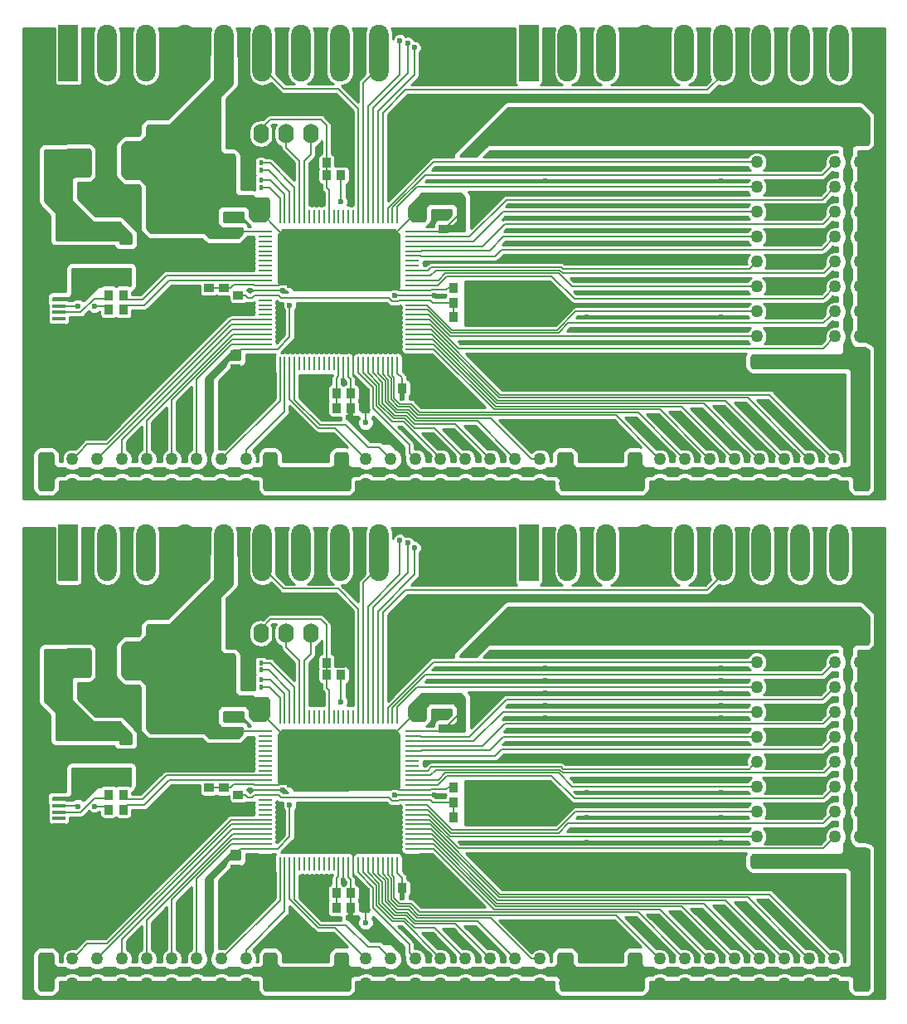
<source format=gtl>
G04 #@! TF.GenerationSoftware,KiCad,Pcbnew,(5.0.2)-1*
G04 #@! TF.CreationDate,2019-04-13T07:43:00-04:00*
G04 #@! TF.ProjectId,Console-Panel,436f6e73-6f6c-4652-9d50-616e656c2e6b,rev?*
G04 #@! TF.SameCoordinates,Original*
G04 #@! TF.FileFunction,Copper,L1,Top*
G04 #@! TF.FilePolarity,Positive*
%FSLAX46Y46*%
G04 Gerber Fmt 4.6, Leading zero omitted, Abs format (unit mm)*
G04 Created by KiCad (PCBNEW (5.0.2)-1) date 4/13/2019 7:43:00 AM*
%MOMM*%
%LPD*%
G01*
G04 APERTURE LIST*
G04 #@! TA.AperFunction,ViaPad*
%ADD10C,0.600000*%
G04 #@! TD*
G04 #@! TA.AperFunction,ComponentPad*
%ADD11C,2.000000*%
G04 #@! TD*
G04 #@! TA.AperFunction,SMDPad,CuDef*
%ADD12R,2.000000X5.800000*%
G04 #@! TD*
G04 #@! TA.AperFunction,SMDPad,CuDef*
%ADD13O,2.000000X5.800000*%
G04 #@! TD*
G04 #@! TA.AperFunction,ComponentPad*
%ADD14R,2.000000X2.000000*%
G04 #@! TD*
G04 #@! TA.AperFunction,ComponentPad*
%ADD15C,1.270000*%
G04 #@! TD*
G04 #@! TA.AperFunction,ComponentPad*
%ADD16R,1.270000X1.270000*%
G04 #@! TD*
G04 #@! TA.AperFunction,SMDPad,CuDef*
%ADD17R,1.000800X0.899200*%
G04 #@! TD*
G04 #@! TA.AperFunction,SMDPad,CuDef*
%ADD18O,1.500000X0.250000*%
G04 #@! TD*
G04 #@! TA.AperFunction,SMDPad,CuDef*
%ADD19O,0.250000X1.500000*%
G04 #@! TD*
G04 #@! TA.AperFunction,SMDPad,CuDef*
%ADD20R,0.460000X0.500000*%
G04 #@! TD*
G04 #@! TA.AperFunction,SMDPad,CuDef*
%ADD21R,0.899200X1.000800*%
G04 #@! TD*
G04 #@! TA.AperFunction,ComponentPad*
%ADD22O,1.600000X2.000000*%
G04 #@! TD*
G04 #@! TA.AperFunction,ComponentPad*
%ADD23R,1.600000X2.000000*%
G04 #@! TD*
G04 #@! TA.AperFunction,SMDPad,CuDef*
%ADD24R,1.600000X2.100000*%
G04 #@! TD*
G04 #@! TA.AperFunction,SMDPad,CuDef*
%ADD25R,1.350000X0.400000*%
G04 #@! TD*
G04 #@! TA.AperFunction,SMDPad,CuDef*
%ADD26R,1.900000X1.900000*%
G04 #@! TD*
G04 #@! TA.AperFunction,SMDPad,CuDef*
%ADD27R,1.900000X1.800000*%
G04 #@! TD*
G04 #@! TA.AperFunction,SMDPad,CuDef*
%ADD28R,1.200000X0.900000*%
G04 #@! TD*
G04 #@! TA.AperFunction,SMDPad,CuDef*
%ADD29R,1.600200X2.692400*%
G04 #@! TD*
G04 #@! TA.AperFunction,SMDPad,CuDef*
%ADD30R,2.692400X1.600200*%
G04 #@! TD*
G04 #@! TA.AperFunction,ComponentPad*
%ADD31O,1.905000X2.286000*%
G04 #@! TD*
G04 #@! TA.AperFunction,ComponentPad*
%ADD32R,1.905000X2.286000*%
G04 #@! TD*
G04 #@! TA.AperFunction,Conductor*
%ADD33C,0.200000*%
G04 #@! TD*
G04 #@! TA.AperFunction,Conductor*
%ADD34C,0.150000*%
G04 #@! TD*
G04 #@! TA.AperFunction,Conductor*
%ADD35C,0.500000*%
G04 #@! TD*
G04 #@! TA.AperFunction,Conductor*
%ADD36C,0.254000*%
G04 #@! TD*
G04 APERTURE END LIST*
D10*
G04 #@! TO.N,GND1*
G04 #@! TO.C,REF\002A\002A*
X65000000Y-57000000D03*
G04 #@! TD*
G04 #@! TO.N,GND1*
G04 #@! TO.C,REF\002A\002A*
X75000000Y-57000000D03*
G04 #@! TD*
G04 #@! TO.N,GND1*
G04 #@! TO.C,REF\002A\002A*
X67500000Y-57000000D03*
G04 #@! TD*
G04 #@! TO.N,GND1*
G04 #@! TO.C,REF\002A\002A*
X127500000Y-57000000D03*
G04 #@! TD*
G04 #@! TO.N,GND1*
G04 #@! TO.C,REF\002A\002A*
X77500000Y-57500000D03*
G04 #@! TD*
G04 #@! TO.N,GND1*
G04 #@! TO.C,REF\002A\002A*
X132500000Y-57000000D03*
G04 #@! TD*
G04 #@! TO.N,GND1*
G04 #@! TO.C,REF\002A\002A*
X51250000Y-59500000D03*
G04 #@! TD*
G04 #@! TO.N,GND1*
G04 #@! TO.C,REF\002A\002A*
X80000000Y-57500000D03*
G04 #@! TD*
G04 #@! TO.N,GND1*
G04 #@! TO.C,REF\002A\002A*
X84200000Y-57000000D03*
G04 #@! TD*
G04 #@! TO.N,GND1*
G04 #@! TO.C,REF\002A\002A*
X122500000Y-57000000D03*
G04 #@! TD*
G04 #@! TO.N,GND1*
G04 #@! TO.C,REF\002A\002A*
X137500000Y-57000000D03*
G04 #@! TD*
G04 #@! TO.N,GND1*
G04 #@! TO.C,REF\002A\002A*
X82500000Y-57500000D03*
G04 #@! TD*
G04 #@! TO.N,GND1*
G04 #@! TO.C,REF\002A\002A*
X135000000Y-57000000D03*
G04 #@! TD*
G04 #@! TO.N,GND1*
G04 #@! TO.C,REF\002A\002A*
X130000000Y-57000000D03*
G04 #@! TD*
G04 #@! TO.N,GND1*
G04 #@! TO.C,REF\002A\002A*
X60000000Y-57000000D03*
G04 #@! TD*
G04 #@! TO.N,GND1*
G04 #@! TO.C,REF\002A\002A*
X125000000Y-57000000D03*
G04 #@! TD*
G04 #@! TO.N,GND1*
G04 #@! TO.C,REF\002A\002A*
X62500000Y-57000000D03*
G04 #@! TD*
G04 #@! TO.N,GND1*
G04 #@! TO.C,REF\002A\002A*
X72500000Y-57000000D03*
G04 #@! TD*
G04 #@! TO.N,GND1*
G04 #@! TO.C,REF\002A\002A*
X53750000Y-59500000D03*
G04 #@! TD*
G04 #@! TO.N,GND1*
G04 #@! TO.C,REF\002A\002A*
X58750000Y-59500000D03*
G04 #@! TD*
G04 #@! TO.N,GND1*
G04 #@! TO.C,REF\002A\002A*
X93750000Y-59500000D03*
G04 #@! TD*
G04 #@! TO.N,GND1*
G04 #@! TO.C,REF\002A\002A*
X52500000Y-62000000D03*
G04 #@! TD*
G04 #@! TO.N,GND1*
G04 #@! TO.C,REF\002A\002A*
X55000000Y-62000000D03*
G04 #@! TD*
G04 #@! TO.N,GND1*
G04 #@! TO.C,REF\002A\002A*
X83750000Y-59500000D03*
G04 #@! TD*
G04 #@! TO.N,GND1*
G04 #@! TO.C,REF\002A\002A*
X56250000Y-59500000D03*
G04 #@! TD*
G04 #@! TO.N,GND1*
G04 #@! TO.C,REF\002A\002A*
X76500000Y-59000000D03*
G04 #@! TD*
G04 #@! TO.N,GND1*
G04 #@! TO.C,REF\002A\002A*
X61250000Y-59500000D03*
G04 #@! TD*
G04 #@! TO.N,GND1*
G04 #@! TO.C,REF\002A\002A*
X63750000Y-59500000D03*
G04 #@! TD*
G04 #@! TO.N,GND1*
G04 #@! TO.C,REF\002A\002A*
X73750000Y-59500000D03*
G04 #@! TD*
G04 #@! TO.N,GND1*
G04 #@! TO.C,REF\002A\002A*
X88750000Y-59500000D03*
G04 #@! TD*
G04 #@! TO.N,GND1*
G04 #@! TO.C,REF\002A\002A*
X79000000Y-59000000D03*
G04 #@! TD*
G04 #@! TO.N,GND1*
G04 #@! TO.C,REF\002A\002A*
X81500000Y-59000000D03*
G04 #@! TD*
G04 #@! TO.N,GND1*
G04 #@! TO.C,REF\002A\002A*
X90000000Y-62000000D03*
G04 #@! TD*
G04 #@! TO.N,GND1*
G04 #@! TO.C,REF\002A\002A*
X91250000Y-59500000D03*
G04 #@! TD*
G04 #@! TO.N,GND1*
G04 #@! TO.C,REF\002A\002A*
X96250000Y-59500000D03*
G04 #@! TD*
G04 #@! TO.N,GND1*
G04 #@! TO.C,REF\002A\002A*
X60000000Y-62000000D03*
G04 #@! TD*
G04 #@! TO.N,GND1*
G04 #@! TO.C,REF\002A\002A*
X57500000Y-62000000D03*
G04 #@! TD*
G04 #@! TO.N,GND1*
G04 #@! TO.C,REF\002A\002A*
X82500000Y-62000000D03*
G04 #@! TD*
G04 #@! TO.N,GND1*
G04 #@! TO.C,REF\002A\002A*
X95000000Y-62000000D03*
G04 #@! TD*
G04 #@! TO.N,GND1*
G04 #@! TO.C,REF\002A\002A*
X51250000Y-64500000D03*
G04 #@! TD*
G04 #@! TO.N,GND1*
G04 #@! TO.C,REF\002A\002A*
X73500000Y-65500000D03*
G04 #@! TD*
G04 #@! TO.N,GND1*
G04 #@! TO.C,REF\002A\002A*
X84000000Y-67000000D03*
G04 #@! TD*
G04 #@! TO.N,GND1*
G04 #@! TO.C,REF\002A\002A*
X88750000Y-64500000D03*
G04 #@! TD*
G04 #@! TO.N,GND1*
G04 #@! TO.C,REF\002A\002A*
X103900000Y-66100000D03*
G04 #@! TD*
G04 #@! TO.N,GND1*
G04 #@! TO.C,REF\002A\002A*
X103900000Y-71200000D03*
G04 #@! TD*
G04 #@! TO.N,GND1*
G04 #@! TO.C,REF\002A\002A*
X103900000Y-72500000D03*
G04 #@! TD*
G04 #@! TO.N,GND1*
G04 #@! TO.C,REF\002A\002A*
X108100000Y-77500000D03*
G04 #@! TD*
G04 #@! TO.N,GND1*
G04 #@! TO.C,REF\002A\002A*
X131250000Y-64500000D03*
G04 #@! TD*
G04 #@! TO.N,GND1*
G04 #@! TO.C,REF\002A\002A*
X61250000Y-69500000D03*
G04 #@! TD*
G04 #@! TO.N,GND1*
G04 #@! TO.C,REF\002A\002A*
X63000000Y-72500000D03*
G04 #@! TD*
G04 #@! TO.N,GND1*
G04 #@! TO.C,REF\002A\002A*
X71250000Y-69500000D03*
G04 #@! TD*
G04 #@! TO.N,GND1*
G04 #@! TO.C,REF\002A\002A*
X108100000Y-76200000D03*
G04 #@! TD*
G04 #@! TO.N,GND1*
G04 #@! TO.C,REF\002A\002A*
X72500000Y-73000000D03*
G04 #@! TD*
G04 #@! TO.N,GND1*
G04 #@! TO.C,REF\002A\002A*
X137500000Y-70750000D03*
G04 #@! TD*
G04 #@! TO.N,GND1*
G04 #@! TO.C,REF\002A\002A*
X51500000Y-67000000D03*
G04 #@! TD*
G04 #@! TO.N,GND1*
G04 #@! TO.C,REF\002A\002A*
X80500000Y-67000000D03*
G04 #@! TD*
G04 #@! TO.N,GND1*
G04 #@! TO.C,REF\002A\002A*
X51500000Y-68500000D03*
G04 #@! TD*
G04 #@! TO.N,GND1*
G04 #@! TO.C,REF\002A\002A*
X131250000Y-69500000D03*
G04 #@! TD*
G04 #@! TO.N,GND1*
G04 #@! TO.C,REF\002A\002A*
X55000000Y-73000000D03*
G04 #@! TD*
G04 #@! TO.N,GND1*
G04 #@! TO.C,REF\002A\002A*
X57500000Y-73000000D03*
G04 #@! TD*
G04 #@! TO.N,GND1*
G04 #@! TO.C,REF\002A\002A*
X130000000Y-72000000D03*
G04 #@! TD*
G04 #@! TO.N,GND1*
G04 #@! TO.C,REF\002A\002A*
X59500000Y-73000000D03*
G04 #@! TD*
G04 #@! TO.N,GND1*
G04 #@! TO.C,REF\002A\002A*
X70000000Y-73000000D03*
G04 #@! TD*
G04 #@! TO.N,GND1*
G04 #@! TO.C,REF\002A\002A*
X90850000Y-64550000D03*
G04 #@! TD*
G04 #@! TO.N,GND1*
G04 #@! TO.C,REF\002A\002A*
X57500000Y-67000000D03*
G04 #@! TD*
G04 #@! TO.N,GND1*
G04 #@! TO.C,REF\002A\002A*
X60000000Y-67000000D03*
G04 #@! TD*
G04 #@! TO.N,GND1*
G04 #@! TO.C,REF\002A\002A*
X97000000Y-69500000D03*
G04 #@! TD*
G04 #@! TO.N,GND1*
G04 #@! TO.C,REF\002A\002A*
X51500000Y-74000000D03*
G04 #@! TD*
G04 #@! TO.N,GND1*
G04 #@! TO.C,REF\002A\002A*
X59000000Y-69000000D03*
G04 #@! TD*
G04 #@! TO.N,GND1*
G04 #@! TO.C,REF\002A\002A*
X103900000Y-68600000D03*
G04 #@! TD*
G04 #@! TO.N,GND1*
G04 #@! TO.C,REF\002A\002A*
X137500000Y-65500000D03*
G04 #@! TD*
G04 #@! TO.N,GND1*
G04 #@! TO.C,REF\002A\002A*
X88000000Y-67000000D03*
G04 #@! TD*
G04 #@! TO.N,GND1*
G04 #@! TO.C,REF\002A\002A*
X103900000Y-64800000D03*
G04 #@! TD*
G04 #@! TO.N,GND1*
G04 #@! TO.C,REF\002A\002A*
X92500000Y-62000000D03*
G04 #@! TD*
G04 #@! TO.N,GND1*
G04 #@! TO.C,REF\002A\002A*
X67500000Y-72500000D03*
G04 #@! TD*
G04 #@! TO.N,GND1*
G04 #@! TO.C,REF\002A\002A*
X65000000Y-72500000D03*
G04 #@! TD*
G04 #@! TO.N,GND1*
G04 #@! TO.C,REF\002A\002A*
X103900000Y-74000000D03*
G04 #@! TD*
G04 #@! TO.N,GND1*
G04 #@! TO.C,REF\002A\002A*
X97500000Y-67500000D03*
G04 #@! TD*
G04 #@! TO.N,GND1*
G04 #@! TO.C,REF\002A\002A*
X101300000Y-63400000D03*
G04 #@! TD*
G04 #@! TO.N,GND1*
G04 #@! TO.C,REF\002A\002A*
X103900000Y-69900000D03*
G04 #@! TD*
G04 #@! TO.N,GND1*
G04 #@! TO.C,REF\002A\002A*
X52500000Y-73000000D03*
G04 #@! TD*
G04 #@! TO.N,GND1*
G04 #@! TO.C,REF\002A\002A*
X130000000Y-67000000D03*
G04 #@! TD*
D11*
G04 #@! TO.P,PS2,8*
G04 #@! TO.N,Net-(PS2-Pad8)*
X129887200Y-54500000D03*
G04 #@! TO.P,PS2,7*
G04 #@! TO.N,/SPI_CLK*
X125924800Y-54500000D03*
G04 #@! TO.P,PS2,6*
G04 #@! TO.N,/SPI_CS1*
X121962400Y-54500000D03*
G04 #@! TO.P,PS2,5*
G04 #@! TO.N,VCC*
X118000000Y-54500000D03*
G04 #@! TO.P,PS2,4*
G04 #@! TO.N,GND1*
X114037600Y-54500000D03*
G04 #@! TO.P,PS2,3*
G04 #@! TO.N,Net-(PS2-Pad3)*
X110075200Y-54500000D03*
G04 #@! TO.P,PS2,2*
G04 #@! TO.N,/SPI_MOSI*
X106112800Y-54500000D03*
G04 #@! TO.P,PS2,9*
G04 #@! TO.N,/PS1_ACK*
X133849600Y-54500000D03*
D12*
G04 #@! TO.P,PS2,1*
G04 #@! TO.N,/SPI_MISO*
X102150400Y-53045000D03*
D13*
G04 #@! TO.P,PS2,2*
G04 #@! TO.N,/SPI_MOSI*
X106112800Y-53045000D03*
G04 #@! TO.P,PS2,3*
G04 #@! TO.N,Net-(PS2-Pad3)*
X110075200Y-53045000D03*
G04 #@! TO.P,PS2,4*
G04 #@! TO.N,GND1*
X114037600Y-53045000D03*
G04 #@! TO.P,PS2,5*
G04 #@! TO.N,VCC*
X118000000Y-53045000D03*
G04 #@! TO.P,PS2,6*
G04 #@! TO.N,/SPI_CS1*
X121962400Y-53045000D03*
G04 #@! TO.P,PS2,7*
G04 #@! TO.N,/SPI_CLK*
X125924800Y-53045000D03*
G04 #@! TO.P,PS2,8*
G04 #@! TO.N,Net-(PS2-Pad8)*
X129887200Y-53045000D03*
G04 #@! TO.P,PS2,9*
G04 #@! TO.N,/PS1_ACK*
X133849600Y-53045000D03*
D14*
G04 #@! TO.P,PS2,1*
G04 #@! TO.N,/SPI_MISO*
X102150400Y-54500000D03*
G04 #@! TD*
D15*
G04 #@! TO.P,P5,20*
G04 #@! TO.N,VCC*
X135860000Y-94460000D03*
G04 #@! TO.P,P5,19*
X135860000Y-97000000D03*
G04 #@! TO.P,P5,18*
G04 #@! TO.N,/P4_3*
X133320000Y-94460000D03*
G04 #@! TO.P,P5,17*
G04 #@! TO.N,GND1*
X133320000Y-97000000D03*
G04 #@! TO.P,P5,16*
G04 #@! TO.N,/P4_2*
X130780000Y-94460000D03*
G04 #@! TO.P,P5,15*
G04 #@! TO.N,GND1*
X130780000Y-97000000D03*
G04 #@! TO.P,P5,14*
G04 #@! TO.N,/P0_7*
X128240000Y-94460000D03*
G04 #@! TO.P,P5,13*
G04 #@! TO.N,GND1*
X128240000Y-97000000D03*
G04 #@! TO.P,P5,12*
G04 #@! TO.N,/P0_6*
X125700000Y-94460000D03*
G04 #@! TO.P,P5,11*
G04 #@! TO.N,GND1*
X125700000Y-97000000D03*
G04 #@! TO.P,P5,10*
G04 #@! TO.N,/P0_5*
X123160000Y-94460000D03*
G04 #@! TO.P,P5,9*
G04 #@! TO.N,GND1*
X123160000Y-97000000D03*
G04 #@! TO.P,P5,8*
G04 #@! TO.N,/P0_4*
X120620000Y-94460000D03*
G04 #@! TO.P,P5,7*
G04 #@! TO.N,GND1*
X120620000Y-97000000D03*
G04 #@! TO.P,P5,6*
G04 #@! TO.N,/P0_3*
X118080000Y-94460000D03*
G04 #@! TO.P,P5,5*
G04 #@! TO.N,GND1*
X118080000Y-97000000D03*
G04 #@! TO.P,P5,4*
G04 #@! TO.N,/P0_2*
X115540000Y-94460000D03*
G04 #@! TO.P,P5,3*
G04 #@! TO.N,GND1*
X115540000Y-97000000D03*
G04 #@! TO.P,P5,2*
G04 #@! TO.N,VCC*
X113000000Y-94460000D03*
D16*
G04 #@! TO.P,P5,1*
X113000000Y-97000000D03*
G04 #@! TD*
D17*
G04 #@! TO.P,C6,2*
G04 #@! TO.N,GND1*
X56000000Y-73998200D03*
G04 #@! TO.P,C6,1*
G04 #@! TO.N,/VUSB*
X56000000Y-75501800D03*
G04 #@! TD*
D18*
G04 #@! TO.P,U2,100*
G04 #@! TO.N,VCC*
X90250000Y-71250000D03*
G04 #@! TO.P,U2,99*
G04 #@! TO.N,/P2_4*
X90250000Y-71750000D03*
G04 #@! TO.P,U2,98*
G04 #@! TO.N,/P2_3*
X90250000Y-72250000D03*
G04 #@! TO.P,U2,97*
G04 #@! TO.N,/P2_2*
X90250000Y-72750000D03*
G04 #@! TO.P,U2,96*
G04 #@! TO.N,/P2_1*
X90250000Y-73250000D03*
G04 #@! TO.P,U2,95*
G04 #@! TO.N,/P2_0*
X90250000Y-73750000D03*
G04 #@! TO.P,U2,94*
G04 #@! TO.N,N/C*
X90250000Y-74250000D03*
G04 #@! TO.P,U2,93*
X90250000Y-74750000D03*
G04 #@! TO.P,U2,92*
G04 #@! TO.N,/P6_3*
X90250000Y-75250000D03*
G04 #@! TO.P,U2,91*
G04 #@! TO.N,/P6_2*
X90250000Y-75750000D03*
G04 #@! TO.P,U2,90*
G04 #@! TO.N,/P6_1*
X90250000Y-76250000D03*
G04 #@! TO.P,U2,89*
G04 #@! TO.N,/P6_0*
X90250000Y-76750000D03*
G04 #@! TO.P,U2,88*
G04 #@! TO.N,VCC*
X90250000Y-77250000D03*
G04 #@! TO.P,U2,87*
G04 #@! TO.N,GND1*
X90250000Y-77750000D03*
G04 #@! TO.P,U2,86*
G04 #@! TO.N,/VCCD*
X90250000Y-78250000D03*
G04 #@! TO.P,U2,85*
G04 #@! TO.N,/P4_7*
X90250000Y-78750000D03*
G04 #@! TO.P,U2,84*
G04 #@! TO.N,/P4_6*
X90250000Y-79250000D03*
G04 #@! TO.P,U2,83*
G04 #@! TO.N,/P4_5*
X90250000Y-79750000D03*
G04 #@! TO.P,U2,82*
G04 #@! TO.N,/P4_4*
X90250000Y-80250000D03*
G04 #@! TO.P,U2,81*
G04 #@! TO.N,/P4_3*
X90250000Y-80750000D03*
G04 #@! TO.P,U2,80*
G04 #@! TO.N,/P4_2*
X90250000Y-81250000D03*
G04 #@! TO.P,U2,79*
G04 #@! TO.N,/P0_7*
X90250000Y-81750000D03*
G04 #@! TO.P,U2,78*
G04 #@! TO.N,/P0_6*
X90250000Y-82250000D03*
G04 #@! TO.P,U2,77*
G04 #@! TO.N,/P0_5*
X90250000Y-82750000D03*
G04 #@! TO.P,U2,76*
G04 #@! TO.N,/P0_4*
X90250000Y-83250000D03*
D19*
G04 #@! TO.P,U2,75*
G04 #@! TO.N,VCC*
X88750000Y-84750000D03*
G04 #@! TO.P,U2,74*
G04 #@! TO.N,/P0_3*
X88250000Y-84750000D03*
G04 #@! TO.P,U2,73*
G04 #@! TO.N,/P0_2*
X87750000Y-84750000D03*
G04 #@! TO.P,U2,72*
G04 #@! TO.N,/P0_1*
X87250000Y-84750000D03*
G04 #@! TO.P,U2,71*
G04 #@! TO.N,/P0_0*
X86750000Y-84750000D03*
G04 #@! TO.P,U2,70*
G04 #@! TO.N,/P4_1*
X86250000Y-84750000D03*
G04 #@! TO.P,U2,69*
G04 #@! TO.N,/P4_0*
X85750000Y-84750000D03*
G04 #@! TO.P,U2,68*
G04 #@! TO.N,/P12_3*
X85250000Y-84750000D03*
G04 #@! TO.P,U2,67*
G04 #@! TO.N,/P12_2*
X84750000Y-84750000D03*
G04 #@! TO.P,U2,66*
G04 #@! TO.N,GND1*
X84250000Y-84750000D03*
G04 #@! TO.P,U2,65*
G04 #@! TO.N,VCC*
X83750000Y-84750000D03*
G04 #@! TO.P,U2,64*
G04 #@! TO.N,GND1*
X83250000Y-84750000D03*
G04 #@! TO.P,U2,63*
G04 #@! TO.N,/VCCA*
X82750000Y-84750000D03*
G04 #@! TO.P,U2,62*
G04 #@! TO.N,N/C*
X82250000Y-84750000D03*
G04 #@! TO.P,U2,61*
X81750000Y-84750000D03*
G04 #@! TO.P,U2,60*
X81250000Y-84750000D03*
G04 #@! TO.P,U2,59*
X80750000Y-84750000D03*
G04 #@! TO.P,U2,58*
X80250000Y-84750000D03*
G04 #@! TO.P,U2,57*
X79750000Y-84750000D03*
G04 #@! TO.P,U2,56*
X79250000Y-84750000D03*
G04 #@! TO.P,U2,55*
X78750000Y-84750000D03*
G04 #@! TO.P,U2,54*
G04 #@! TO.N,/P12_1*
X78250000Y-84750000D03*
G04 #@! TO.P,U2,53*
G04 #@! TO.N,/P12_0*
X77750000Y-84750000D03*
G04 #@! TO.P,U2,52*
G04 #@! TO.N,/P3_7*
X77250000Y-84750000D03*
G04 #@! TO.P,U2,51*
G04 #@! TO.N,/P3_6*
X76750000Y-84750000D03*
D18*
G04 #@! TO.P,U2,50*
G04 #@! TO.N,VCC*
X75250000Y-83250000D03*
G04 #@! TO.P,U2,49*
G04 #@! TO.N,/P3_5*
X75250000Y-82750000D03*
G04 #@! TO.P,U2,48*
G04 #@! TO.N,/P3_4*
X75250000Y-82250000D03*
G04 #@! TO.P,U2,47*
G04 #@! TO.N,/P3_3*
X75250000Y-81750000D03*
G04 #@! TO.P,U2,46*
G04 #@! TO.N,/P3_2*
X75250000Y-81250000D03*
G04 #@! TO.P,U2,45*
G04 #@! TO.N,/P3_1*
X75250000Y-80750000D03*
G04 #@! TO.P,U2,44*
G04 #@! TO.N,/P3_0*
X75250000Y-80250000D03*
G04 #@! TO.P,U2,43*
G04 #@! TO.N,N/C*
X75250000Y-79750000D03*
G04 #@! TO.P,U2,42*
X75250000Y-79250000D03*
G04 #@! TO.P,U2,41*
X75250000Y-78750000D03*
G04 #@! TO.P,U2,40*
X75250000Y-78250000D03*
G04 #@! TO.P,U2,39*
G04 #@! TO.N,/VCCD*
X75250000Y-77750000D03*
G04 #@! TO.P,U2,38*
G04 #@! TO.N,GND1*
X75250000Y-77250000D03*
G04 #@! TO.P,U2,37*
G04 #@! TO.N,VCC*
X75250000Y-76750000D03*
G04 #@! TO.P,U2,36*
G04 #@! TO.N,Net-(R7-Pad2)*
X75250000Y-76250000D03*
G04 #@! TO.P,U2,35*
G04 #@! TO.N,Net-(R6-Pad2)*
X75250000Y-75750000D03*
G04 #@! TO.P,U2,34*
G04 #@! TO.N,N/C*
X75250000Y-75250000D03*
G04 #@! TO.P,U2,33*
X75250000Y-74750000D03*
G04 #@! TO.P,U2,32*
X75250000Y-74250000D03*
G04 #@! TO.P,U2,31*
X75250000Y-73750000D03*
G04 #@! TO.P,U2,30*
X75250000Y-73250000D03*
G04 #@! TO.P,U2,29*
X75250000Y-72750000D03*
G04 #@! TO.P,U2,28*
X75250000Y-72250000D03*
G04 #@! TO.P,U2,27*
X75250000Y-71750000D03*
G04 #@! TO.P,U2,26*
G04 #@! TO.N,VCC*
X75250000Y-71250000D03*
D19*
G04 #@! TO.P,U2,25*
G04 #@! TO.N,/KP_Rev_3*
X76750000Y-69750000D03*
G04 #@! TO.P,U2,24*
G04 #@! TO.N,/KP_Rev_2*
X77250000Y-69750000D03*
G04 #@! TO.P,U2,23*
G04 #@! TO.N,/KP_Rev_1*
X77750000Y-69750000D03*
G04 #@! TO.P,U2,22*
G04 #@! TO.N,/KP_Rev_0*
X78250000Y-69750000D03*
G04 #@! TO.P,U2,21*
G04 #@! TO.N,/SWDCK*
X78750000Y-69750000D03*
G04 #@! TO.P,U2,20*
G04 #@! TO.N,/SWDIO*
X79250000Y-69750000D03*
G04 #@! TO.P,U2,19*
G04 #@! TO.N,N/C*
X79750000Y-69750000D03*
G04 #@! TO.P,U2,18*
X80250000Y-69750000D03*
G04 #@! TO.P,U2,17*
X80750000Y-69750000D03*
G04 #@! TO.P,U2,16*
X81250000Y-69750000D03*
G04 #@! TO.P,U2,15*
G04 #@! TO.N,/XRES*
X81750000Y-69750000D03*
G04 #@! TO.P,U2,14*
G04 #@! TO.N,N/C*
X82250000Y-69750000D03*
G04 #@! TO.P,U2,13*
X82750000Y-69750000D03*
G04 #@! TO.P,U2,12*
X83250000Y-69750000D03*
G04 #@! TO.P,U2,11*
X83750000Y-69750000D03*
G04 #@! TO.P,U2,10*
X84250000Y-69750000D03*
G04 #@! TO.P,U2,9*
G04 #@! TO.N,/SPI_CS0*
X84750000Y-69750000D03*
G04 #@! TO.P,U2,8*
G04 #@! TO.N,/PS1_ACK*
X85250000Y-69750000D03*
G04 #@! TO.P,U2,7*
G04 #@! TO.N,/SPI_MISO*
X85750000Y-69750000D03*
G04 #@! TO.P,U2,6*
G04 #@! TO.N,/SPI_MOSI*
X86250000Y-69750000D03*
G04 #@! TO.P,U2,5*
G04 #@! TO.N,/SPI_CLK*
X86750000Y-69750000D03*
G04 #@! TO.P,U2,4*
G04 #@! TO.N,/SPI_CS1*
X87250000Y-69750000D03*
G04 #@! TO.P,U2,3*
G04 #@! TO.N,/P2_7*
X87750000Y-69750000D03*
G04 #@! TO.P,U2,2*
G04 #@! TO.N,/P2_6*
X88250000Y-69750000D03*
G04 #@! TO.P,U2,1*
G04 #@! TO.N,/P2_5*
X88750000Y-69750000D03*
G04 #@! TD*
D20*
G04 #@! TO.P,R5,2*
G04 #@! TO.N,/KP_Rev_3*
X74810000Y-66750000D03*
G04 #@! TO.P,R5,1*
G04 #@! TO.N,GND1*
X74190000Y-66750000D03*
G04 #@! TD*
D17*
G04 #@! TO.P,C8,2*
G04 #@! TO.N,GND1*
X59000000Y-73998200D03*
G04 #@! TO.P,C8,1*
G04 #@! TO.N,/VUSB*
X59000000Y-75501800D03*
G04 #@! TD*
D15*
G04 #@! TO.P,P3,20*
G04 #@! TO.N,VCC*
X75860000Y-94460000D03*
G04 #@! TO.P,P3,19*
X75860000Y-97000000D03*
G04 #@! TO.P,P3,18*
G04 #@! TO.N,/P3_7*
X73320000Y-94460000D03*
G04 #@! TO.P,P3,17*
G04 #@! TO.N,GND1*
X73320000Y-97000000D03*
G04 #@! TO.P,P3,16*
G04 #@! TO.N,/P3_6*
X70780000Y-94460000D03*
G04 #@! TO.P,P3,15*
G04 #@! TO.N,GND1*
X70780000Y-97000000D03*
G04 #@! TO.P,P3,14*
G04 #@! TO.N,/P3_5*
X68240000Y-94460000D03*
G04 #@! TO.P,P3,13*
G04 #@! TO.N,GND1*
X68240000Y-97000000D03*
G04 #@! TO.P,P3,12*
G04 #@! TO.N,/P3_4*
X65700000Y-94460000D03*
G04 #@! TO.P,P3,11*
G04 #@! TO.N,GND1*
X65700000Y-97000000D03*
G04 #@! TO.P,P3,10*
G04 #@! TO.N,/P3_3*
X63160000Y-94460000D03*
G04 #@! TO.P,P3,9*
G04 #@! TO.N,GND1*
X63160000Y-97000000D03*
G04 #@! TO.P,P3,8*
G04 #@! TO.N,/P3_2*
X60620000Y-94460000D03*
G04 #@! TO.P,P3,7*
G04 #@! TO.N,GND1*
X60620000Y-97000000D03*
G04 #@! TO.P,P3,6*
G04 #@! TO.N,/P3_1*
X58080000Y-94460000D03*
G04 #@! TO.P,P3,5*
G04 #@! TO.N,GND1*
X58080000Y-97000000D03*
G04 #@! TO.P,P3,4*
G04 #@! TO.N,/P3_0*
X55540000Y-94460000D03*
G04 #@! TO.P,P3,3*
G04 #@! TO.N,GND1*
X55540000Y-97000000D03*
G04 #@! TO.P,P3,2*
G04 #@! TO.N,VCC*
X53000000Y-94460000D03*
D16*
G04 #@! TO.P,P3,1*
X53000000Y-97000000D03*
G04 #@! TD*
D15*
G04 #@! TO.P,P4,20*
G04 #@! TO.N,VCC*
X105860000Y-94460000D03*
G04 #@! TO.P,P4,19*
X105860000Y-97000000D03*
G04 #@! TO.P,P4,18*
G04 #@! TO.N,/P0_1*
X103320000Y-94460000D03*
G04 #@! TO.P,P4,17*
G04 #@! TO.N,GND1*
X103320000Y-97000000D03*
G04 #@! TO.P,P4,16*
G04 #@! TO.N,/P0_0*
X100780000Y-94460000D03*
G04 #@! TO.P,P4,15*
G04 #@! TO.N,GND1*
X100780000Y-97000000D03*
G04 #@! TO.P,P4,14*
G04 #@! TO.N,/P4_1*
X98240000Y-94460000D03*
G04 #@! TO.P,P4,13*
G04 #@! TO.N,GND1*
X98240000Y-97000000D03*
G04 #@! TO.P,P4,12*
G04 #@! TO.N,/P4_0*
X95700000Y-94460000D03*
G04 #@! TO.P,P4,11*
G04 #@! TO.N,GND1*
X95700000Y-97000000D03*
G04 #@! TO.P,P4,10*
G04 #@! TO.N,/P12_3*
X93160000Y-94460000D03*
G04 #@! TO.P,P4,9*
G04 #@! TO.N,GND1*
X93160000Y-97000000D03*
G04 #@! TO.P,P4,8*
G04 #@! TO.N,/P12_2*
X90620000Y-94460000D03*
G04 #@! TO.P,P4,7*
G04 #@! TO.N,GND1*
X90620000Y-97000000D03*
G04 #@! TO.P,P4,6*
G04 #@! TO.N,/P12_1*
X88080000Y-94460000D03*
G04 #@! TO.P,P4,5*
G04 #@! TO.N,GND1*
X88080000Y-97000000D03*
G04 #@! TO.P,P4,4*
G04 #@! TO.N,/P12_0*
X85540000Y-94460000D03*
G04 #@! TO.P,P4,3*
G04 #@! TO.N,GND1*
X85540000Y-97000000D03*
G04 #@! TO.P,P4,2*
G04 #@! TO.N,VCC*
X83000000Y-94460000D03*
D16*
G04 #@! TO.P,P4,1*
X83000000Y-97000000D03*
G04 #@! TD*
D21*
G04 #@! TO.P,R6,2*
G04 #@! TO.N,Net-(R6-Pad2)*
X60751800Y-77750000D03*
G04 #@! TO.P,R6,1*
G04 #@! TO.N,Net-(J1-Pad3)*
X59248200Y-77750000D03*
G04 #@! TD*
G04 #@! TO.P,R7,2*
G04 #@! TO.N,Net-(R7-Pad2)*
X60751800Y-79250000D03*
G04 #@! TO.P,R7,1*
G04 #@! TO.N,Net-(J1-Pad2)*
X59248200Y-79250000D03*
G04 #@! TD*
D17*
G04 #@! TO.P,C7,2*
G04 #@! TO.N,GND1*
X57500000Y-73998200D03*
G04 #@! TO.P,C7,1*
G04 #@! TO.N,/VUSB*
X57500000Y-75501800D03*
G04 #@! TD*
D20*
G04 #@! TO.P,R3,2*
G04 #@! TO.N,/KP_Rev_2*
X74810000Y-66000000D03*
G04 #@! TO.P,R3,1*
G04 #@! TO.N,GND1*
X74190000Y-66000000D03*
G04 #@! TD*
G04 #@! TO.P,R2,2*
G04 #@! TO.N,/KP_Rev_1*
X74810000Y-65000000D03*
G04 #@! TO.P,R2,1*
G04 #@! TO.N,GND1*
X74190000Y-65000000D03*
G04 #@! TD*
D21*
G04 #@! TO.P,R4,2*
G04 #@! TO.N,/XRES*
X81498200Y-65500000D03*
G04 #@! TO.P,R4,1*
G04 #@! TO.N,VCC*
X83001800Y-65500000D03*
G04 #@! TD*
D20*
G04 #@! TO.P,R1,2*
G04 #@! TO.N,/KP_Rev_0*
X74810000Y-64250000D03*
G04 #@! TO.P,R1,1*
G04 #@! TO.N,GND1*
X74190000Y-64250000D03*
G04 #@! TD*
D22*
G04 #@! TO.P,KP1,5*
G04 #@! TO.N,/SWDIO*
X79910000Y-61250000D03*
G04 #@! TO.P,KP1,4*
G04 #@! TO.N,/SWDCK*
X77370000Y-61250000D03*
G04 #@! TO.P,KP1,3*
G04 #@! TO.N,/XRES*
X74830000Y-61250000D03*
G04 #@! TO.P,KP1,2*
G04 #@! TO.N,GND1*
X72290000Y-61250000D03*
D23*
G04 #@! TO.P,KP1,1*
G04 #@! TO.N,VCC*
X69750000Y-61250000D03*
G04 #@! TD*
D24*
G04 #@! TO.P,J1,5*
G04 #@! TO.N,GND1*
X54050000Y-82600000D03*
X54050000Y-76400000D03*
D25*
G04 #@! TO.P,J1,1*
G04 #@! TO.N,/VUSB*
X54175000Y-78200000D03*
G04 #@! TO.P,J1,2*
G04 #@! TO.N,Net-(J1-Pad2)*
X54175000Y-78850000D03*
G04 #@! TO.P,J1,5*
G04 #@! TO.N,GND1*
X54175000Y-80800000D03*
G04 #@! TO.P,J1,4*
G04 #@! TO.N,N/C*
X54175000Y-80150000D03*
G04 #@! TO.P,J1,3*
G04 #@! TO.N,Net-(J1-Pad3)*
X54175000Y-79500000D03*
D26*
G04 #@! TO.P,J1,5*
G04 #@! TO.N,GND1*
X51500000Y-80700000D03*
X51500000Y-78300000D03*
D27*
X51500000Y-83300000D03*
X51500000Y-75700000D03*
G04 #@! TD*
D28*
G04 #@! TO.P,D1,2*
G04 #@! TO.N,/VUSB*
X61000000Y-75400000D03*
G04 #@! TO.P,D1,1*
G04 #@! TO.N,/VIN*
X61000000Y-72100000D03*
G04 #@! TD*
D17*
G04 #@! TO.P,C10,2*
G04 #@! TO.N,GND1*
X69500000Y-78501800D03*
G04 #@! TO.P,C10,1*
G04 #@! TO.N,VCC*
X69500000Y-76998200D03*
G04 #@! TD*
G04 #@! TO.P,C11,2*
G04 #@! TO.N,GND1*
X71000000Y-78501800D03*
G04 #@! TO.P,C11,1*
G04 #@! TO.N,VCC*
X71000000Y-76998200D03*
G04 #@! TD*
D21*
G04 #@! TO.P,C1,2*
G04 #@! TO.N,GND1*
X83001800Y-64250000D03*
G04 #@! TO.P,C1,1*
G04 #@! TO.N,/XRES*
X81498200Y-64250000D03*
G04 #@! TD*
G04 #@! TO.P,C19,2*
G04 #@! TO.N,GND1*
X80998200Y-89250000D03*
G04 #@! TO.P,C19,1*
G04 #@! TO.N,/VCCA*
X82501800Y-89250000D03*
G04 #@! TD*
G04 #@! TO.P,C17,2*
G04 #@! TO.N,GND1*
X85501800Y-87750000D03*
G04 #@! TO.P,C17,1*
G04 #@! TO.N,VCC*
X83998200Y-87750000D03*
G04 #@! TD*
G04 #@! TO.P,C20,2*
G04 #@! TO.N,GND1*
X85501800Y-89250000D03*
G04 #@! TO.P,C20,1*
G04 #@! TO.N,VCC*
X83998200Y-89250000D03*
G04 #@! TD*
G04 #@! TO.P,C16,2*
G04 #@! TO.N,GND1*
X80998200Y-87750000D03*
G04 #@! TO.P,C16,1*
G04 #@! TO.N,/VCCA*
X82501800Y-87750000D03*
G04 #@! TD*
D29*
G04 #@! TO.P,C4,2*
G04 #@! TO.N,GND1*
X51853000Y-70750000D03*
G04 #@! TO.P,C4,1*
G04 #@! TO.N,/VIN*
X54647000Y-70750000D03*
G04 #@! TD*
D21*
G04 #@! TO.P,C14,2*
G04 #@! TO.N,GND1*
X96001800Y-80000000D03*
G04 #@! TO.P,C14,1*
G04 #@! TO.N,/VCCD*
X94498200Y-80000000D03*
G04 #@! TD*
D17*
G04 #@! TO.P,C3,2*
G04 #@! TO.N,GND1*
X93500000Y-69498200D03*
G04 #@! TO.P,C3,1*
G04 #@! TO.N,VCC*
X93500000Y-71001800D03*
G04 #@! TD*
D10*
G04 #@! TO.N,VCC*
G04 #@! TO.C,REF\002A\002A*
X74250000Y-69250000D03*
G04 #@! TD*
D21*
G04 #@! TO.P,C13,2*
G04 #@! TO.N,GND1*
X96001800Y-78500000D03*
G04 #@! TO.P,C13,1*
G04 #@! TO.N,/VCCD*
X94498200Y-78500000D03*
G04 #@! TD*
D10*
G04 #@! TO.N,GND1*
G04 #@! TO.C,REF\002A\002A*
X137500000Y-52000000D03*
G04 #@! TD*
G04 #@! TO.N,GND1*
G04 #@! TO.C,REF\002A\002A*
X57150000Y-54500000D03*
G04 #@! TD*
G04 #@! TO.N,GND1*
G04 #@! TO.C,REF\002A\002A*
X65050000Y-54500000D03*
G04 #@! TD*
G04 #@! TO.N,GND1*
G04 #@! TO.C,REF\002A\002A*
X136250000Y-54500000D03*
G04 #@! TD*
G04 #@! TO.N,GND1*
G04 #@! TO.C,REF\002A\002A*
X51250000Y-54500000D03*
G04 #@! TD*
D17*
G04 #@! TO.P,C15,2*
G04 #@! TO.N,GND1*
X72250000Y-85251800D03*
G04 #@! TO.P,C15,1*
G04 #@! TO.N,VCC*
X72250000Y-83748200D03*
G04 #@! TD*
D10*
G04 #@! TO.N,GND1*
G04 #@! TO.C,REF\002A\002A*
X52500000Y-52000000D03*
G04 #@! TD*
D21*
G04 #@! TO.P,C18,2*
G04 #@! TO.N,GND1*
X90751800Y-87250000D03*
G04 #@! TO.P,C18,1*
G04 #@! TO.N,VCC*
X89248200Y-87250000D03*
G04 #@! TD*
D10*
G04 #@! TO.N,GND1*
G04 #@! TO.C,REF\002A\002A*
X84900000Y-54500000D03*
G04 #@! TD*
G04 #@! TO.N,VCC*
G04 #@! TO.C,REF\002A\002A*
X91750000Y-67750000D03*
G04 #@! TD*
G04 #@! TO.N,GND1*
G04 #@! TO.C,REF\002A\002A*
X127950000Y-51100000D03*
G04 #@! TD*
G04 #@! TO.N,GND1*
G04 #@! TO.C,REF\002A\002A*
X53100000Y-54500000D03*
G04 #@! TD*
G04 #@! TO.N,GND1*
G04 #@! TO.C,REF\002A\002A*
X55000000Y-57000000D03*
G04 #@! TD*
G04 #@! TO.N,GND1*
G04 #@! TO.C,REF\002A\002A*
X104150000Y-54500000D03*
G04 #@! TD*
G04 #@! TO.N,GND1*
G04 #@! TO.C,REF\002A\002A*
X68750000Y-54500000D03*
G04 #@! TD*
G04 #@! TO.N,GND1*
G04 #@! TO.C,REF\002A\002A*
X96250000Y-54500000D03*
G04 #@! TD*
G04 #@! TO.N,GND1*
G04 #@! TO.C,REF\002A\002A*
X131850000Y-54500000D03*
G04 #@! TD*
G04 #@! TO.N,GND1*
G04 #@! TO.C,REF\002A\002A*
X76950000Y-54500000D03*
G04 #@! TD*
G04 #@! TO.N,GND1*
G04 #@! TO.C,REF\002A\002A*
X80900000Y-54500000D03*
G04 #@! TD*
G04 #@! TO.N,GND1*
G04 #@! TO.C,REF\002A\002A*
X91250000Y-54500000D03*
G04 #@! TD*
G04 #@! TO.N,GND1*
G04 #@! TO.C,REF\002A\002A*
X98750000Y-54500000D03*
G04 #@! TD*
G04 #@! TO.N,GND1*
G04 #@! TO.C,REF\002A\002A*
X93750000Y-54500000D03*
G04 #@! TD*
G04 #@! TO.N,GND1*
G04 #@! TO.C,REF\002A\002A*
X108100000Y-54500000D03*
G04 #@! TD*
D21*
G04 #@! TO.P,C9,2*
G04 #@! TO.N,GND1*
X96001800Y-77000000D03*
G04 #@! TO.P,C9,1*
G04 #@! TO.N,VCC*
X94498200Y-77000000D03*
G04 #@! TD*
D30*
G04 #@! TO.P,C5,2*
G04 #@! TO.N,GND1*
X65000000Y-73147000D03*
G04 #@! TO.P,C5,1*
G04 #@! TO.N,VCC*
X65000000Y-70353000D03*
G04 #@! TD*
D10*
G04 #@! TO.N,GND1*
G04 #@! TO.C,REF\002A\002A*
X61100000Y-54500000D03*
G04 #@! TD*
G04 #@! TO.N,GND1*
G04 #@! TO.C,REF\002A\002A*
X52500000Y-57000000D03*
G04 #@! TD*
D17*
G04 #@! TO.P,C12,2*
G04 #@! TO.N,GND1*
X72500000Y-79251800D03*
G04 #@! TO.P,C12,1*
G04 #@! TO.N,/VCCD*
X72500000Y-77748200D03*
G04 #@! TD*
D10*
G04 #@! TO.N,VCC*
G04 #@! TO.C,REF\002A\002A*
X96750000Y-62750000D03*
G04 #@! TD*
G04 #@! TO.N,GND1*
G04 #@! TO.C,REF\002A\002A*
X72950000Y-54500000D03*
G04 #@! TD*
D17*
G04 #@! TO.P,C2,2*
G04 #@! TO.N,GND1*
X72250000Y-69748200D03*
G04 #@! TO.P,C2,1*
G04 #@! TO.N,VCC*
X72250000Y-71251800D03*
G04 #@! TD*
D11*
G04 #@! TO.P,PS1,8*
G04 #@! TO.N,Net-(PS1-Pad8)*
X82887200Y-54500000D03*
G04 #@! TO.P,PS1,7*
G04 #@! TO.N,/SPI_CLK*
X78924800Y-54500000D03*
G04 #@! TO.P,PS1,6*
G04 #@! TO.N,/SPI_CS0*
X74962400Y-54500000D03*
G04 #@! TO.P,PS1,5*
G04 #@! TO.N,VCC*
X71000000Y-54500000D03*
G04 #@! TO.P,PS1,4*
G04 #@! TO.N,GND1*
X67037600Y-54500000D03*
G04 #@! TO.P,PS1,3*
G04 #@! TO.N,Net-(PS1-Pad3)*
X63075200Y-54500000D03*
G04 #@! TO.P,PS1,2*
G04 #@! TO.N,/SPI_MOSI*
X59112800Y-54500000D03*
G04 #@! TO.P,PS1,9*
G04 #@! TO.N,/PS1_ACK*
X86849600Y-54500000D03*
D12*
G04 #@! TO.P,PS1,1*
G04 #@! TO.N,/SPI_MISO*
X55150400Y-53045000D03*
D13*
G04 #@! TO.P,PS1,2*
G04 #@! TO.N,/SPI_MOSI*
X59112800Y-53045000D03*
G04 #@! TO.P,PS1,3*
G04 #@! TO.N,Net-(PS1-Pad3)*
X63075200Y-53045000D03*
G04 #@! TO.P,PS1,4*
G04 #@! TO.N,GND1*
X67037600Y-53045000D03*
G04 #@! TO.P,PS1,5*
G04 #@! TO.N,VCC*
X71000000Y-53045000D03*
G04 #@! TO.P,PS1,6*
G04 #@! TO.N,/SPI_CS0*
X74962400Y-53045000D03*
G04 #@! TO.P,PS1,7*
G04 #@! TO.N,/SPI_CLK*
X78924800Y-53045000D03*
G04 #@! TO.P,PS1,8*
G04 #@! TO.N,Net-(PS1-Pad8)*
X82887200Y-53045000D03*
G04 #@! TO.P,PS1,9*
G04 #@! TO.N,/PS1_ACK*
X86849600Y-53045000D03*
D14*
G04 #@! TO.P,PS1,1*
G04 #@! TO.N,/SPI_MISO*
X55150400Y-54500000D03*
G04 #@! TD*
D10*
G04 #@! TO.N,GND1*
G04 #@! TO.C,REF\002A\002A*
X120000000Y-54500000D03*
G04 #@! TD*
G04 #@! TO.N,GND1*
G04 #@! TO.C,REF\002A\002A*
X57500000Y-57000000D03*
G04 #@! TD*
G04 #@! TO.N,VCC*
G04 #@! TO.C,REF\002A\002A*
X96000000Y-63500000D03*
G04 #@! TD*
D31*
G04 #@! TO.P,U1,5*
G04 #@! TO.N,VCC*
X64080000Y-64000000D03*
G04 #@! TO.P,U1,4*
X61540000Y-64000000D03*
G04 #@! TO.P,U1,3*
G04 #@! TO.N,GND1*
X59000000Y-64000000D03*
G04 #@! TO.P,U1,2*
G04 #@! TO.N,/VIN*
X56460000Y-64000000D03*
D32*
G04 #@! TO.P,U1,1*
X53920000Y-64000000D03*
G04 #@! TD*
D10*
G04 #@! TO.N,GND1*
G04 #@! TO.C,REF\002A\002A*
X62500000Y-77000000D03*
G04 #@! TD*
G04 #@! TO.N,GND1*
G04 #@! TO.C,REF\002A\002A*
X67500000Y-77000000D03*
G04 #@! TD*
G04 #@! TO.N,GND1*
G04 #@! TO.C,REF\002A\002A*
X100000000Y-77000000D03*
G04 #@! TD*
G04 #@! TO.N,GND1*
G04 #@! TO.C,REF\002A\002A*
X102500000Y-77000000D03*
G04 #@! TD*
G04 #@! TO.N,GND1*
G04 #@! TO.C,REF\002A\002A*
X66250000Y-79500000D03*
G04 #@! TD*
G04 #@! TO.N,GND1*
G04 #@! TO.C,REF\002A\002A*
X68500000Y-79750000D03*
G04 #@! TD*
G04 #@! TO.N,GND1*
G04 #@! TO.C,REF\002A\002A*
X77000000Y-80500000D03*
G04 #@! TD*
G04 #@! TO.N,GND1*
G04 #@! TO.C,REF\002A\002A*
X71000000Y-79750000D03*
G04 #@! TD*
G04 #@! TO.N,GND1*
G04 #@! TO.C,REF\002A\002A*
X78750000Y-79500000D03*
G04 #@! TD*
G04 #@! TO.N,GND1*
G04 #@! TO.C,REF\002A\002A*
X63500000Y-75000000D03*
G04 #@! TD*
G04 #@! TO.N,GND1*
G04 #@! TO.C,REF\002A\002A*
X68750000Y-74500000D03*
G04 #@! TD*
G04 #@! TO.N,GND1*
G04 #@! TO.C,REF\002A\002A*
X137500000Y-75750000D03*
G04 #@! TD*
G04 #@! TO.N,GND1*
G04 #@! TO.C,REF\002A\002A*
X53750000Y-74500000D03*
G04 #@! TD*
G04 #@! TO.N,GND1*
G04 #@! TO.C,REF\002A\002A*
X66500000Y-75000000D03*
G04 #@! TD*
G04 #@! TO.N,GND1*
G04 #@! TO.C,REF\002A\002A*
X71250000Y-74500000D03*
G04 #@! TD*
G04 #@! TO.N,GND1*
G04 #@! TO.C,REF\002A\002A*
X131250000Y-74500000D03*
G04 #@! TD*
G04 #@! TO.N,GND1*
G04 #@! TO.C,REF\002A\002A*
X130000000Y-77000000D03*
G04 #@! TD*
G04 #@! TO.N,GND1*
G04 #@! TO.C,REF\002A\002A*
X63750000Y-79500000D03*
G04 #@! TD*
G04 #@! TO.N,GND1*
G04 #@! TO.C,REF\002A\002A*
X62500000Y-82000000D03*
G04 #@! TD*
G04 #@! TO.N,GND1*
G04 #@! TO.C,REF\002A\002A*
X54000000Y-85000000D03*
G04 #@! TD*
G04 #@! TO.N,GND1*
G04 #@! TO.C,REF\002A\002A*
X83750000Y-79500000D03*
G04 #@! TD*
G04 #@! TO.N,GND1*
G04 #@! TO.C,REF\002A\002A*
X67500000Y-82000000D03*
G04 #@! TD*
G04 #@! TO.N,GND1*
G04 #@! TO.C,REF\002A\002A*
X87500000Y-82000000D03*
G04 #@! TD*
G04 #@! TO.N,GND1*
G04 #@! TO.C,REF\002A\002A*
X81250000Y-79500000D03*
G04 #@! TD*
G04 #@! TO.N,GND1*
G04 #@! TO.C,REF\002A\002A*
X56250000Y-84500000D03*
G04 #@! TD*
G04 #@! TO.N,GND1*
G04 #@! TO.C,REF\002A\002A*
X86250000Y-79500000D03*
G04 #@! TD*
G04 #@! TO.N,GND1*
G04 #@! TO.C,REF\002A\002A*
X80000000Y-82000000D03*
G04 #@! TD*
G04 #@! TO.N,GND1*
G04 #@! TO.C,REF\002A\002A*
X85000000Y-82000000D03*
G04 #@! TD*
G04 #@! TO.N,GND1*
G04 #@! TO.C,REF\002A\002A*
X82500000Y-82000000D03*
G04 #@! TD*
G04 #@! TO.N,GND1*
G04 #@! TO.C,REF\002A\002A*
X88750000Y-79500000D03*
G04 #@! TD*
G04 #@! TO.N,GND1*
G04 #@! TO.C,REF\002A\002A*
X98750000Y-79500000D03*
G04 #@! TD*
G04 #@! TO.N,GND1*
G04 #@! TO.C,REF\002A\002A*
X103750000Y-79500000D03*
G04 #@! TD*
G04 #@! TO.N,GND1*
G04 #@! TO.C,REF\002A\002A*
X101250000Y-79500000D03*
G04 #@! TD*
G04 #@! TO.N,GND1*
G04 #@! TO.C,REF\002A\002A*
X131250000Y-79500000D03*
G04 #@! TD*
G04 #@! TO.N,GND1*
G04 #@! TO.C,REF\002A\002A*
X56500000Y-80500000D03*
G04 #@! TD*
G04 #@! TO.N,GND1*
G04 #@! TO.C,REF\002A\002A*
X57500000Y-82000000D03*
G04 #@! TD*
G04 #@! TO.N,GND1*
G04 #@! TO.C,REF\002A\002A*
X60000000Y-82000000D03*
G04 #@! TD*
G04 #@! TO.N,GND1*
G04 #@! TO.C,REF\002A\002A*
X65000000Y-82000000D03*
G04 #@! TD*
G04 #@! TO.N,GND1*
G04 #@! TO.C,REF\002A\002A*
X137500000Y-80750000D03*
G04 #@! TD*
G04 #@! TO.N,GND1*
G04 #@! TO.C,REF\002A\002A*
X61250000Y-84500000D03*
G04 #@! TD*
G04 #@! TO.N,GND1*
G04 #@! TO.C,REF\002A\002A*
X63750000Y-84500000D03*
G04 #@! TD*
G04 #@! TO.N,GND1*
G04 #@! TO.C,REF\002A\002A*
X73750000Y-84500000D03*
G04 #@! TD*
G04 #@! TO.N,GND1*
G04 #@! TO.C,REF\002A\002A*
X91250000Y-84500000D03*
G04 #@! TD*
G04 #@! TO.N,GND1*
G04 #@! TO.C,REF\002A\002A*
X111250000Y-84500000D03*
G04 #@! TD*
G04 #@! TO.N,GND1*
G04 #@! TO.C,REF\002A\002A*
X113750000Y-84500000D03*
G04 #@! TD*
G04 #@! TO.N,GND1*
G04 #@! TO.C,REF\002A\002A*
X121250000Y-84500000D03*
G04 #@! TD*
G04 #@! TO.N,GND1*
G04 #@! TO.C,REF\002A\002A*
X92500000Y-87000000D03*
G04 #@! TD*
G04 #@! TO.N,GND1*
G04 #@! TO.C,REF\002A\002A*
X102500000Y-87000000D03*
G04 #@! TD*
G04 #@! TO.N,GND1*
G04 #@! TO.C,REF\002A\002A*
X52500000Y-87000000D03*
G04 #@! TD*
G04 #@! TO.N,GND1*
G04 #@! TO.C,REF\002A\002A*
X122500000Y-87000000D03*
G04 #@! TD*
G04 #@! TO.N,GND1*
G04 #@! TO.C,REF\002A\002A*
X107500000Y-87000000D03*
G04 #@! TD*
G04 #@! TO.N,GND1*
G04 #@! TO.C,REF\002A\002A*
X75000000Y-87000000D03*
G04 #@! TD*
G04 #@! TO.N,GND1*
G04 #@! TO.C,REF\002A\002A*
X120000000Y-87000000D03*
G04 #@! TD*
G04 #@! TO.N,GND1*
G04 #@! TO.C,REF\002A\002A*
X106250000Y-84500000D03*
G04 #@! TD*
G04 #@! TO.N,GND1*
G04 #@! TO.C,REF\002A\002A*
X138000000Y-87000000D03*
G04 #@! TD*
G04 #@! TO.N,GND1*
G04 #@! TO.C,REF\002A\002A*
X55000000Y-87000000D03*
G04 #@! TD*
G04 #@! TO.N,GND1*
G04 #@! TO.C,REF\002A\002A*
X53750000Y-89500000D03*
G04 #@! TD*
G04 #@! TO.N,GND1*
G04 #@! TO.C,REF\002A\002A*
X62500000Y-87000000D03*
G04 #@! TD*
G04 #@! TO.N,GND1*
G04 #@! TO.C,REF\002A\002A*
X110000000Y-87000000D03*
G04 #@! TD*
G04 #@! TO.N,GND1*
G04 #@! TO.C,REF\002A\002A*
X75500000Y-84500000D03*
G04 #@! TD*
G04 #@! TO.N,GND1*
G04 #@! TO.C,REF\002A\002A*
X98750000Y-84500000D03*
G04 #@! TD*
G04 #@! TO.N,GND1*
G04 #@! TO.C,REF\002A\002A*
X108750000Y-84500000D03*
G04 #@! TD*
G04 #@! TO.N,GND1*
G04 #@! TO.C,REF\002A\002A*
X95000000Y-87000000D03*
G04 #@! TD*
G04 #@! TO.N,GND1*
G04 #@! TO.C,REF\002A\002A*
X105000000Y-87000000D03*
G04 #@! TD*
G04 #@! TO.N,GND1*
G04 #@! TO.C,REF\002A\002A*
X130000000Y-87000000D03*
G04 #@! TD*
G04 #@! TO.N,GND1*
G04 #@! TO.C,REF\002A\002A*
X116250000Y-84500000D03*
G04 #@! TD*
G04 #@! TO.N,GND1*
G04 #@! TO.C,REF\002A\002A*
X71250000Y-87000000D03*
G04 #@! TD*
G04 #@! TO.N,GND1*
G04 #@! TO.C,REF\002A\002A*
X127500000Y-87000000D03*
G04 #@! TD*
G04 #@! TO.N,GND1*
G04 #@! TO.C,REF\002A\002A*
X112500000Y-87000000D03*
G04 #@! TD*
G04 #@! TO.N,GND1*
G04 #@! TO.C,REF\002A\002A*
X57500000Y-87000000D03*
G04 #@! TD*
G04 #@! TO.N,GND1*
G04 #@! TO.C,REF\002A\002A*
X66250000Y-84500000D03*
G04 #@! TD*
G04 #@! TO.N,GND1*
G04 #@! TO.C,REF\002A\002A*
X118750000Y-84500000D03*
G04 #@! TD*
G04 #@! TO.N,GND1*
G04 #@! TO.C,REF\002A\002A*
X115000000Y-87000000D03*
G04 #@! TD*
G04 #@! TO.N,GND1*
G04 #@! TO.C,REF\002A\002A*
X132500000Y-87000000D03*
G04 #@! TD*
G04 #@! TO.N,GND1*
G04 #@! TO.C,REF\002A\002A*
X58750000Y-84500000D03*
G04 #@! TD*
G04 #@! TO.N,GND1*
G04 #@! TO.C,REF\002A\002A*
X103750000Y-84500000D03*
G04 #@! TD*
G04 #@! TO.N,GND1*
G04 #@! TO.C,REF\002A\002A*
X60000000Y-87000000D03*
G04 #@! TD*
G04 #@! TO.N,GND1*
G04 #@! TO.C,REF\002A\002A*
X100000000Y-87000000D03*
G04 #@! TD*
G04 #@! TO.N,GND1*
G04 #@! TO.C,REF\002A\002A*
X101250000Y-84500000D03*
G04 #@! TD*
G04 #@! TO.N,GND1*
G04 #@! TO.C,REF\002A\002A*
X117500000Y-87000000D03*
G04 #@! TD*
G04 #@! TO.N,GND1*
G04 #@! TO.C,REF\002A\002A*
X51250000Y-89500000D03*
G04 #@! TD*
G04 #@! TO.N,GND1*
G04 #@! TO.C,REF\002A\002A*
X125000000Y-87000000D03*
G04 #@! TD*
G04 #@! TO.N,GND1*
G04 #@! TO.C,REF\002A\002A*
X56250000Y-89500000D03*
G04 #@! TD*
G04 #@! TO.N,GND1*
G04 #@! TO.C,REF\002A\002A*
X58750000Y-89500000D03*
G04 #@! TD*
G04 #@! TO.N,GND1*
G04 #@! TO.C,REF\002A\002A*
X61250000Y-89500000D03*
G04 #@! TD*
G04 #@! TO.N,GND1*
G04 #@! TO.C,REF\002A\002A*
X71250000Y-89500000D03*
G04 #@! TD*
G04 #@! TO.N,GND1*
G04 #@! TO.C,REF\002A\002A*
X73750000Y-89500000D03*
G04 #@! TD*
G04 #@! TO.N,GND1*
G04 #@! TO.C,REF\002A\002A*
X131250000Y-89500000D03*
G04 #@! TD*
G04 #@! TO.N,GND1*
G04 #@! TO.C,REF\002A\002A*
X133750000Y-89500000D03*
G04 #@! TD*
G04 #@! TO.N,GND1*
G04 #@! TO.C,REF\002A\002A*
X107500000Y-92000000D03*
G04 #@! TD*
G04 #@! TO.N,GND1*
G04 #@! TO.C,REF\002A\002A*
X52500000Y-92000000D03*
G04 #@! TD*
G04 #@! TO.N,GND1*
G04 #@! TO.C,REF\002A\002A*
X82000000Y-92000000D03*
G04 #@! TD*
G04 #@! TO.N,GND1*
G04 #@! TO.C,REF\002A\002A*
X64500000Y-92250000D03*
G04 #@! TD*
G04 #@! TO.N,GND1*
G04 #@! TO.C,REF\002A\002A*
X102500000Y-92000000D03*
G04 #@! TD*
G04 #@! TO.N,GND1*
G04 #@! TO.C,REF\002A\002A*
X62250000Y-92250000D03*
G04 #@! TD*
G04 #@! TO.N,GND1*
G04 #@! TO.C,REF\002A\002A*
X55000000Y-92000000D03*
G04 #@! TD*
G04 #@! TO.N,GND1*
G04 #@! TO.C,REF\002A\002A*
X57500000Y-92000000D03*
G04 #@! TD*
G04 #@! TO.N,GND1*
G04 #@! TO.C,REF\002A\002A*
X67250000Y-92250000D03*
G04 #@! TD*
G04 #@! TO.N,GND1*
G04 #@! TO.C,REF\002A\002A*
X72250000Y-92000000D03*
G04 #@! TD*
G04 #@! TO.N,GND1*
G04 #@! TO.C,REF\002A\002A*
X77500000Y-92000000D03*
G04 #@! TD*
G04 #@! TO.N,GND1*
G04 #@! TO.C,REF\002A\002A*
X80000000Y-92000000D03*
G04 #@! TD*
G04 #@! TO.N,GND1*
G04 #@! TO.C,REF\002A\002A*
X90750000Y-93000000D03*
G04 #@! TD*
G04 #@! TO.N,GND1*
G04 #@! TO.C,REF\002A\002A*
X110000000Y-92000000D03*
G04 #@! TD*
G04 #@! TO.N,GND1*
G04 #@! TO.C,REF\002A\002A*
X97000000Y-92000000D03*
G04 #@! TD*
G04 #@! TO.N,GND1*
G04 #@! TO.C,REF\002A\002A*
X94500000Y-92000000D03*
G04 #@! TD*
G04 #@! TO.N,GND1*
G04 #@! TO.C,REF\002A\002A*
X92250000Y-92000000D03*
G04 #@! TD*
G04 #@! TO.N,GND1*
G04 #@! TO.C,REF\002A\002A*
X100250000Y-91000000D03*
G04 #@! TD*
G04 #@! TO.N,GND1*
G04 #@! TO.C,REF\002A\002A*
X105000000Y-92000000D03*
G04 #@! TD*
G04 #@! TO.N,GND1*
G04 #@! TO.C,REF\002A\002A*
X114250000Y-92000000D03*
G04 #@! TD*
G04 #@! TO.N,GND1*
G04 #@! TO.C,REF\002A\002A*
X127000000Y-92000000D03*
G04 #@! TD*
G04 #@! TO.N,GND1*
G04 #@! TO.C,REF\002A\002A*
X121800000Y-71200000D03*
G04 #@! TD*
G04 #@! TO.N,GND1*
G04 #@! TO.C,REF\002A\002A*
X130000000Y-82000000D03*
G04 #@! TD*
D15*
G04 #@! TO.P,P2,20*
G04 #@! TO.N,VCC*
X133460000Y-61640000D03*
G04 #@! TO.P,P2,19*
X136000000Y-61640000D03*
G04 #@! TO.P,P2,18*
G04 #@! TO.N,/P2_6*
X133460000Y-64180000D03*
G04 #@! TO.P,P2,17*
G04 #@! TO.N,GND1*
X136000000Y-64180000D03*
G04 #@! TO.P,P2,16*
G04 #@! TO.N,/P2_4*
X133460000Y-66720000D03*
G04 #@! TO.P,P2,15*
G04 #@! TO.N,GND1*
X136000000Y-66720000D03*
G04 #@! TO.P,P2,14*
G04 #@! TO.N,/P2_2*
X133460000Y-69260000D03*
G04 #@! TO.P,P2,13*
G04 #@! TO.N,GND1*
X136000000Y-69260000D03*
G04 #@! TO.P,P2,12*
G04 #@! TO.N,/P2_0*
X133460000Y-71800000D03*
G04 #@! TO.P,P2,11*
G04 #@! TO.N,GND1*
X136000000Y-71800000D03*
G04 #@! TO.P,P2,10*
G04 #@! TO.N,/P6_2*
X133460000Y-74340000D03*
G04 #@! TO.P,P2,9*
G04 #@! TO.N,GND1*
X136000000Y-74340000D03*
G04 #@! TO.P,P2,8*
G04 #@! TO.N,/P6_0*
X133460000Y-76880000D03*
G04 #@! TO.P,P2,7*
G04 #@! TO.N,GND1*
X136000000Y-76880000D03*
G04 #@! TO.P,P2,6*
G04 #@! TO.N,/P4_6*
X133460000Y-79420000D03*
G04 #@! TO.P,P2,5*
G04 #@! TO.N,GND1*
X136000000Y-79420000D03*
G04 #@! TO.P,P2,4*
G04 #@! TO.N,/P4_4*
X133460000Y-81960000D03*
G04 #@! TO.P,P2,3*
G04 #@! TO.N,GND1*
X136000000Y-81960000D03*
G04 #@! TO.P,P2,2*
G04 #@! TO.N,VCC*
X133460000Y-84500000D03*
D16*
G04 #@! TO.P,P2,1*
X136000000Y-84500000D03*
G04 #@! TD*
D10*
G04 #@! TO.N,GND1*
G04 #@! TO.C,REF\002A\002A*
X78750000Y-94000000D03*
G04 #@! TD*
G04 #@! TO.N,GND1*
G04 #@! TO.C,REF\002A\002A*
X108750000Y-94000000D03*
G04 #@! TD*
G04 #@! TO.N,VCC*
G04 #@! TO.C,REF\002A\002A*
X90750000Y-69750000D03*
G04 #@! TD*
G04 #@! TO.N,GND1*
G04 #@! TO.C,REF\002A\002A*
X111750000Y-92000000D03*
G04 #@! TD*
G04 #@! TO.N,GND1*
G04 #@! TO.C,REF\002A\002A*
X132500000Y-92000000D03*
G04 #@! TD*
D15*
G04 #@! TO.P,P1,20*
G04 #@! TO.N,VCC*
X125460000Y-61640000D03*
G04 #@! TO.P,P1,19*
X128000000Y-61640000D03*
G04 #@! TO.P,P1,18*
G04 #@! TO.N,/P2_7*
X125460000Y-64180000D03*
G04 #@! TO.P,P1,17*
G04 #@! TO.N,GND1*
X128000000Y-64180000D03*
G04 #@! TO.P,P1,16*
G04 #@! TO.N,/P2_5*
X125460000Y-66720000D03*
G04 #@! TO.P,P1,15*
G04 #@! TO.N,GND1*
X128000000Y-66720000D03*
G04 #@! TO.P,P1,14*
G04 #@! TO.N,/P2_3*
X125460000Y-69260000D03*
G04 #@! TO.P,P1,13*
G04 #@! TO.N,GND1*
X128000000Y-69260000D03*
G04 #@! TO.P,P1,12*
G04 #@! TO.N,/P2_1*
X125460000Y-71800000D03*
G04 #@! TO.P,P1,11*
G04 #@! TO.N,GND1*
X128000000Y-71800000D03*
G04 #@! TO.P,P1,10*
G04 #@! TO.N,/P6_3*
X125460000Y-74340000D03*
G04 #@! TO.P,P1,9*
G04 #@! TO.N,GND1*
X128000000Y-74340000D03*
G04 #@! TO.P,P1,8*
G04 #@! TO.N,/P6_1*
X125460000Y-76880000D03*
G04 #@! TO.P,P1,7*
G04 #@! TO.N,GND1*
X128000000Y-76880000D03*
G04 #@! TO.P,P1,6*
G04 #@! TO.N,/P4_7*
X125460000Y-79420000D03*
G04 #@! TO.P,P1,5*
G04 #@! TO.N,GND1*
X128000000Y-79420000D03*
G04 #@! TO.P,P1,4*
G04 #@! TO.N,/P4_5*
X125460000Y-81960000D03*
G04 #@! TO.P,P1,3*
G04 #@! TO.N,GND1*
X128000000Y-81960000D03*
G04 #@! TO.P,P1,2*
G04 #@! TO.N,VCC*
X125460000Y-84500000D03*
D16*
G04 #@! TO.P,P1,1*
X128000000Y-84500000D03*
G04 #@! TD*
D10*
G04 #@! TO.N,GND1*
G04 #@! TO.C,REF\002A\002A*
X123750000Y-84500000D03*
G04 #@! TD*
G04 #@! TO.N,GND1*
G04 #@! TO.C,REF\002A\002A*
X121800000Y-77500000D03*
G04 #@! TD*
G04 #@! TO.N,GND1*
G04 #@! TO.C,REF\002A\002A*
X103900000Y-67350000D03*
G04 #@! TD*
G04 #@! TO.N,GND1*
G04 #@! TO.C,REF\002A\002A*
X121800000Y-66100000D03*
G04 #@! TD*
G04 #@! TO.N,GND1*
G04 #@! TO.C,REF\002A\002A*
X122000000Y-92000000D03*
G04 #@! TD*
G04 #@! TO.N,GND1*
G04 #@! TO.C,REF\002A\002A*
X111250000Y-94000000D03*
G04 #@! TD*
G04 #@! TO.N,GND1*
G04 #@! TO.C,REF\002A\002A*
X124500000Y-92000000D03*
G04 #@! TD*
G04 #@! TO.N,GND1*
G04 #@! TO.C,REF\002A\002A*
X121800000Y-72500000D03*
G04 #@! TD*
G04 #@! TO.N,GND1*
G04 #@! TO.C,REF\002A\002A*
X121800000Y-74000000D03*
G04 #@! TD*
G04 #@! TO.N,GND1*
G04 #@! TO.C,REF\002A\002A*
X121800000Y-64800000D03*
G04 #@! TD*
G04 #@! TO.N,GND1*
G04 #@! TO.C,REF\002A\002A*
X121800000Y-82600000D03*
G04 #@! TD*
G04 #@! TO.N,GND1*
G04 #@! TO.C,REF\002A\002A*
X129500000Y-92000000D03*
G04 #@! TD*
G04 #@! TO.N,VCC*
G04 #@! TO.C,REF\002A\002A*
X118000000Y-59250000D03*
G04 #@! TD*
G04 #@! TO.N,GND1*
G04 #@! TO.C,REF\002A\002A*
X121800000Y-81300000D03*
G04 #@! TD*
G04 #@! TO.N,GND1*
G04 #@! TO.C,REF\002A\002A*
X121800000Y-80000000D03*
G04 #@! TD*
G04 #@! TO.N,GND1*
G04 #@! TO.C,REF\002A\002A*
X121800000Y-69900000D03*
G04 #@! TD*
G04 #@! TO.N,GND1*
G04 #@! TO.C,REF\002A\002A*
X121800000Y-76200000D03*
G04 #@! TD*
G04 #@! TO.N,GND1*
G04 #@! TO.C,REF\002A\002A*
X138000000Y-92000000D03*
G04 #@! TD*
G04 #@! TO.N,GND1*
G04 #@! TO.C,REF\002A\002A*
X108100000Y-81300000D03*
G04 #@! TD*
G04 #@! TO.N,GND1*
G04 #@! TO.C,REF\002A\002A*
X121800000Y-68600000D03*
G04 #@! TD*
G04 #@! TO.N,GND1*
G04 #@! TO.C,REF\002A\002A*
X81250000Y-94000000D03*
G04 #@! TD*
G04 #@! TO.N,GND1*
G04 #@! TO.C,REF\002A\002A*
X108100000Y-82600000D03*
G04 #@! TD*
G04 #@! TO.N,GND1*
G04 #@! TO.C,REF\002A\002A*
X121800000Y-67350000D03*
G04 #@! TD*
G04 #@! TO.N,GND1*
G04 #@! TO.C,REF\002A\002A*
X117000000Y-92000000D03*
G04 #@! TD*
G04 #@! TO.N,GND1*
G04 #@! TO.C,REF\002A\002A*
X119500000Y-92000000D03*
G04 #@! TD*
G04 #@! TO.N,GND1*
G04 #@! TO.C,REF\002A\002A*
X108100000Y-80000000D03*
G04 #@! TD*
G04 #@! TO.N,GND1*
G04 #@! TO.C,REF\002A\002A*
X121800000Y-118350000D03*
G04 #@! TD*
G04 #@! TO.N,GND1*
G04 #@! TO.C,REF\002A\002A*
X103900000Y-118350000D03*
G04 #@! TD*
G04 #@! TO.N,VCC*
G04 #@! TO.C,REF\002A\002A*
X90750000Y-120750000D03*
G04 #@! TD*
G04 #@! TO.N,GND1*
G04 #@! TO.C,REF\002A\002A*
X121800000Y-127200000D03*
G04 #@! TD*
G04 #@! TO.N,GND1*
G04 #@! TO.C,REF\002A\002A*
X121800000Y-128500000D03*
G04 #@! TD*
G04 #@! TO.N,GND1*
G04 #@! TO.C,REF\002A\002A*
X121800000Y-131000000D03*
G04 #@! TD*
G04 #@! TO.N,GND1*
G04 #@! TO.C,REF\002A\002A*
X121800000Y-132300000D03*
G04 #@! TD*
G04 #@! TO.N,GND1*
G04 #@! TO.C,REF\002A\002A*
X121800000Y-133600000D03*
G04 #@! TD*
G04 #@! TO.N,GND1*
G04 #@! TO.C,REF\002A\002A*
X121800000Y-115800000D03*
G04 #@! TD*
G04 #@! TO.N,GND1*
G04 #@! TO.C,REF\002A\002A*
X121800000Y-117100000D03*
G04 #@! TD*
G04 #@! TO.N,GND1*
G04 #@! TO.C,REF\002A\002A*
X121800000Y-119600000D03*
G04 #@! TD*
G04 #@! TO.N,GND1*
G04 #@! TO.C,REF\002A\002A*
X121800000Y-120900000D03*
G04 #@! TD*
G04 #@! TO.N,GND1*
G04 #@! TO.C,REF\002A\002A*
X121800000Y-122200000D03*
G04 #@! TD*
G04 #@! TO.N,GND1*
G04 #@! TO.C,REF\002A\002A*
X121800000Y-123500000D03*
G04 #@! TD*
G04 #@! TO.N,GND1*
G04 #@! TO.C,REF\002A\002A*
X121800000Y-125000000D03*
G04 #@! TD*
G04 #@! TO.N,GND1*
G04 #@! TO.C,REF\002A\002A*
X108100000Y-133600000D03*
G04 #@! TD*
G04 #@! TO.N,GND1*
G04 #@! TO.C,REF\002A\002A*
X108100000Y-132300000D03*
G04 #@! TD*
G04 #@! TO.N,GND1*
G04 #@! TO.C,REF\002A\002A*
X108100000Y-131000000D03*
G04 #@! TD*
G04 #@! TO.N,VCC*
G04 #@! TO.C,REF\002A\002A*
X118000000Y-110250000D03*
G04 #@! TD*
D16*
G04 #@! TO.P,P2,1*
G04 #@! TO.N,VCC*
X136000000Y-135500000D03*
D15*
G04 #@! TO.P,P2,2*
X133460000Y-135500000D03*
G04 #@! TO.P,P2,3*
G04 #@! TO.N,GND1*
X136000000Y-132960000D03*
G04 #@! TO.P,P2,4*
G04 #@! TO.N,/P4_4*
X133460000Y-132960000D03*
G04 #@! TO.P,P2,5*
G04 #@! TO.N,GND1*
X136000000Y-130420000D03*
G04 #@! TO.P,P2,6*
G04 #@! TO.N,/P4_6*
X133460000Y-130420000D03*
G04 #@! TO.P,P2,7*
G04 #@! TO.N,GND1*
X136000000Y-127880000D03*
G04 #@! TO.P,P2,8*
G04 #@! TO.N,/P6_0*
X133460000Y-127880000D03*
G04 #@! TO.P,P2,9*
G04 #@! TO.N,GND1*
X136000000Y-125340000D03*
G04 #@! TO.P,P2,10*
G04 #@! TO.N,/P6_2*
X133460000Y-125340000D03*
G04 #@! TO.P,P2,11*
G04 #@! TO.N,GND1*
X136000000Y-122800000D03*
G04 #@! TO.P,P2,12*
G04 #@! TO.N,/P2_0*
X133460000Y-122800000D03*
G04 #@! TO.P,P2,13*
G04 #@! TO.N,GND1*
X136000000Y-120260000D03*
G04 #@! TO.P,P2,14*
G04 #@! TO.N,/P2_2*
X133460000Y-120260000D03*
G04 #@! TO.P,P2,15*
G04 #@! TO.N,GND1*
X136000000Y-117720000D03*
G04 #@! TO.P,P2,16*
G04 #@! TO.N,/P2_4*
X133460000Y-117720000D03*
G04 #@! TO.P,P2,17*
G04 #@! TO.N,GND1*
X136000000Y-115180000D03*
G04 #@! TO.P,P2,18*
G04 #@! TO.N,/P2_6*
X133460000Y-115180000D03*
G04 #@! TO.P,P2,19*
G04 #@! TO.N,VCC*
X136000000Y-112640000D03*
G04 #@! TO.P,P2,20*
X133460000Y-112640000D03*
G04 #@! TD*
D10*
G04 #@! TO.N,GND1*
G04 #@! TO.C,REF\002A\002A*
X123750000Y-135500000D03*
G04 #@! TD*
G04 #@! TO.N,GND1*
G04 #@! TO.C,REF\002A\002A*
X130000000Y-133000000D03*
G04 #@! TD*
D16*
G04 #@! TO.P,P1,1*
G04 #@! TO.N,VCC*
X128000000Y-135500000D03*
D15*
G04 #@! TO.P,P1,2*
X125460000Y-135500000D03*
G04 #@! TO.P,P1,3*
G04 #@! TO.N,GND1*
X128000000Y-132960000D03*
G04 #@! TO.P,P1,4*
G04 #@! TO.N,/P4_5*
X125460000Y-132960000D03*
G04 #@! TO.P,P1,5*
G04 #@! TO.N,GND1*
X128000000Y-130420000D03*
G04 #@! TO.P,P1,6*
G04 #@! TO.N,/P4_7*
X125460000Y-130420000D03*
G04 #@! TO.P,P1,7*
G04 #@! TO.N,GND1*
X128000000Y-127880000D03*
G04 #@! TO.P,P1,8*
G04 #@! TO.N,/P6_1*
X125460000Y-127880000D03*
G04 #@! TO.P,P1,9*
G04 #@! TO.N,GND1*
X128000000Y-125340000D03*
G04 #@! TO.P,P1,10*
G04 #@! TO.N,/P6_3*
X125460000Y-125340000D03*
G04 #@! TO.P,P1,11*
G04 #@! TO.N,GND1*
X128000000Y-122800000D03*
G04 #@! TO.P,P1,12*
G04 #@! TO.N,/P2_1*
X125460000Y-122800000D03*
G04 #@! TO.P,P1,13*
G04 #@! TO.N,GND1*
X128000000Y-120260000D03*
G04 #@! TO.P,P1,14*
G04 #@! TO.N,/P2_3*
X125460000Y-120260000D03*
G04 #@! TO.P,P1,15*
G04 #@! TO.N,GND1*
X128000000Y-117720000D03*
G04 #@! TO.P,P1,16*
G04 #@! TO.N,/P2_5*
X125460000Y-117720000D03*
G04 #@! TO.P,P1,17*
G04 #@! TO.N,GND1*
X128000000Y-115180000D03*
G04 #@! TO.P,P1,18*
G04 #@! TO.N,/P2_7*
X125460000Y-115180000D03*
G04 #@! TO.P,P1,19*
G04 #@! TO.N,VCC*
X128000000Y-112640000D03*
G04 #@! TO.P,P1,20*
X125460000Y-112640000D03*
G04 #@! TD*
D10*
G04 #@! TO.N,GND1*
G04 #@! TO.C,REF\002A\002A*
X111250000Y-145000000D03*
G04 #@! TD*
G04 #@! TO.N,GND1*
G04 #@! TO.C,REF\002A\002A*
X108750000Y-145000000D03*
G04 #@! TD*
G04 #@! TO.N,GND1*
G04 #@! TO.C,REF\002A\002A*
X81250000Y-145000000D03*
G04 #@! TD*
G04 #@! TO.N,GND1*
G04 #@! TO.C,REF\002A\002A*
X78750000Y-145000000D03*
G04 #@! TD*
G04 #@! TO.N,GND1*
G04 #@! TO.C,REF\002A\002A*
X138000000Y-143000000D03*
G04 #@! TD*
G04 #@! TO.N,GND1*
G04 #@! TO.C,REF\002A\002A*
X132500000Y-143000000D03*
G04 #@! TD*
G04 #@! TO.N,GND1*
G04 #@! TO.C,REF\002A\002A*
X129500000Y-143000000D03*
G04 #@! TD*
G04 #@! TO.N,GND1*
G04 #@! TO.C,REF\002A\002A*
X127000000Y-143000000D03*
G04 #@! TD*
G04 #@! TO.N,GND1*
G04 #@! TO.C,REF\002A\002A*
X124500000Y-143000000D03*
G04 #@! TD*
G04 #@! TO.N,GND1*
G04 #@! TO.C,REF\002A\002A*
X122000000Y-143000000D03*
G04 #@! TD*
G04 #@! TO.N,GND1*
G04 #@! TO.C,REF\002A\002A*
X119500000Y-143000000D03*
G04 #@! TD*
G04 #@! TO.N,GND1*
G04 #@! TO.C,REF\002A\002A*
X117000000Y-143000000D03*
G04 #@! TD*
G04 #@! TO.N,GND1*
G04 #@! TO.C,REF\002A\002A*
X114250000Y-143000000D03*
G04 #@! TD*
G04 #@! TO.N,GND1*
G04 #@! TO.C,REF\002A\002A*
X111750000Y-143000000D03*
G04 #@! TD*
G04 #@! TO.N,GND1*
G04 #@! TO.C,REF\002A\002A*
X110000000Y-143000000D03*
G04 #@! TD*
G04 #@! TO.N,GND1*
G04 #@! TO.C,REF\002A\002A*
X107500000Y-143000000D03*
G04 #@! TD*
G04 #@! TO.N,GND1*
G04 #@! TO.C,REF\002A\002A*
X105000000Y-143000000D03*
G04 #@! TD*
G04 #@! TO.N,GND1*
G04 #@! TO.C,REF\002A\002A*
X102500000Y-143000000D03*
G04 #@! TD*
G04 #@! TO.N,GND1*
G04 #@! TO.C,REF\002A\002A*
X100250000Y-142000000D03*
G04 #@! TD*
G04 #@! TO.N,GND1*
G04 #@! TO.C,REF\002A\002A*
X97000000Y-143000000D03*
G04 #@! TD*
G04 #@! TO.N,GND1*
G04 #@! TO.C,REF\002A\002A*
X94500000Y-143000000D03*
G04 #@! TD*
G04 #@! TO.N,GND1*
G04 #@! TO.C,REF\002A\002A*
X92250000Y-143000000D03*
G04 #@! TD*
G04 #@! TO.N,GND1*
G04 #@! TO.C,REF\002A\002A*
X90750000Y-144000000D03*
G04 #@! TD*
G04 #@! TO.N,GND1*
G04 #@! TO.C,REF\002A\002A*
X82000000Y-143000000D03*
G04 #@! TD*
G04 #@! TO.N,GND1*
G04 #@! TO.C,REF\002A\002A*
X80000000Y-143000000D03*
G04 #@! TD*
G04 #@! TO.N,GND1*
G04 #@! TO.C,REF\002A\002A*
X77500000Y-143000000D03*
G04 #@! TD*
G04 #@! TO.N,GND1*
G04 #@! TO.C,REF\002A\002A*
X72250000Y-143000000D03*
G04 #@! TD*
G04 #@! TO.N,GND1*
G04 #@! TO.C,REF\002A\002A*
X67250000Y-143250000D03*
G04 #@! TD*
G04 #@! TO.N,GND1*
G04 #@! TO.C,REF\002A\002A*
X64500000Y-143250000D03*
G04 #@! TD*
G04 #@! TO.N,GND1*
G04 #@! TO.C,REF\002A\002A*
X62250000Y-143250000D03*
G04 #@! TD*
G04 #@! TO.N,GND1*
G04 #@! TO.C,REF\002A\002A*
X57500000Y-143000000D03*
G04 #@! TD*
G04 #@! TO.N,GND1*
G04 #@! TO.C,REF\002A\002A*
X55000000Y-143000000D03*
G04 #@! TD*
G04 #@! TO.N,GND1*
G04 #@! TO.C,REF\002A\002A*
X52500000Y-143000000D03*
G04 #@! TD*
G04 #@! TO.N,GND1*
G04 #@! TO.C,REF\002A\002A*
X133750000Y-140500000D03*
G04 #@! TD*
G04 #@! TO.N,GND1*
G04 #@! TO.C,REF\002A\002A*
X131250000Y-140500000D03*
G04 #@! TD*
G04 #@! TO.N,GND1*
G04 #@! TO.C,REF\002A\002A*
X73750000Y-140500000D03*
G04 #@! TD*
G04 #@! TO.N,GND1*
G04 #@! TO.C,REF\002A\002A*
X71250000Y-140500000D03*
G04 #@! TD*
G04 #@! TO.N,GND1*
G04 #@! TO.C,REF\002A\002A*
X61250000Y-140500000D03*
G04 #@! TD*
G04 #@! TO.N,GND1*
G04 #@! TO.C,REF\002A\002A*
X58750000Y-140500000D03*
G04 #@! TD*
G04 #@! TO.N,GND1*
G04 #@! TO.C,REF\002A\002A*
X56250000Y-140500000D03*
G04 #@! TD*
G04 #@! TO.N,GND1*
G04 #@! TO.C,REF\002A\002A*
X53750000Y-140500000D03*
G04 #@! TD*
G04 #@! TO.N,GND1*
G04 #@! TO.C,REF\002A\002A*
X51250000Y-140500000D03*
G04 #@! TD*
G04 #@! TO.N,GND1*
G04 #@! TO.C,REF\002A\002A*
X138000000Y-138000000D03*
G04 #@! TD*
G04 #@! TO.N,GND1*
G04 #@! TO.C,REF\002A\002A*
X132500000Y-138000000D03*
G04 #@! TD*
G04 #@! TO.N,GND1*
G04 #@! TO.C,REF\002A\002A*
X130000000Y-138000000D03*
G04 #@! TD*
G04 #@! TO.N,GND1*
G04 #@! TO.C,REF\002A\002A*
X127500000Y-138000000D03*
G04 #@! TD*
G04 #@! TO.N,GND1*
G04 #@! TO.C,REF\002A\002A*
X125000000Y-138000000D03*
G04 #@! TD*
G04 #@! TO.N,GND1*
G04 #@! TO.C,REF\002A\002A*
X122500000Y-138000000D03*
G04 #@! TD*
G04 #@! TO.N,GND1*
G04 #@! TO.C,REF\002A\002A*
X120000000Y-138000000D03*
G04 #@! TD*
G04 #@! TO.N,GND1*
G04 #@! TO.C,REF\002A\002A*
X117500000Y-138000000D03*
G04 #@! TD*
G04 #@! TO.N,GND1*
G04 #@! TO.C,REF\002A\002A*
X115000000Y-138000000D03*
G04 #@! TD*
G04 #@! TO.N,GND1*
G04 #@! TO.C,REF\002A\002A*
X112500000Y-138000000D03*
G04 #@! TD*
G04 #@! TO.N,GND1*
G04 #@! TO.C,REF\002A\002A*
X110000000Y-138000000D03*
G04 #@! TD*
G04 #@! TO.N,GND1*
G04 #@! TO.C,REF\002A\002A*
X107500000Y-138000000D03*
G04 #@! TD*
G04 #@! TO.N,GND1*
G04 #@! TO.C,REF\002A\002A*
X105000000Y-138000000D03*
G04 #@! TD*
G04 #@! TO.N,GND1*
G04 #@! TO.C,REF\002A\002A*
X102500000Y-138000000D03*
G04 #@! TD*
G04 #@! TO.N,GND1*
G04 #@! TO.C,REF\002A\002A*
X100000000Y-138000000D03*
G04 #@! TD*
G04 #@! TO.N,GND1*
G04 #@! TO.C,REF\002A\002A*
X95000000Y-138000000D03*
G04 #@! TD*
G04 #@! TO.N,GND1*
G04 #@! TO.C,REF\002A\002A*
X92500000Y-138000000D03*
G04 #@! TD*
G04 #@! TO.N,GND1*
G04 #@! TO.C,REF\002A\002A*
X75000000Y-138000000D03*
G04 #@! TD*
G04 #@! TO.N,GND1*
G04 #@! TO.C,REF\002A\002A*
X71250000Y-138000000D03*
G04 #@! TD*
G04 #@! TO.N,GND1*
G04 #@! TO.C,REF\002A\002A*
X62500000Y-138000000D03*
G04 #@! TD*
G04 #@! TO.N,GND1*
G04 #@! TO.C,REF\002A\002A*
X60000000Y-138000000D03*
G04 #@! TD*
G04 #@! TO.N,GND1*
G04 #@! TO.C,REF\002A\002A*
X57500000Y-138000000D03*
G04 #@! TD*
G04 #@! TO.N,GND1*
G04 #@! TO.C,REF\002A\002A*
X55000000Y-138000000D03*
G04 #@! TD*
G04 #@! TO.N,GND1*
G04 #@! TO.C,REF\002A\002A*
X52500000Y-138000000D03*
G04 #@! TD*
G04 #@! TO.N,GND1*
G04 #@! TO.C,REF\002A\002A*
X121250000Y-135500000D03*
G04 #@! TD*
G04 #@! TO.N,GND1*
G04 #@! TO.C,REF\002A\002A*
X118750000Y-135500000D03*
G04 #@! TD*
G04 #@! TO.N,GND1*
G04 #@! TO.C,REF\002A\002A*
X116250000Y-135500000D03*
G04 #@! TD*
G04 #@! TO.N,GND1*
G04 #@! TO.C,REF\002A\002A*
X113750000Y-135500000D03*
G04 #@! TD*
G04 #@! TO.N,GND1*
G04 #@! TO.C,REF\002A\002A*
X111250000Y-135500000D03*
G04 #@! TD*
G04 #@! TO.N,GND1*
G04 #@! TO.C,REF\002A\002A*
X108750000Y-135500000D03*
G04 #@! TD*
G04 #@! TO.N,GND1*
G04 #@! TO.C,REF\002A\002A*
X106250000Y-135500000D03*
G04 #@! TD*
G04 #@! TO.N,GND1*
G04 #@! TO.C,REF\002A\002A*
X103750000Y-135500000D03*
G04 #@! TD*
G04 #@! TO.N,GND1*
G04 #@! TO.C,REF\002A\002A*
X101250000Y-135500000D03*
G04 #@! TD*
G04 #@! TO.N,GND1*
G04 #@! TO.C,REF\002A\002A*
X98750000Y-135500000D03*
G04 #@! TD*
G04 #@! TO.N,GND1*
G04 #@! TO.C,REF\002A\002A*
X91250000Y-135500000D03*
G04 #@! TD*
G04 #@! TO.N,GND1*
G04 #@! TO.C,REF\002A\002A*
X75500000Y-135500000D03*
G04 #@! TD*
G04 #@! TO.N,GND1*
G04 #@! TO.C,REF\002A\002A*
X73750000Y-135500000D03*
G04 #@! TD*
G04 #@! TO.N,GND1*
G04 #@! TO.C,REF\002A\002A*
X66250000Y-135500000D03*
G04 #@! TD*
G04 #@! TO.N,GND1*
G04 #@! TO.C,REF\002A\002A*
X63750000Y-135500000D03*
G04 #@! TD*
G04 #@! TO.N,GND1*
G04 #@! TO.C,REF\002A\002A*
X61250000Y-135500000D03*
G04 #@! TD*
G04 #@! TO.N,GND1*
G04 #@! TO.C,REF\002A\002A*
X58750000Y-135500000D03*
G04 #@! TD*
G04 #@! TO.N,GND1*
G04 #@! TO.C,REF\002A\002A*
X56250000Y-135500000D03*
G04 #@! TD*
G04 #@! TO.N,GND1*
G04 #@! TO.C,REF\002A\002A*
X54000000Y-136000000D03*
G04 #@! TD*
G04 #@! TO.N,GND1*
G04 #@! TO.C,REF\002A\002A*
X137500000Y-131750000D03*
G04 #@! TD*
G04 #@! TO.N,GND1*
G04 #@! TO.C,REF\002A\002A*
X87500000Y-133000000D03*
G04 #@! TD*
G04 #@! TO.N,GND1*
G04 #@! TO.C,REF\002A\002A*
X85000000Y-133000000D03*
G04 #@! TD*
G04 #@! TO.N,GND1*
G04 #@! TO.C,REF\002A\002A*
X82500000Y-133000000D03*
G04 #@! TD*
G04 #@! TO.N,GND1*
G04 #@! TO.C,REF\002A\002A*
X80000000Y-133000000D03*
G04 #@! TD*
G04 #@! TO.N,GND1*
G04 #@! TO.C,REF\002A\002A*
X67500000Y-133000000D03*
G04 #@! TD*
G04 #@! TO.N,GND1*
G04 #@! TO.C,REF\002A\002A*
X65000000Y-133000000D03*
G04 #@! TD*
G04 #@! TO.N,GND1*
G04 #@! TO.C,REF\002A\002A*
X62500000Y-133000000D03*
G04 #@! TD*
G04 #@! TO.N,GND1*
G04 #@! TO.C,REF\002A\002A*
X60000000Y-133000000D03*
G04 #@! TD*
G04 #@! TO.N,GND1*
G04 #@! TO.C,REF\002A\002A*
X57500000Y-133000000D03*
G04 #@! TD*
G04 #@! TO.N,GND1*
G04 #@! TO.C,REF\002A\002A*
X56500000Y-131500000D03*
G04 #@! TD*
G04 #@! TO.N,GND1*
G04 #@! TO.C,REF\002A\002A*
X131250000Y-130500000D03*
G04 #@! TD*
G04 #@! TO.N,GND1*
G04 #@! TO.C,REF\002A\002A*
X103750000Y-130500000D03*
G04 #@! TD*
G04 #@! TO.N,GND1*
G04 #@! TO.C,REF\002A\002A*
X101250000Y-130500000D03*
G04 #@! TD*
G04 #@! TO.N,GND1*
G04 #@! TO.C,REF\002A\002A*
X98750000Y-130500000D03*
G04 #@! TD*
G04 #@! TO.N,GND1*
G04 #@! TO.C,REF\002A\002A*
X88750000Y-130500000D03*
G04 #@! TD*
G04 #@! TO.N,GND1*
G04 #@! TO.C,REF\002A\002A*
X86250000Y-130500000D03*
G04 #@! TD*
G04 #@! TO.N,GND1*
G04 #@! TO.C,REF\002A\002A*
X83750000Y-130500000D03*
G04 #@! TD*
G04 #@! TO.N,GND1*
G04 #@! TO.C,REF\002A\002A*
X81250000Y-130500000D03*
G04 #@! TD*
G04 #@! TO.N,GND1*
G04 #@! TO.C,REF\002A\002A*
X78750000Y-130500000D03*
G04 #@! TD*
G04 #@! TO.N,GND1*
G04 #@! TO.C,REF\002A\002A*
X77000000Y-131500000D03*
G04 #@! TD*
G04 #@! TO.N,GND1*
G04 #@! TO.C,REF\002A\002A*
X71000000Y-130750000D03*
G04 #@! TD*
G04 #@! TO.N,GND1*
G04 #@! TO.C,REF\002A\002A*
X68500000Y-130750000D03*
G04 #@! TD*
G04 #@! TO.N,GND1*
G04 #@! TO.C,REF\002A\002A*
X66250000Y-130500000D03*
G04 #@! TD*
G04 #@! TO.N,GND1*
G04 #@! TO.C,REF\002A\002A*
X63750000Y-130500000D03*
G04 #@! TD*
G04 #@! TO.N,GND1*
G04 #@! TO.C,REF\002A\002A*
X137500000Y-126750000D03*
G04 #@! TD*
G04 #@! TO.N,GND1*
G04 #@! TO.C,REF\002A\002A*
X130000000Y-128000000D03*
G04 #@! TD*
G04 #@! TO.N,GND1*
G04 #@! TO.C,REF\002A\002A*
X102500000Y-128000000D03*
G04 #@! TD*
G04 #@! TO.N,GND1*
G04 #@! TO.C,REF\002A\002A*
X100000000Y-128000000D03*
G04 #@! TD*
G04 #@! TO.N,GND1*
G04 #@! TO.C,REF\002A\002A*
X67500000Y-128000000D03*
G04 #@! TD*
G04 #@! TO.N,GND1*
G04 #@! TO.C,REF\002A\002A*
X62500000Y-128000000D03*
G04 #@! TD*
G04 #@! TO.N,GND1*
G04 #@! TO.C,REF\002A\002A*
X131250000Y-125500000D03*
G04 #@! TD*
G04 #@! TO.N,GND1*
G04 #@! TO.C,REF\002A\002A*
X71250000Y-125500000D03*
G04 #@! TD*
G04 #@! TO.N,GND1*
G04 #@! TO.C,REF\002A\002A*
X68750000Y-125500000D03*
G04 #@! TD*
G04 #@! TO.N,GND1*
G04 #@! TO.C,REF\002A\002A*
X66500000Y-126000000D03*
G04 #@! TD*
G04 #@! TO.N,GND1*
G04 #@! TO.C,REF\002A\002A*
X63500000Y-126000000D03*
G04 #@! TD*
G04 #@! TO.N,GND1*
G04 #@! TO.C,REF\002A\002A*
X53750000Y-125500000D03*
G04 #@! TD*
G04 #@! TO.N,GND1*
G04 #@! TO.C,REF\002A\002A*
X51500000Y-125000000D03*
G04 #@! TD*
G04 #@! TO.N,GND1*
G04 #@! TO.C,REF\002A\002A*
X137500000Y-121750000D03*
G04 #@! TD*
G04 #@! TO.N,GND1*
G04 #@! TO.C,REF\002A\002A*
X130000000Y-123000000D03*
G04 #@! TD*
G04 #@! TO.N,GND1*
G04 #@! TO.C,REF\002A\002A*
X72500000Y-124000000D03*
G04 #@! TD*
G04 #@! TO.N,GND1*
G04 #@! TO.C,REF\002A\002A*
X70000000Y-124000000D03*
G04 #@! TD*
G04 #@! TO.N,GND1*
G04 #@! TO.C,REF\002A\002A*
X67500000Y-123500000D03*
G04 #@! TD*
G04 #@! TO.N,GND1*
G04 #@! TO.C,REF\002A\002A*
X63000000Y-123500000D03*
G04 #@! TD*
G04 #@! TO.N,GND1*
G04 #@! TO.C,REF\002A\002A*
X59500000Y-124000000D03*
G04 #@! TD*
G04 #@! TO.N,GND1*
G04 #@! TO.C,REF\002A\002A*
X57500000Y-124000000D03*
G04 #@! TD*
G04 #@! TO.N,GND1*
G04 #@! TO.C,REF\002A\002A*
X55000000Y-124000000D03*
G04 #@! TD*
G04 #@! TO.N,GND1*
G04 #@! TO.C,REF\002A\002A*
X52500000Y-124000000D03*
G04 #@! TD*
G04 #@! TO.N,GND1*
G04 #@! TO.C,REF\002A\002A*
X131250000Y-120500000D03*
G04 #@! TD*
G04 #@! TO.N,GND1*
G04 #@! TO.C,REF\002A\002A*
X97000000Y-120500000D03*
G04 #@! TD*
G04 #@! TO.N,GND1*
G04 #@! TO.C,REF\002A\002A*
X71250000Y-120500000D03*
G04 #@! TD*
G04 #@! TO.N,GND1*
G04 #@! TO.C,REF\002A\002A*
X61250000Y-120500000D03*
G04 #@! TD*
G04 #@! TO.N,GND1*
G04 #@! TO.C,REF\002A\002A*
X59000000Y-120000000D03*
G04 #@! TD*
G04 #@! TO.N,GND1*
G04 #@! TO.C,REF\002A\002A*
X51500000Y-119500000D03*
G04 #@! TD*
G04 #@! TO.N,GND1*
G04 #@! TO.C,REF\002A\002A*
X137500000Y-116500000D03*
G04 #@! TD*
G04 #@! TO.N,GND1*
G04 #@! TO.C,REF\002A\002A*
X130000000Y-118000000D03*
G04 #@! TD*
G04 #@! TO.N,GND1*
G04 #@! TO.C,REF\002A\002A*
X97500000Y-118500000D03*
G04 #@! TD*
G04 #@! TO.N,GND1*
G04 #@! TO.C,REF\002A\002A*
X88000000Y-118000000D03*
G04 #@! TD*
G04 #@! TO.N,GND1*
G04 #@! TO.C,REF\002A\002A*
X80500000Y-118000000D03*
G04 #@! TD*
G04 #@! TO.N,GND1*
G04 #@! TO.C,REF\002A\002A*
X60000000Y-118000000D03*
G04 #@! TD*
G04 #@! TO.N,GND1*
G04 #@! TO.C,REF\002A\002A*
X57500000Y-118000000D03*
G04 #@! TD*
G04 #@! TO.N,GND1*
G04 #@! TO.C,REF\002A\002A*
X51500000Y-118000000D03*
G04 #@! TD*
G04 #@! TO.N,GND1*
G04 #@! TO.C,REF\002A\002A*
X131250000Y-115500000D03*
G04 #@! TD*
G04 #@! TO.N,GND1*
G04 #@! TO.C,REF\002A\002A*
X108100000Y-128500000D03*
G04 #@! TD*
G04 #@! TO.N,GND1*
G04 #@! TO.C,REF\002A\002A*
X108100000Y-127200000D03*
G04 #@! TD*
G04 #@! TO.N,GND1*
G04 #@! TO.C,REF\002A\002A*
X103900000Y-125000000D03*
G04 #@! TD*
G04 #@! TO.N,GND1*
G04 #@! TO.C,REF\002A\002A*
X103900000Y-123500000D03*
G04 #@! TD*
G04 #@! TO.N,GND1*
G04 #@! TO.C,REF\002A\002A*
X103900000Y-122200000D03*
G04 #@! TD*
G04 #@! TO.N,GND1*
G04 #@! TO.C,REF\002A\002A*
X103900000Y-120900000D03*
G04 #@! TD*
G04 #@! TO.N,GND1*
G04 #@! TO.C,REF\002A\002A*
X103900000Y-119600000D03*
G04 #@! TD*
G04 #@! TO.N,GND1*
G04 #@! TO.C,REF\002A\002A*
X103900000Y-117100000D03*
G04 #@! TD*
G04 #@! TO.N,GND1*
G04 #@! TO.C,REF\002A\002A*
X103900000Y-115800000D03*
G04 #@! TD*
G04 #@! TO.N,GND1*
G04 #@! TO.C,REF\002A\002A*
X101300000Y-114400000D03*
G04 #@! TD*
G04 #@! TO.N,GND1*
G04 #@! TO.C,REF\002A\002A*
X90850000Y-115550000D03*
G04 #@! TD*
G04 #@! TO.N,GND1*
G04 #@! TO.C,REF\002A\002A*
X88750000Y-115500000D03*
G04 #@! TD*
G04 #@! TO.N,GND1*
G04 #@! TO.C,REF\002A\002A*
X84000000Y-118000000D03*
G04 #@! TD*
G04 #@! TO.N,GND1*
G04 #@! TO.C,REF\002A\002A*
X73500000Y-116500000D03*
G04 #@! TD*
G04 #@! TO.N,GND1*
G04 #@! TO.C,REF\002A\002A*
X65000000Y-123500000D03*
G04 #@! TD*
G04 #@! TO.N,GND1*
G04 #@! TO.C,REF\002A\002A*
X51250000Y-115500000D03*
G04 #@! TD*
G04 #@! TO.N,GND1*
G04 #@! TO.C,REF\002A\002A*
X95000000Y-113000000D03*
G04 #@! TD*
G04 #@! TO.N,GND1*
G04 #@! TO.C,REF\002A\002A*
X92500000Y-113000000D03*
G04 #@! TD*
G04 #@! TO.N,GND1*
G04 #@! TO.C,REF\002A\002A*
X90000000Y-113000000D03*
G04 #@! TD*
G04 #@! TO.N,GND1*
G04 #@! TO.C,REF\002A\002A*
X82500000Y-113000000D03*
G04 #@! TD*
G04 #@! TO.N,GND1*
G04 #@! TO.C,REF\002A\002A*
X60000000Y-113000000D03*
G04 #@! TD*
G04 #@! TO.N,GND1*
G04 #@! TO.C,REF\002A\002A*
X57500000Y-113000000D03*
G04 #@! TD*
G04 #@! TO.N,GND1*
G04 #@! TO.C,REF\002A\002A*
X55000000Y-113000000D03*
G04 #@! TD*
G04 #@! TO.N,GND1*
G04 #@! TO.C,REF\002A\002A*
X52500000Y-113000000D03*
G04 #@! TD*
G04 #@! TO.N,GND1*
G04 #@! TO.C,REF\002A\002A*
X96250000Y-110500000D03*
G04 #@! TD*
G04 #@! TO.N,GND1*
G04 #@! TO.C,REF\002A\002A*
X93750000Y-110500000D03*
G04 #@! TD*
G04 #@! TO.N,GND1*
G04 #@! TO.C,REF\002A\002A*
X91250000Y-110500000D03*
G04 #@! TD*
G04 #@! TO.N,GND1*
G04 #@! TO.C,REF\002A\002A*
X88750000Y-110500000D03*
G04 #@! TD*
G04 #@! TO.N,GND1*
G04 #@! TO.C,REF\002A\002A*
X83750000Y-110500000D03*
G04 #@! TD*
G04 #@! TO.N,GND1*
G04 #@! TO.C,REF\002A\002A*
X81500000Y-110000000D03*
G04 #@! TD*
G04 #@! TO.N,GND1*
G04 #@! TO.C,REF\002A\002A*
X79000000Y-110000000D03*
G04 #@! TD*
G04 #@! TO.N,GND1*
G04 #@! TO.C,REF\002A\002A*
X76500000Y-110000000D03*
G04 #@! TD*
G04 #@! TO.N,GND1*
G04 #@! TO.C,REF\002A\002A*
X73750000Y-110500000D03*
G04 #@! TD*
G04 #@! TO.N,GND1*
G04 #@! TO.C,REF\002A\002A*
X63750000Y-110500000D03*
G04 #@! TD*
G04 #@! TO.N,GND1*
G04 #@! TO.C,REF\002A\002A*
X61250000Y-110500000D03*
G04 #@! TD*
G04 #@! TO.N,GND1*
G04 #@! TO.C,REF\002A\002A*
X58750000Y-110500000D03*
G04 #@! TD*
G04 #@! TO.N,GND1*
G04 #@! TO.C,REF\002A\002A*
X56250000Y-110500000D03*
G04 #@! TD*
G04 #@! TO.N,GND1*
G04 #@! TO.C,REF\002A\002A*
X53750000Y-110500000D03*
G04 #@! TD*
G04 #@! TO.N,GND1*
G04 #@! TO.C,REF\002A\002A*
X51250000Y-110500000D03*
G04 #@! TD*
G04 #@! TO.N,GND1*
G04 #@! TO.C,REF\002A\002A*
X137500000Y-108000000D03*
G04 #@! TD*
G04 #@! TO.N,GND1*
G04 #@! TO.C,REF\002A\002A*
X135000000Y-108000000D03*
G04 #@! TD*
G04 #@! TO.N,GND1*
G04 #@! TO.C,REF\002A\002A*
X132500000Y-108000000D03*
G04 #@! TD*
G04 #@! TO.N,GND1*
G04 #@! TO.C,REF\002A\002A*
X130000000Y-108000000D03*
G04 #@! TD*
G04 #@! TO.N,GND1*
G04 #@! TO.C,REF\002A\002A*
X127500000Y-108000000D03*
G04 #@! TD*
G04 #@! TO.N,GND1*
G04 #@! TO.C,REF\002A\002A*
X125000000Y-108000000D03*
G04 #@! TD*
G04 #@! TO.N,GND1*
G04 #@! TO.C,REF\002A\002A*
X122500000Y-108000000D03*
G04 #@! TD*
G04 #@! TO.N,GND1*
G04 #@! TO.C,REF\002A\002A*
X84200000Y-108000000D03*
G04 #@! TD*
G04 #@! TO.N,GND1*
G04 #@! TO.C,REF\002A\002A*
X82500000Y-108500000D03*
G04 #@! TD*
G04 #@! TO.N,GND1*
G04 #@! TO.C,REF\002A\002A*
X80000000Y-108500000D03*
G04 #@! TD*
G04 #@! TO.N,GND1*
G04 #@! TO.C,REF\002A\002A*
X77500000Y-108500000D03*
G04 #@! TD*
G04 #@! TO.N,GND1*
G04 #@! TO.C,REF\002A\002A*
X75000000Y-108000000D03*
G04 #@! TD*
G04 #@! TO.N,GND1*
G04 #@! TO.C,REF\002A\002A*
X72500000Y-108000000D03*
G04 #@! TD*
G04 #@! TO.N,GND1*
G04 #@! TO.C,REF\002A\002A*
X67500000Y-108000000D03*
G04 #@! TD*
G04 #@! TO.N,GND1*
G04 #@! TO.C,REF\002A\002A*
X65000000Y-108000000D03*
G04 #@! TD*
G04 #@! TO.N,GND1*
G04 #@! TO.C,REF\002A\002A*
X62500000Y-108000000D03*
G04 #@! TD*
G04 #@! TO.N,GND1*
G04 #@! TO.C,REF\002A\002A*
X60000000Y-108000000D03*
G04 #@! TD*
G04 #@! TO.N,GND1*
G04 #@! TO.C,REF\002A\002A*
X57500000Y-108000000D03*
G04 #@! TD*
G04 #@! TO.N,GND1*
G04 #@! TO.C,REF\002A\002A*
X55000000Y-108000000D03*
G04 #@! TD*
G04 #@! TO.N,GND1*
G04 #@! TO.C,REF\002A\002A*
X52500000Y-108000000D03*
G04 #@! TD*
G04 #@! TO.N,GND1*
G04 #@! TO.C,REF\002A\002A*
X136250000Y-105500000D03*
G04 #@! TD*
G04 #@! TO.N,GND1*
G04 #@! TO.C,REF\002A\002A*
X131850000Y-105500000D03*
G04 #@! TD*
G04 #@! TO.N,GND1*
G04 #@! TO.C,REF\002A\002A*
X120000000Y-105500000D03*
G04 #@! TD*
G04 #@! TO.N,GND1*
G04 #@! TO.C,REF\002A\002A*
X108100000Y-105500000D03*
G04 #@! TD*
G04 #@! TO.N,GND1*
G04 #@! TO.C,REF\002A\002A*
X104150000Y-105500000D03*
G04 #@! TD*
G04 #@! TO.N,GND1*
G04 #@! TO.C,REF\002A\002A*
X98750000Y-105500000D03*
G04 #@! TD*
G04 #@! TO.N,GND1*
G04 #@! TO.C,REF\002A\002A*
X96250000Y-105500000D03*
G04 #@! TD*
G04 #@! TO.N,GND1*
G04 #@! TO.C,REF\002A\002A*
X93750000Y-105500000D03*
G04 #@! TD*
G04 #@! TO.N,GND1*
G04 #@! TO.C,REF\002A\002A*
X91250000Y-105500000D03*
G04 #@! TD*
G04 #@! TO.N,GND1*
G04 #@! TO.C,REF\002A\002A*
X84900000Y-105500000D03*
G04 #@! TD*
G04 #@! TO.N,GND1*
G04 #@! TO.C,REF\002A\002A*
X80900000Y-105500000D03*
G04 #@! TD*
G04 #@! TO.N,GND1*
G04 #@! TO.C,REF\002A\002A*
X76950000Y-105500000D03*
G04 #@! TD*
G04 #@! TO.N,GND1*
G04 #@! TO.C,REF\002A\002A*
X72950000Y-105500000D03*
G04 #@! TD*
G04 #@! TO.N,GND1*
G04 #@! TO.C,REF\002A\002A*
X68750000Y-105500000D03*
G04 #@! TD*
G04 #@! TO.N,GND1*
G04 #@! TO.C,REF\002A\002A*
X65050000Y-105500000D03*
G04 #@! TD*
G04 #@! TO.N,GND1*
G04 #@! TO.C,REF\002A\002A*
X61100000Y-105500000D03*
G04 #@! TD*
G04 #@! TO.N,GND1*
G04 #@! TO.C,REF\002A\002A*
X57150000Y-105500000D03*
G04 #@! TD*
G04 #@! TO.N,GND1*
G04 #@! TO.C,REF\002A\002A*
X53100000Y-105500000D03*
G04 #@! TD*
G04 #@! TO.N,GND1*
G04 #@! TO.C,REF\002A\002A*
X51250000Y-105500000D03*
G04 #@! TD*
G04 #@! TO.N,GND1*
G04 #@! TO.C,REF\002A\002A*
X137500000Y-103000000D03*
G04 #@! TD*
G04 #@! TO.N,GND1*
G04 #@! TO.C,REF\002A\002A*
X127950000Y-102100000D03*
G04 #@! TD*
G04 #@! TO.N,GND1*
G04 #@! TO.C,REF\002A\002A*
X52500000Y-103000000D03*
G04 #@! TD*
G04 #@! TO.N,VCC*
G04 #@! TO.C,REF\002A\002A*
X74250000Y-120250000D03*
G04 #@! TD*
G04 #@! TO.N,VCC*
G04 #@! TO.C,REF\002A\002A*
X91750000Y-118750000D03*
G04 #@! TD*
G04 #@! TO.N,VCC*
G04 #@! TO.C,REF\002A\002A*
X96750000Y-113750000D03*
G04 #@! TD*
D14*
G04 #@! TO.P,PS1,1*
G04 #@! TO.N,/SPI_MISO*
X55150400Y-105500000D03*
D13*
G04 #@! TO.P,PS1,9*
G04 #@! TO.N,/PS1_ACK*
X86849600Y-104045000D03*
G04 #@! TO.P,PS1,8*
G04 #@! TO.N,Net-(PS1-Pad8)*
X82887200Y-104045000D03*
G04 #@! TO.P,PS1,7*
G04 #@! TO.N,/SPI_CLK*
X78924800Y-104045000D03*
G04 #@! TO.P,PS1,6*
G04 #@! TO.N,/SPI_CS0*
X74962400Y-104045000D03*
G04 #@! TO.P,PS1,5*
G04 #@! TO.N,VCC*
X71000000Y-104045000D03*
G04 #@! TO.P,PS1,4*
G04 #@! TO.N,GND1*
X67037600Y-104045000D03*
G04 #@! TO.P,PS1,3*
G04 #@! TO.N,Net-(PS1-Pad3)*
X63075200Y-104045000D03*
G04 #@! TO.P,PS1,2*
G04 #@! TO.N,/SPI_MOSI*
X59112800Y-104045000D03*
D12*
G04 #@! TO.P,PS1,1*
G04 #@! TO.N,/SPI_MISO*
X55150400Y-104045000D03*
D11*
G04 #@! TO.P,PS1,9*
G04 #@! TO.N,/PS1_ACK*
X86849600Y-105500000D03*
G04 #@! TO.P,PS1,2*
G04 #@! TO.N,/SPI_MOSI*
X59112800Y-105500000D03*
G04 #@! TO.P,PS1,3*
G04 #@! TO.N,Net-(PS1-Pad3)*
X63075200Y-105500000D03*
G04 #@! TO.P,PS1,4*
G04 #@! TO.N,GND1*
X67037600Y-105500000D03*
G04 #@! TO.P,PS1,5*
G04 #@! TO.N,VCC*
X71000000Y-105500000D03*
G04 #@! TO.P,PS1,6*
G04 #@! TO.N,/SPI_CS0*
X74962400Y-105500000D03*
G04 #@! TO.P,PS1,7*
G04 #@! TO.N,/SPI_CLK*
X78924800Y-105500000D03*
G04 #@! TO.P,PS1,8*
G04 #@! TO.N,Net-(PS1-Pad8)*
X82887200Y-105500000D03*
G04 #@! TD*
D21*
G04 #@! TO.P,C18,1*
G04 #@! TO.N,VCC*
X89248200Y-138250000D03*
G04 #@! TO.P,C18,2*
G04 #@! TO.N,GND1*
X90751800Y-138250000D03*
G04 #@! TD*
D17*
G04 #@! TO.P,C2,1*
G04 #@! TO.N,VCC*
X72250000Y-122251800D03*
G04 #@! TO.P,C2,2*
G04 #@! TO.N,GND1*
X72250000Y-120748200D03*
G04 #@! TD*
G04 #@! TO.P,C3,1*
G04 #@! TO.N,VCC*
X93500000Y-122001800D03*
G04 #@! TO.P,C3,2*
G04 #@! TO.N,GND1*
X93500000Y-120498200D03*
G04 #@! TD*
G04 #@! TO.P,C15,1*
G04 #@! TO.N,VCC*
X72250000Y-134748200D03*
G04 #@! TO.P,C15,2*
G04 #@! TO.N,GND1*
X72250000Y-136251800D03*
G04 #@! TD*
D21*
G04 #@! TO.P,C13,1*
G04 #@! TO.N,/VCCD*
X94498200Y-129500000D03*
G04 #@! TO.P,C13,2*
G04 #@! TO.N,GND1*
X96001800Y-129500000D03*
G04 #@! TD*
G04 #@! TO.P,C14,1*
G04 #@! TO.N,/VCCD*
X94498200Y-131000000D03*
G04 #@! TO.P,C14,2*
G04 #@! TO.N,GND1*
X96001800Y-131000000D03*
G04 #@! TD*
D29*
G04 #@! TO.P,C4,1*
G04 #@! TO.N,/VIN*
X54647000Y-121750000D03*
G04 #@! TO.P,C4,2*
G04 #@! TO.N,GND1*
X51853000Y-121750000D03*
G04 #@! TD*
D17*
G04 #@! TO.P,C12,1*
G04 #@! TO.N,/VCCD*
X72500000Y-128748200D03*
G04 #@! TO.P,C12,2*
G04 #@! TO.N,GND1*
X72500000Y-130251800D03*
G04 #@! TD*
D21*
G04 #@! TO.P,C1,1*
G04 #@! TO.N,/XRES*
X81498200Y-115250000D03*
G04 #@! TO.P,C1,2*
G04 #@! TO.N,GND1*
X83001800Y-115250000D03*
G04 #@! TD*
D30*
G04 #@! TO.P,C5,1*
G04 #@! TO.N,VCC*
X65000000Y-121353000D03*
G04 #@! TO.P,C5,2*
G04 #@! TO.N,GND1*
X65000000Y-124147000D03*
G04 #@! TD*
D21*
G04 #@! TO.P,C16,1*
G04 #@! TO.N,/VCCA*
X82501800Y-138750000D03*
G04 #@! TO.P,C16,2*
G04 #@! TO.N,GND1*
X80998200Y-138750000D03*
G04 #@! TD*
G04 #@! TO.P,C19,1*
G04 #@! TO.N,/VCCA*
X82501800Y-140250000D03*
G04 #@! TO.P,C19,2*
G04 #@! TO.N,GND1*
X80998200Y-140250000D03*
G04 #@! TD*
G04 #@! TO.P,C20,1*
G04 #@! TO.N,VCC*
X83998200Y-140250000D03*
G04 #@! TO.P,C20,2*
G04 #@! TO.N,GND1*
X85501800Y-140250000D03*
G04 #@! TD*
G04 #@! TO.P,C17,1*
G04 #@! TO.N,VCC*
X83998200Y-138750000D03*
G04 #@! TO.P,C17,2*
G04 #@! TO.N,GND1*
X85501800Y-138750000D03*
G04 #@! TD*
D17*
G04 #@! TO.P,C11,1*
G04 #@! TO.N,VCC*
X71000000Y-127998200D03*
G04 #@! TO.P,C11,2*
G04 #@! TO.N,GND1*
X71000000Y-129501800D03*
G04 #@! TD*
G04 #@! TO.P,C10,1*
G04 #@! TO.N,VCC*
X69500000Y-127998200D03*
G04 #@! TO.P,C10,2*
G04 #@! TO.N,GND1*
X69500000Y-129501800D03*
G04 #@! TD*
D21*
G04 #@! TO.P,C9,1*
G04 #@! TO.N,VCC*
X94498200Y-128000000D03*
G04 #@! TO.P,C9,2*
G04 #@! TO.N,GND1*
X96001800Y-128000000D03*
G04 #@! TD*
D17*
G04 #@! TO.P,C7,1*
G04 #@! TO.N,/VUSB*
X57500000Y-126501800D03*
G04 #@! TO.P,C7,2*
G04 #@! TO.N,GND1*
X57500000Y-124998200D03*
G04 #@! TD*
G04 #@! TO.P,C8,1*
G04 #@! TO.N,/VUSB*
X59000000Y-126501800D03*
G04 #@! TO.P,C8,2*
G04 #@! TO.N,GND1*
X59000000Y-124998200D03*
G04 #@! TD*
G04 #@! TO.P,C6,1*
G04 #@! TO.N,/VUSB*
X56000000Y-126501800D03*
G04 #@! TO.P,C6,2*
G04 #@! TO.N,GND1*
X56000000Y-124998200D03*
G04 #@! TD*
D28*
G04 #@! TO.P,D1,1*
G04 #@! TO.N,/VIN*
X61000000Y-123100000D03*
G04 #@! TO.P,D1,2*
G04 #@! TO.N,/VUSB*
X61000000Y-126400000D03*
G04 #@! TD*
D27*
G04 #@! TO.P,J1,5*
G04 #@! TO.N,GND1*
X51500000Y-126700000D03*
X51500000Y-134300000D03*
D26*
X51500000Y-129300000D03*
X51500000Y-131700000D03*
D25*
G04 #@! TO.P,J1,3*
G04 #@! TO.N,Net-(J1-Pad3)*
X54175000Y-130500000D03*
G04 #@! TO.P,J1,4*
G04 #@! TO.N,N/C*
X54175000Y-131150000D03*
G04 #@! TO.P,J1,5*
G04 #@! TO.N,GND1*
X54175000Y-131800000D03*
G04 #@! TO.P,J1,2*
G04 #@! TO.N,Net-(J1-Pad2)*
X54175000Y-129850000D03*
G04 #@! TO.P,J1,1*
G04 #@! TO.N,/VUSB*
X54175000Y-129200000D03*
D24*
G04 #@! TO.P,J1,5*
G04 #@! TO.N,GND1*
X54050000Y-127400000D03*
X54050000Y-133600000D03*
G04 #@! TD*
D23*
G04 #@! TO.P,KP1,1*
G04 #@! TO.N,VCC*
X69750000Y-112250000D03*
D22*
G04 #@! TO.P,KP1,2*
G04 #@! TO.N,GND1*
X72290000Y-112250000D03*
G04 #@! TO.P,KP1,3*
G04 #@! TO.N,/XRES*
X74830000Y-112250000D03*
G04 #@! TO.P,KP1,4*
G04 #@! TO.N,/SWDCK*
X77370000Y-112250000D03*
G04 #@! TO.P,KP1,5*
G04 #@! TO.N,/SWDIO*
X79910000Y-112250000D03*
G04 #@! TD*
D21*
G04 #@! TO.P,R4,1*
G04 #@! TO.N,VCC*
X83001800Y-116500000D03*
G04 #@! TO.P,R4,2*
G04 #@! TO.N,/XRES*
X81498200Y-116500000D03*
G04 #@! TD*
D20*
G04 #@! TO.P,R1,1*
G04 #@! TO.N,GND1*
X74190000Y-115250000D03*
G04 #@! TO.P,R1,2*
G04 #@! TO.N,/KP_Rev_0*
X74810000Y-115250000D03*
G04 #@! TD*
G04 #@! TO.P,R2,1*
G04 #@! TO.N,GND1*
X74190000Y-116000000D03*
G04 #@! TO.P,R2,2*
G04 #@! TO.N,/KP_Rev_1*
X74810000Y-116000000D03*
G04 #@! TD*
G04 #@! TO.P,R3,1*
G04 #@! TO.N,GND1*
X74190000Y-117000000D03*
G04 #@! TO.P,R3,2*
G04 #@! TO.N,/KP_Rev_2*
X74810000Y-117000000D03*
G04 #@! TD*
G04 #@! TO.P,R5,1*
G04 #@! TO.N,GND1*
X74190000Y-117750000D03*
G04 #@! TO.P,R5,2*
G04 #@! TO.N,/KP_Rev_3*
X74810000Y-117750000D03*
G04 #@! TD*
D21*
G04 #@! TO.P,R7,1*
G04 #@! TO.N,Net-(J1-Pad2)*
X59248200Y-130250000D03*
G04 #@! TO.P,R7,2*
G04 #@! TO.N,Net-(R7-Pad2)*
X60751800Y-130250000D03*
G04 #@! TD*
G04 #@! TO.P,R6,1*
G04 #@! TO.N,Net-(J1-Pad3)*
X59248200Y-128750000D03*
G04 #@! TO.P,R6,2*
G04 #@! TO.N,Net-(R6-Pad2)*
X60751800Y-128750000D03*
G04 #@! TD*
D19*
G04 #@! TO.P,U2,1*
G04 #@! TO.N,/P2_5*
X88750000Y-120750000D03*
G04 #@! TO.P,U2,2*
G04 #@! TO.N,/P2_6*
X88250000Y-120750000D03*
G04 #@! TO.P,U2,3*
G04 #@! TO.N,/P2_7*
X87750000Y-120750000D03*
G04 #@! TO.P,U2,4*
G04 #@! TO.N,/SPI_CS1*
X87250000Y-120750000D03*
G04 #@! TO.P,U2,5*
G04 #@! TO.N,/SPI_CLK*
X86750000Y-120750000D03*
G04 #@! TO.P,U2,6*
G04 #@! TO.N,/SPI_MOSI*
X86250000Y-120750000D03*
G04 #@! TO.P,U2,7*
G04 #@! TO.N,/SPI_MISO*
X85750000Y-120750000D03*
G04 #@! TO.P,U2,8*
G04 #@! TO.N,/PS1_ACK*
X85250000Y-120750000D03*
G04 #@! TO.P,U2,9*
G04 #@! TO.N,/SPI_CS0*
X84750000Y-120750000D03*
G04 #@! TO.P,U2,10*
G04 #@! TO.N,N/C*
X84250000Y-120750000D03*
G04 #@! TO.P,U2,11*
X83750000Y-120750000D03*
G04 #@! TO.P,U2,12*
X83250000Y-120750000D03*
G04 #@! TO.P,U2,13*
X82750000Y-120750000D03*
G04 #@! TO.P,U2,14*
X82250000Y-120750000D03*
G04 #@! TO.P,U2,15*
G04 #@! TO.N,/XRES*
X81750000Y-120750000D03*
G04 #@! TO.P,U2,16*
G04 #@! TO.N,N/C*
X81250000Y-120750000D03*
G04 #@! TO.P,U2,17*
X80750000Y-120750000D03*
G04 #@! TO.P,U2,18*
X80250000Y-120750000D03*
G04 #@! TO.P,U2,19*
X79750000Y-120750000D03*
G04 #@! TO.P,U2,20*
G04 #@! TO.N,/SWDIO*
X79250000Y-120750000D03*
G04 #@! TO.P,U2,21*
G04 #@! TO.N,/SWDCK*
X78750000Y-120750000D03*
G04 #@! TO.P,U2,22*
G04 #@! TO.N,/KP_Rev_0*
X78250000Y-120750000D03*
G04 #@! TO.P,U2,23*
G04 #@! TO.N,/KP_Rev_1*
X77750000Y-120750000D03*
G04 #@! TO.P,U2,24*
G04 #@! TO.N,/KP_Rev_2*
X77250000Y-120750000D03*
G04 #@! TO.P,U2,25*
G04 #@! TO.N,/KP_Rev_3*
X76750000Y-120750000D03*
D18*
G04 #@! TO.P,U2,26*
G04 #@! TO.N,VCC*
X75250000Y-122250000D03*
G04 #@! TO.P,U2,27*
G04 #@! TO.N,N/C*
X75250000Y-122750000D03*
G04 #@! TO.P,U2,28*
X75250000Y-123250000D03*
G04 #@! TO.P,U2,29*
X75250000Y-123750000D03*
G04 #@! TO.P,U2,30*
X75250000Y-124250000D03*
G04 #@! TO.P,U2,31*
X75250000Y-124750000D03*
G04 #@! TO.P,U2,32*
X75250000Y-125250000D03*
G04 #@! TO.P,U2,33*
X75250000Y-125750000D03*
G04 #@! TO.P,U2,34*
X75250000Y-126250000D03*
G04 #@! TO.P,U2,35*
G04 #@! TO.N,Net-(R6-Pad2)*
X75250000Y-126750000D03*
G04 #@! TO.P,U2,36*
G04 #@! TO.N,Net-(R7-Pad2)*
X75250000Y-127250000D03*
G04 #@! TO.P,U2,37*
G04 #@! TO.N,VCC*
X75250000Y-127750000D03*
G04 #@! TO.P,U2,38*
G04 #@! TO.N,GND1*
X75250000Y-128250000D03*
G04 #@! TO.P,U2,39*
G04 #@! TO.N,/VCCD*
X75250000Y-128750000D03*
G04 #@! TO.P,U2,40*
G04 #@! TO.N,N/C*
X75250000Y-129250000D03*
G04 #@! TO.P,U2,41*
X75250000Y-129750000D03*
G04 #@! TO.P,U2,42*
X75250000Y-130250000D03*
G04 #@! TO.P,U2,43*
X75250000Y-130750000D03*
G04 #@! TO.P,U2,44*
G04 #@! TO.N,/P3_0*
X75250000Y-131250000D03*
G04 #@! TO.P,U2,45*
G04 #@! TO.N,/P3_1*
X75250000Y-131750000D03*
G04 #@! TO.P,U2,46*
G04 #@! TO.N,/P3_2*
X75250000Y-132250000D03*
G04 #@! TO.P,U2,47*
G04 #@! TO.N,/P3_3*
X75250000Y-132750000D03*
G04 #@! TO.P,U2,48*
G04 #@! TO.N,/P3_4*
X75250000Y-133250000D03*
G04 #@! TO.P,U2,49*
G04 #@! TO.N,/P3_5*
X75250000Y-133750000D03*
G04 #@! TO.P,U2,50*
G04 #@! TO.N,VCC*
X75250000Y-134250000D03*
D19*
G04 #@! TO.P,U2,51*
G04 #@! TO.N,/P3_6*
X76750000Y-135750000D03*
G04 #@! TO.P,U2,52*
G04 #@! TO.N,/P3_7*
X77250000Y-135750000D03*
G04 #@! TO.P,U2,53*
G04 #@! TO.N,/P12_0*
X77750000Y-135750000D03*
G04 #@! TO.P,U2,54*
G04 #@! TO.N,/P12_1*
X78250000Y-135750000D03*
G04 #@! TO.P,U2,55*
G04 #@! TO.N,N/C*
X78750000Y-135750000D03*
G04 #@! TO.P,U2,56*
X79250000Y-135750000D03*
G04 #@! TO.P,U2,57*
X79750000Y-135750000D03*
G04 #@! TO.P,U2,58*
X80250000Y-135750000D03*
G04 #@! TO.P,U2,59*
X80750000Y-135750000D03*
G04 #@! TO.P,U2,60*
X81250000Y-135750000D03*
G04 #@! TO.P,U2,61*
X81750000Y-135750000D03*
G04 #@! TO.P,U2,62*
X82250000Y-135750000D03*
G04 #@! TO.P,U2,63*
G04 #@! TO.N,/VCCA*
X82750000Y-135750000D03*
G04 #@! TO.P,U2,64*
G04 #@! TO.N,GND1*
X83250000Y-135750000D03*
G04 #@! TO.P,U2,65*
G04 #@! TO.N,VCC*
X83750000Y-135750000D03*
G04 #@! TO.P,U2,66*
G04 #@! TO.N,GND1*
X84250000Y-135750000D03*
G04 #@! TO.P,U2,67*
G04 #@! TO.N,/P12_2*
X84750000Y-135750000D03*
G04 #@! TO.P,U2,68*
G04 #@! TO.N,/P12_3*
X85250000Y-135750000D03*
G04 #@! TO.P,U2,69*
G04 #@! TO.N,/P4_0*
X85750000Y-135750000D03*
G04 #@! TO.P,U2,70*
G04 #@! TO.N,/P4_1*
X86250000Y-135750000D03*
G04 #@! TO.P,U2,71*
G04 #@! TO.N,/P0_0*
X86750000Y-135750000D03*
G04 #@! TO.P,U2,72*
G04 #@! TO.N,/P0_1*
X87250000Y-135750000D03*
G04 #@! TO.P,U2,73*
G04 #@! TO.N,/P0_2*
X87750000Y-135750000D03*
G04 #@! TO.P,U2,74*
G04 #@! TO.N,/P0_3*
X88250000Y-135750000D03*
G04 #@! TO.P,U2,75*
G04 #@! TO.N,VCC*
X88750000Y-135750000D03*
D18*
G04 #@! TO.P,U2,76*
G04 #@! TO.N,/P0_4*
X90250000Y-134250000D03*
G04 #@! TO.P,U2,77*
G04 #@! TO.N,/P0_5*
X90250000Y-133750000D03*
G04 #@! TO.P,U2,78*
G04 #@! TO.N,/P0_6*
X90250000Y-133250000D03*
G04 #@! TO.P,U2,79*
G04 #@! TO.N,/P0_7*
X90250000Y-132750000D03*
G04 #@! TO.P,U2,80*
G04 #@! TO.N,/P4_2*
X90250000Y-132250000D03*
G04 #@! TO.P,U2,81*
G04 #@! TO.N,/P4_3*
X90250000Y-131750000D03*
G04 #@! TO.P,U2,82*
G04 #@! TO.N,/P4_4*
X90250000Y-131250000D03*
G04 #@! TO.P,U2,83*
G04 #@! TO.N,/P4_5*
X90250000Y-130750000D03*
G04 #@! TO.P,U2,84*
G04 #@! TO.N,/P4_6*
X90250000Y-130250000D03*
G04 #@! TO.P,U2,85*
G04 #@! TO.N,/P4_7*
X90250000Y-129750000D03*
G04 #@! TO.P,U2,86*
G04 #@! TO.N,/VCCD*
X90250000Y-129250000D03*
G04 #@! TO.P,U2,87*
G04 #@! TO.N,GND1*
X90250000Y-128750000D03*
G04 #@! TO.P,U2,88*
G04 #@! TO.N,VCC*
X90250000Y-128250000D03*
G04 #@! TO.P,U2,89*
G04 #@! TO.N,/P6_0*
X90250000Y-127750000D03*
G04 #@! TO.P,U2,90*
G04 #@! TO.N,/P6_1*
X90250000Y-127250000D03*
G04 #@! TO.P,U2,91*
G04 #@! TO.N,/P6_2*
X90250000Y-126750000D03*
G04 #@! TO.P,U2,92*
G04 #@! TO.N,/P6_3*
X90250000Y-126250000D03*
G04 #@! TO.P,U2,93*
G04 #@! TO.N,N/C*
X90250000Y-125750000D03*
G04 #@! TO.P,U2,94*
X90250000Y-125250000D03*
G04 #@! TO.P,U2,95*
G04 #@! TO.N,/P2_0*
X90250000Y-124750000D03*
G04 #@! TO.P,U2,96*
G04 #@! TO.N,/P2_1*
X90250000Y-124250000D03*
G04 #@! TO.P,U2,97*
G04 #@! TO.N,/P2_2*
X90250000Y-123750000D03*
G04 #@! TO.P,U2,98*
G04 #@! TO.N,/P2_3*
X90250000Y-123250000D03*
G04 #@! TO.P,U2,99*
G04 #@! TO.N,/P2_4*
X90250000Y-122750000D03*
G04 #@! TO.P,U2,100*
G04 #@! TO.N,VCC*
X90250000Y-122250000D03*
G04 #@! TD*
D16*
G04 #@! TO.P,P4,1*
G04 #@! TO.N,VCC*
X83000000Y-148000000D03*
D15*
G04 #@! TO.P,P4,2*
X83000000Y-145460000D03*
G04 #@! TO.P,P4,3*
G04 #@! TO.N,GND1*
X85540000Y-148000000D03*
G04 #@! TO.P,P4,4*
G04 #@! TO.N,/P12_0*
X85540000Y-145460000D03*
G04 #@! TO.P,P4,5*
G04 #@! TO.N,GND1*
X88080000Y-148000000D03*
G04 #@! TO.P,P4,6*
G04 #@! TO.N,/P12_1*
X88080000Y-145460000D03*
G04 #@! TO.P,P4,7*
G04 #@! TO.N,GND1*
X90620000Y-148000000D03*
G04 #@! TO.P,P4,8*
G04 #@! TO.N,/P12_2*
X90620000Y-145460000D03*
G04 #@! TO.P,P4,9*
G04 #@! TO.N,GND1*
X93160000Y-148000000D03*
G04 #@! TO.P,P4,10*
G04 #@! TO.N,/P12_3*
X93160000Y-145460000D03*
G04 #@! TO.P,P4,11*
G04 #@! TO.N,GND1*
X95700000Y-148000000D03*
G04 #@! TO.P,P4,12*
G04 #@! TO.N,/P4_0*
X95700000Y-145460000D03*
G04 #@! TO.P,P4,13*
G04 #@! TO.N,GND1*
X98240000Y-148000000D03*
G04 #@! TO.P,P4,14*
G04 #@! TO.N,/P4_1*
X98240000Y-145460000D03*
G04 #@! TO.P,P4,15*
G04 #@! TO.N,GND1*
X100780000Y-148000000D03*
G04 #@! TO.P,P4,16*
G04 #@! TO.N,/P0_0*
X100780000Y-145460000D03*
G04 #@! TO.P,P4,17*
G04 #@! TO.N,GND1*
X103320000Y-148000000D03*
G04 #@! TO.P,P4,18*
G04 #@! TO.N,/P0_1*
X103320000Y-145460000D03*
G04 #@! TO.P,P4,19*
G04 #@! TO.N,VCC*
X105860000Y-148000000D03*
G04 #@! TO.P,P4,20*
X105860000Y-145460000D03*
G04 #@! TD*
D16*
G04 #@! TO.P,P3,1*
G04 #@! TO.N,VCC*
X53000000Y-148000000D03*
D15*
G04 #@! TO.P,P3,2*
X53000000Y-145460000D03*
G04 #@! TO.P,P3,3*
G04 #@! TO.N,GND1*
X55540000Y-148000000D03*
G04 #@! TO.P,P3,4*
G04 #@! TO.N,/P3_0*
X55540000Y-145460000D03*
G04 #@! TO.P,P3,5*
G04 #@! TO.N,GND1*
X58080000Y-148000000D03*
G04 #@! TO.P,P3,6*
G04 #@! TO.N,/P3_1*
X58080000Y-145460000D03*
G04 #@! TO.P,P3,7*
G04 #@! TO.N,GND1*
X60620000Y-148000000D03*
G04 #@! TO.P,P3,8*
G04 #@! TO.N,/P3_2*
X60620000Y-145460000D03*
G04 #@! TO.P,P3,9*
G04 #@! TO.N,GND1*
X63160000Y-148000000D03*
G04 #@! TO.P,P3,10*
G04 #@! TO.N,/P3_3*
X63160000Y-145460000D03*
G04 #@! TO.P,P3,11*
G04 #@! TO.N,GND1*
X65700000Y-148000000D03*
G04 #@! TO.P,P3,12*
G04 #@! TO.N,/P3_4*
X65700000Y-145460000D03*
G04 #@! TO.P,P3,13*
G04 #@! TO.N,GND1*
X68240000Y-148000000D03*
G04 #@! TO.P,P3,14*
G04 #@! TO.N,/P3_5*
X68240000Y-145460000D03*
G04 #@! TO.P,P3,15*
G04 #@! TO.N,GND1*
X70780000Y-148000000D03*
G04 #@! TO.P,P3,16*
G04 #@! TO.N,/P3_6*
X70780000Y-145460000D03*
G04 #@! TO.P,P3,17*
G04 #@! TO.N,GND1*
X73320000Y-148000000D03*
G04 #@! TO.P,P3,18*
G04 #@! TO.N,/P3_7*
X73320000Y-145460000D03*
G04 #@! TO.P,P3,19*
G04 #@! TO.N,VCC*
X75860000Y-148000000D03*
G04 #@! TO.P,P3,20*
X75860000Y-145460000D03*
G04 #@! TD*
D16*
G04 #@! TO.P,P5,1*
G04 #@! TO.N,VCC*
X113000000Y-148000000D03*
D15*
G04 #@! TO.P,P5,2*
X113000000Y-145460000D03*
G04 #@! TO.P,P5,3*
G04 #@! TO.N,GND1*
X115540000Y-148000000D03*
G04 #@! TO.P,P5,4*
G04 #@! TO.N,/P0_2*
X115540000Y-145460000D03*
G04 #@! TO.P,P5,5*
G04 #@! TO.N,GND1*
X118080000Y-148000000D03*
G04 #@! TO.P,P5,6*
G04 #@! TO.N,/P0_3*
X118080000Y-145460000D03*
G04 #@! TO.P,P5,7*
G04 #@! TO.N,GND1*
X120620000Y-148000000D03*
G04 #@! TO.P,P5,8*
G04 #@! TO.N,/P0_4*
X120620000Y-145460000D03*
G04 #@! TO.P,P5,9*
G04 #@! TO.N,GND1*
X123160000Y-148000000D03*
G04 #@! TO.P,P5,10*
G04 #@! TO.N,/P0_5*
X123160000Y-145460000D03*
G04 #@! TO.P,P5,11*
G04 #@! TO.N,GND1*
X125700000Y-148000000D03*
G04 #@! TO.P,P5,12*
G04 #@! TO.N,/P0_6*
X125700000Y-145460000D03*
G04 #@! TO.P,P5,13*
G04 #@! TO.N,GND1*
X128240000Y-148000000D03*
G04 #@! TO.P,P5,14*
G04 #@! TO.N,/P0_7*
X128240000Y-145460000D03*
G04 #@! TO.P,P5,15*
G04 #@! TO.N,GND1*
X130780000Y-148000000D03*
G04 #@! TO.P,P5,16*
G04 #@! TO.N,/P4_2*
X130780000Y-145460000D03*
G04 #@! TO.P,P5,17*
G04 #@! TO.N,GND1*
X133320000Y-148000000D03*
G04 #@! TO.P,P5,18*
G04 #@! TO.N,/P4_3*
X133320000Y-145460000D03*
G04 #@! TO.P,P5,19*
G04 #@! TO.N,VCC*
X135860000Y-148000000D03*
G04 #@! TO.P,P5,20*
X135860000Y-145460000D03*
G04 #@! TD*
D14*
G04 #@! TO.P,PS2,1*
G04 #@! TO.N,/SPI_MISO*
X102150400Y-105500000D03*
D13*
G04 #@! TO.P,PS2,9*
G04 #@! TO.N,/PS1_ACK*
X133849600Y-104045000D03*
G04 #@! TO.P,PS2,8*
G04 #@! TO.N,Net-(PS2-Pad8)*
X129887200Y-104045000D03*
G04 #@! TO.P,PS2,7*
G04 #@! TO.N,/SPI_CLK*
X125924800Y-104045000D03*
G04 #@! TO.P,PS2,6*
G04 #@! TO.N,/SPI_CS1*
X121962400Y-104045000D03*
G04 #@! TO.P,PS2,5*
G04 #@! TO.N,VCC*
X118000000Y-104045000D03*
G04 #@! TO.P,PS2,4*
G04 #@! TO.N,GND1*
X114037600Y-104045000D03*
G04 #@! TO.P,PS2,3*
G04 #@! TO.N,Net-(PS2-Pad3)*
X110075200Y-104045000D03*
G04 #@! TO.P,PS2,2*
G04 #@! TO.N,/SPI_MOSI*
X106112800Y-104045000D03*
D12*
G04 #@! TO.P,PS2,1*
G04 #@! TO.N,/SPI_MISO*
X102150400Y-104045000D03*
D11*
G04 #@! TO.P,PS2,9*
G04 #@! TO.N,/PS1_ACK*
X133849600Y-105500000D03*
G04 #@! TO.P,PS2,2*
G04 #@! TO.N,/SPI_MOSI*
X106112800Y-105500000D03*
G04 #@! TO.P,PS2,3*
G04 #@! TO.N,Net-(PS2-Pad3)*
X110075200Y-105500000D03*
G04 #@! TO.P,PS2,4*
G04 #@! TO.N,GND1*
X114037600Y-105500000D03*
G04 #@! TO.P,PS2,5*
G04 #@! TO.N,VCC*
X118000000Y-105500000D03*
G04 #@! TO.P,PS2,6*
G04 #@! TO.N,/SPI_CS1*
X121962400Y-105500000D03*
G04 #@! TO.P,PS2,7*
G04 #@! TO.N,/SPI_CLK*
X125924800Y-105500000D03*
G04 #@! TO.P,PS2,8*
G04 #@! TO.N,Net-(PS2-Pad8)*
X129887200Y-105500000D03*
G04 #@! TD*
D10*
G04 #@! TO.N,VCC*
G04 #@! TO.C,REF\002A\002A*
X96000000Y-114500000D03*
G04 #@! TD*
D32*
G04 #@! TO.P,U1,1*
G04 #@! TO.N,/VIN*
X53920000Y-115000000D03*
D31*
G04 #@! TO.P,U1,2*
X56460000Y-115000000D03*
G04 #@! TO.P,U1,3*
G04 #@! TO.N,GND1*
X59000000Y-115000000D03*
G04 #@! TO.P,U1,4*
G04 #@! TO.N,VCC*
X61540000Y-115000000D03*
G04 #@! TO.P,U1,5*
X64080000Y-115000000D03*
G04 #@! TD*
D10*
G04 #@! TO.N,GND1*
X72250000Y-137500000D03*
X81000000Y-137500000D03*
X85500000Y-141750000D03*
X90750000Y-139500000D03*
X97250000Y-131000000D03*
X97250000Y-129500000D03*
X92500000Y-120500000D03*
X73750000Y-128250000D03*
X77000000Y-128250000D03*
X88500000Y-128750000D03*
X92500000Y-128750000D03*
X83250000Y-137500000D03*
X73500000Y-115250000D03*
X73500000Y-117750000D03*
X97250000Y-128000000D03*
X97250000Y-77000000D03*
X72250000Y-86500000D03*
X73750000Y-77250000D03*
X73500000Y-64250000D03*
X73500000Y-66750000D03*
X88500000Y-77750000D03*
X97250000Y-80000000D03*
X92500000Y-69500000D03*
X77000000Y-77250000D03*
X90750000Y-88500000D03*
X92500000Y-77750000D03*
X85500000Y-90750000D03*
X97250000Y-78500000D03*
X81000000Y-86500000D03*
X83250000Y-86500000D03*
G04 #@! TO.N,Net-(J1-Pad2)*
X57800000Y-129900000D03*
X56100000Y-129900000D03*
X57800000Y-78900000D03*
X56100000Y-78900000D03*
G04 #@! TO.N,/PS1_ACK*
X133900000Y-102600000D03*
X133900000Y-51600000D03*
G04 #@! TO.N,/SPI_CLK*
X90500000Y-103500000D03*
X79000000Y-103750000D03*
X125900000Y-102600000D03*
X79000000Y-52750000D03*
X90500000Y-52500000D03*
X125900000Y-51600000D03*
G04 #@! TO.N,/SPI_MOSI*
X89800000Y-103025010D03*
X106100000Y-102500000D03*
X59100000Y-103100000D03*
X59100000Y-52100000D03*
X89800000Y-52025010D03*
X106100000Y-51500000D03*
G04 #@! TO.N,/SPI_MISO*
X89000000Y-102750000D03*
X102200000Y-102500000D03*
X55100000Y-102500000D03*
X102200000Y-51500000D03*
X55100000Y-51500000D03*
X89000000Y-51750000D03*
G04 #@! TO.N,VCC*
X77750000Y-129750000D03*
X77750000Y-127750000D03*
X75000000Y-119500000D03*
X90750000Y-119750000D03*
X83000000Y-119250000D03*
X117750000Y-111500000D03*
X89250000Y-139250000D03*
X86750000Y-142750000D03*
X83750000Y-141250000D03*
X77750000Y-78750000D03*
X77750000Y-76750000D03*
X75000000Y-68500000D03*
X90750000Y-68750000D03*
X83000000Y-68250000D03*
X117750000Y-60500000D03*
X89250000Y-88250000D03*
X83750000Y-90250000D03*
X86750000Y-91750000D03*
G04 #@! TD*
D33*
G04 #@! TO.N,GND1*
X84250000Y-135750000D02*
X84250000Y-133750000D01*
X84250000Y-133750000D02*
X85000000Y-133000000D01*
X54175000Y-131800000D02*
X51600000Y-131800000D01*
X51600000Y-131800000D02*
X51500000Y-131700000D01*
X54175000Y-131800000D02*
X56200000Y-131800000D01*
X56200000Y-131800000D02*
X56500000Y-131500000D01*
X72250000Y-136251800D02*
X72250000Y-137500000D01*
X80998200Y-138750000D02*
X80998200Y-137501800D01*
X80998200Y-137501800D02*
X81000000Y-137500000D01*
X85501800Y-140250000D02*
X85501800Y-141748200D01*
X85501800Y-141748200D02*
X85500000Y-141750000D01*
X90751800Y-138250000D02*
X90751800Y-139498200D01*
X90751800Y-139498200D02*
X90750000Y-139500000D01*
X96001800Y-131000000D02*
X97250000Y-131000000D01*
X96001800Y-129500000D02*
X96001800Y-131000000D01*
X96001800Y-129500000D02*
X97250000Y-129500000D01*
X96001800Y-128000000D02*
X96001800Y-129500000D01*
X96001800Y-128000000D02*
X97250000Y-128000000D01*
X93500000Y-120498200D02*
X92501800Y-120498200D01*
X92501800Y-120498200D02*
X92500000Y-120500000D01*
X75250000Y-128250000D02*
X73750000Y-128250000D01*
X75250000Y-128250000D02*
X77000000Y-128250000D01*
X90250000Y-128750000D02*
X88500000Y-128750000D01*
X90250000Y-128750000D02*
X92500000Y-128750000D01*
X80998200Y-140250000D02*
X80998200Y-138750000D01*
X83250000Y-135750000D02*
X83250000Y-137500000D01*
X85501800Y-140250000D02*
X85501800Y-138750000D01*
X84250000Y-135750000D02*
X84250000Y-137000000D01*
X84250000Y-137000000D02*
X85501800Y-138251800D01*
X85501800Y-138251800D02*
X85501800Y-138750000D01*
X74190000Y-115250000D02*
X73500000Y-115250000D01*
X74190000Y-117750000D02*
X73500000Y-117750000D01*
X74190000Y-117000000D02*
X74190000Y-117750000D01*
X74190000Y-116000000D02*
X74190000Y-117000000D01*
X74190000Y-115250000D02*
X74190000Y-116000000D01*
X75250000Y-77250000D02*
X73750000Y-77250000D01*
X85501800Y-87251800D02*
X85501800Y-87750000D01*
X74190000Y-64250000D02*
X73500000Y-64250000D01*
X74190000Y-66750000D02*
X73500000Y-66750000D01*
X90751800Y-87250000D02*
X90751800Y-88498200D01*
X96001800Y-77000000D02*
X96001800Y-78500000D01*
X93500000Y-69498200D02*
X92501800Y-69498200D01*
X74190000Y-66000000D02*
X74190000Y-66750000D01*
X84250000Y-86000000D02*
X85501800Y-87251800D01*
X75250000Y-77250000D02*
X77000000Y-77250000D01*
X90751800Y-88498200D02*
X90750000Y-88500000D01*
X83250000Y-84750000D02*
X83250000Y-86500000D01*
X84250000Y-84750000D02*
X84250000Y-86000000D01*
X74190000Y-65000000D02*
X74190000Y-66000000D01*
X74190000Y-64250000D02*
X74190000Y-65000000D01*
X90250000Y-77750000D02*
X92500000Y-77750000D01*
X90250000Y-77750000D02*
X88500000Y-77750000D01*
X96001800Y-78500000D02*
X97250000Y-78500000D01*
X80998200Y-89250000D02*
X80998200Y-87750000D01*
X96001800Y-77000000D02*
X97250000Y-77000000D01*
X85501800Y-89250000D02*
X85501800Y-87750000D01*
X96001800Y-80000000D02*
X97250000Y-80000000D01*
X96001800Y-78500000D02*
X96001800Y-80000000D01*
X92501800Y-69498200D02*
X92500000Y-69500000D01*
X54175000Y-80800000D02*
X56200000Y-80800000D01*
X80998200Y-87750000D02*
X80998200Y-86501800D01*
X72250000Y-85251800D02*
X72250000Y-86500000D01*
X56200000Y-80800000D02*
X56500000Y-80500000D01*
X54175000Y-80800000D02*
X51600000Y-80800000D01*
X84250000Y-84750000D02*
X84250000Y-82750000D01*
X80998200Y-86501800D02*
X81000000Y-86500000D01*
X85501800Y-89250000D02*
X85501800Y-90748200D01*
X85501800Y-90748200D02*
X85500000Y-90750000D01*
X84250000Y-82750000D02*
X85000000Y-82000000D01*
X51600000Y-80800000D02*
X51500000Y-80700000D01*
G04 #@! TO.N,/VCCD*
X90250000Y-129250000D02*
X88888004Y-129250000D01*
X88888004Y-129250000D02*
X88788002Y-129350002D01*
X88788002Y-129350002D02*
X88211998Y-129350002D01*
X88211998Y-129350002D02*
X87861996Y-129000000D01*
X87861996Y-129000000D02*
X76861996Y-129000000D01*
X76861996Y-129000000D02*
X76611996Y-128750000D01*
X76611996Y-128750000D02*
X76200000Y-128750000D01*
X76200000Y-128750000D02*
X75250000Y-128750000D01*
X72500000Y-128748200D02*
X73248200Y-128748200D01*
X73500000Y-129000000D02*
X73888004Y-129000000D01*
X73248200Y-128748200D02*
X73500000Y-129000000D01*
X73888004Y-129000000D02*
X74138004Y-128750000D01*
X74138004Y-128750000D02*
X74300000Y-128750000D01*
X74300000Y-128750000D02*
X75250000Y-128750000D01*
X93848600Y-129500000D02*
X94498200Y-129500000D01*
X92111996Y-129250000D02*
X92361996Y-129500000D01*
X92361996Y-129500000D02*
X93848600Y-129500000D01*
X90250000Y-129250000D02*
X92111996Y-129250000D01*
X94498200Y-131000000D02*
X94498200Y-129500000D01*
X90250000Y-78250000D02*
X88888004Y-78250000D01*
X88888004Y-78250000D02*
X88788002Y-78350002D01*
X88788002Y-78350002D02*
X88211998Y-78350002D01*
X73248200Y-77748200D02*
X73500000Y-78000000D01*
X73500000Y-78000000D02*
X73888004Y-78000000D01*
X74138004Y-77750000D02*
X74300000Y-77750000D01*
X93848600Y-78500000D02*
X94498200Y-78500000D01*
X87861996Y-78000000D02*
X76861996Y-78000000D01*
X92111996Y-78250000D02*
X92361996Y-78500000D01*
X92361996Y-78500000D02*
X93848600Y-78500000D01*
X88211998Y-78350002D02*
X87861996Y-78000000D01*
X73888004Y-78000000D02*
X74138004Y-77750000D01*
X76200000Y-77750000D02*
X75250000Y-77750000D01*
X90250000Y-78250000D02*
X92111996Y-78250000D01*
X74300000Y-77750000D02*
X75250000Y-77750000D01*
X76611996Y-77750000D02*
X76200000Y-77750000D01*
X72500000Y-77748200D02*
X73248200Y-77748200D01*
X94498200Y-80000000D02*
X94498200Y-78500000D01*
X76861996Y-78000000D02*
X76611996Y-77750000D01*
D34*
G04 #@! TO.N,/XRES*
X81498200Y-115250000D02*
X81498200Y-111401800D01*
X75800000Y-110800000D02*
X74830000Y-111770000D01*
X80896400Y-110800000D02*
X75800000Y-110800000D01*
X81498200Y-111401800D02*
X80896400Y-110800000D01*
X74830000Y-111770000D02*
X74830000Y-112250000D01*
X81498200Y-116500000D02*
X81498200Y-115250000D01*
X81750000Y-120750000D02*
X81750000Y-118050000D01*
X81498200Y-117798200D02*
X81498200Y-116500000D01*
X81750000Y-118050000D02*
X81498200Y-117798200D01*
X80896400Y-59800000D02*
X75800000Y-59800000D01*
X81498200Y-64250000D02*
X81498200Y-60401800D01*
X81498200Y-60401800D02*
X80896400Y-59800000D01*
X74830000Y-60770000D02*
X74830000Y-61250000D01*
X75800000Y-59800000D02*
X74830000Y-60770000D01*
X81498200Y-65500000D02*
X81498200Y-64250000D01*
X81750000Y-69750000D02*
X81750000Y-67050000D01*
X81498200Y-66798200D02*
X81498200Y-65500000D01*
X81750000Y-67050000D02*
X81498200Y-66798200D01*
D33*
G04 #@! TO.N,/VCCA*
X82501800Y-138750000D02*
X82501800Y-140250000D01*
X82750000Y-137000000D02*
X82501800Y-137248200D01*
X82501800Y-137248200D02*
X82501800Y-138750000D01*
X82750000Y-135750000D02*
X82750000Y-137000000D01*
X82750000Y-84750000D02*
X82750000Y-86000000D01*
X82501800Y-86248200D02*
X82501800Y-87750000D01*
X82501800Y-87750000D02*
X82501800Y-89250000D01*
X82750000Y-86000000D02*
X82501800Y-86248200D01*
G04 #@! TO.N,/VUSB*
X54175000Y-129200000D02*
X54800000Y-129200000D01*
X54800000Y-129200000D02*
X54900000Y-129300000D01*
X54900000Y-129300000D02*
X55600000Y-129300000D01*
X55600000Y-129300000D02*
X56000000Y-128900000D01*
X56000000Y-128900000D02*
X56000000Y-126501800D01*
X54175000Y-78200000D02*
X54800000Y-78200000D01*
X56000000Y-77900000D02*
X56000000Y-75501800D01*
X54800000Y-78200000D02*
X54900000Y-78300000D01*
X54900000Y-78300000D02*
X55600000Y-78300000D01*
X55600000Y-78300000D02*
X56000000Y-77900000D01*
D34*
G04 #@! TO.N,Net-(J1-Pad3)*
X56400000Y-130500000D02*
X57800000Y-129100000D01*
X54175000Y-130500000D02*
X56400000Y-130500000D01*
X57800000Y-129100000D02*
X58898200Y-129100000D01*
X58898200Y-129100000D02*
X59248200Y-128750000D01*
X54175000Y-79500000D02*
X56400000Y-79500000D01*
X57800000Y-78100000D02*
X58898200Y-78100000D01*
X58898200Y-78100000D02*
X59248200Y-77750000D01*
X56400000Y-79500000D02*
X57800000Y-78100000D01*
G04 #@! TO.N,Net-(J1-Pad2)*
X54175000Y-129850000D02*
X56050000Y-129850000D01*
X58600000Y-129900000D02*
X58800000Y-129900000D01*
X57800000Y-129900000D02*
X58600000Y-129900000D01*
X56050000Y-129850000D02*
X56100000Y-129900000D01*
X58800000Y-129900000D02*
X59150000Y-130250000D01*
X59150000Y-130250000D02*
X59248200Y-130250000D01*
X54175000Y-78850000D02*
X56050000Y-78850000D01*
X58800000Y-78900000D02*
X59150000Y-79250000D01*
X57800000Y-78900000D02*
X58600000Y-78900000D01*
X56050000Y-78850000D02*
X56100000Y-78900000D01*
X59150000Y-79250000D02*
X59248200Y-79250000D01*
X58600000Y-78900000D02*
X58800000Y-78900000D01*
G04 #@! TO.N,/SWDCK*
X78750000Y-120750000D02*
X78750000Y-115050000D01*
X78750000Y-115050000D02*
X77370000Y-113670000D01*
X77370000Y-113670000D02*
X77370000Y-112250000D01*
X78750000Y-64050000D02*
X77370000Y-62670000D01*
X77370000Y-62670000D02*
X77370000Y-61250000D01*
X78750000Y-69750000D02*
X78750000Y-64050000D01*
G04 #@! TO.N,/SWDIO*
X79250000Y-120750000D02*
X79250000Y-115050000D01*
X79910000Y-114390000D02*
X79910000Y-112250000D01*
X79250000Y-115050000D02*
X79910000Y-114390000D01*
X79250000Y-69750000D02*
X79250000Y-64050000D01*
X79910000Y-63390000D02*
X79910000Y-61250000D01*
X79250000Y-64050000D02*
X79910000Y-63390000D01*
G04 #@! TO.N,/KP_Rev_0*
X78250000Y-120750000D02*
X78250000Y-117750000D01*
X75750000Y-115250000D02*
X74810000Y-115250000D01*
X78250000Y-117750000D02*
X75750000Y-115250000D01*
X75750000Y-64250000D02*
X74810000Y-64250000D01*
X78250000Y-66750000D02*
X75750000Y-64250000D01*
X78250000Y-69750000D02*
X78250000Y-66750000D01*
G04 #@! TO.N,/KP_Rev_1*
X77750000Y-120750000D02*
X77750000Y-118150000D01*
X77750000Y-118150000D02*
X75600000Y-116000000D01*
X75600000Y-116000000D02*
X74810000Y-116000000D01*
X75600000Y-65000000D02*
X74810000Y-65000000D01*
X77750000Y-69750000D02*
X77750000Y-67150000D01*
X77750000Y-67150000D02*
X75600000Y-65000000D01*
G04 #@! TO.N,/KP_Rev_2*
X74810000Y-117000000D02*
X75800000Y-117000000D01*
X77250000Y-118450000D02*
X77250000Y-120750000D01*
X75800000Y-117000000D02*
X77250000Y-118450000D01*
X74810000Y-66000000D02*
X75800000Y-66000000D01*
X75800000Y-66000000D02*
X77250000Y-67450000D01*
X77250000Y-67450000D02*
X77250000Y-69750000D01*
G04 #@! TO.N,/KP_Rev_3*
X76750000Y-120750000D02*
X76750000Y-118850000D01*
X75650000Y-117750000D02*
X74810000Y-117750000D01*
X76750000Y-118850000D02*
X75650000Y-117750000D01*
X76750000Y-69750000D02*
X76750000Y-67850000D01*
X76750000Y-67850000D02*
X75650000Y-66750000D01*
X75650000Y-66750000D02*
X74810000Y-66750000D01*
G04 #@! TO.N,Net-(R6-Pad2)*
X75250000Y-126750000D02*
X65150000Y-126750000D01*
X61400000Y-129200000D02*
X61200000Y-129200000D01*
X62700000Y-129200000D02*
X61400000Y-129200000D01*
X65150000Y-126750000D02*
X62700000Y-129200000D01*
X61200000Y-129200000D02*
X60751800Y-128751800D01*
X60751800Y-128751800D02*
X60751800Y-128750000D01*
X60751800Y-77751800D02*
X60751800Y-77750000D01*
X62700000Y-78200000D02*
X61400000Y-78200000D01*
X75250000Y-75750000D02*
X65150000Y-75750000D01*
X65150000Y-75750000D02*
X62700000Y-78200000D01*
X61200000Y-78200000D02*
X60751800Y-77751800D01*
X61400000Y-78200000D02*
X61200000Y-78200000D01*
G04 #@! TO.N,Net-(R7-Pad2)*
X75250000Y-127250000D02*
X65450000Y-127250000D01*
X61201800Y-129800000D02*
X60751800Y-130250000D01*
X62900000Y-129800000D02*
X61201800Y-129800000D01*
X65450000Y-127250000D02*
X62900000Y-129800000D01*
X62900000Y-78800000D02*
X61201800Y-78800000D01*
X75250000Y-76250000D02*
X65450000Y-76250000D01*
X61201800Y-78800000D02*
X60751800Y-79250000D01*
X65450000Y-76250000D02*
X62900000Y-78800000D01*
G04 #@! TO.N,/PS1_ACK*
X133849600Y-102650400D02*
X133849600Y-105445000D01*
X85250000Y-120750000D02*
X85250000Y-107099600D01*
X85250000Y-107099600D02*
X86849600Y-105500000D01*
X133900000Y-102600000D02*
X133849600Y-102650400D01*
X85250000Y-69750000D02*
X85250000Y-56099600D01*
X85250000Y-56099600D02*
X86849600Y-54500000D01*
X133900000Y-51600000D02*
X133849600Y-51650400D01*
X133849600Y-51650400D02*
X133849600Y-54445000D01*
G04 #@! TO.N,/SPI_CLK*
X78924800Y-103825200D02*
X78924800Y-105445000D01*
X78924800Y-103524800D02*
X78924800Y-105445000D01*
X78924800Y-105445000D02*
X78924800Y-105375200D01*
X86750000Y-120750000D02*
X86750000Y-110000000D01*
X90500000Y-106250000D02*
X90500000Y-103500000D01*
X86750000Y-110000000D02*
X90500000Y-106250000D01*
X79000000Y-103750000D02*
X78924800Y-103825200D01*
X125900000Y-102600000D02*
X125924800Y-102624800D01*
X125924800Y-102624800D02*
X125924800Y-105445000D01*
X78924800Y-52825200D02*
X78924800Y-54445000D01*
X78924800Y-54445000D02*
X78924800Y-54375200D01*
X78924800Y-52524800D02*
X78924800Y-54445000D01*
X86750000Y-69750000D02*
X86750000Y-59000000D01*
X90500000Y-55250000D02*
X90500000Y-52500000D01*
X86750000Y-59000000D02*
X90500000Y-55250000D01*
X125900000Y-51600000D02*
X125924800Y-51624800D01*
X125924800Y-51624800D02*
X125924800Y-54445000D01*
X79000000Y-52750000D02*
X78924800Y-52825200D01*
G04 #@! TO.N,/SPI_CS0*
X82700000Y-107700000D02*
X77162400Y-107700000D01*
X77162400Y-107700000D02*
X74962400Y-105500000D01*
X84750000Y-109750000D02*
X82700000Y-107700000D01*
X84750000Y-120750000D02*
X84750000Y-109750000D01*
X77162400Y-56700000D02*
X74962400Y-54500000D01*
X84750000Y-58750000D02*
X82700000Y-56700000D01*
X84750000Y-69750000D02*
X84750000Y-58750000D01*
X82700000Y-56700000D02*
X77162400Y-56700000D01*
G04 #@! TO.N,/SPI_MOSI*
X89800000Y-103449274D02*
X89800000Y-103025010D01*
X89800000Y-106075722D02*
X89800000Y-103449274D01*
X86250000Y-109625722D02*
X89800000Y-106075722D01*
X106112800Y-102512800D02*
X106100000Y-102500000D01*
X86250000Y-120750000D02*
X86250000Y-109625722D01*
X59100000Y-103100000D02*
X59112800Y-103112800D01*
X59112800Y-103112800D02*
X59112800Y-105445000D01*
X59112800Y-105445000D02*
X59112800Y-104887200D01*
X106112800Y-102512800D02*
X106112800Y-105445000D01*
X59112800Y-102812800D02*
X59112800Y-105445000D01*
X59112800Y-105445000D02*
X59112800Y-104487200D01*
X106112800Y-102812800D02*
X106112800Y-105445000D01*
X89800000Y-52449274D02*
X89800000Y-52025010D01*
X86250000Y-69750000D02*
X86250000Y-58625722D01*
X89800000Y-55075722D02*
X89800000Y-52449274D01*
X106112800Y-51812800D02*
X106112800Y-54445000D01*
X86250000Y-58625722D02*
X89800000Y-55075722D01*
X59112800Y-54445000D02*
X59112800Y-53487200D01*
X106112800Y-51512800D02*
X106100000Y-51500000D01*
X59112800Y-52112800D02*
X59112800Y-54445000D01*
X59100000Y-52100000D02*
X59112800Y-52112800D01*
X59112800Y-54445000D02*
X59112800Y-53887200D01*
X59112800Y-51812800D02*
X59112800Y-54445000D01*
X106112800Y-51512800D02*
X106112800Y-54445000D01*
G04 #@! TO.N,/SPI_MISO*
X89000000Y-106250000D02*
X85750000Y-109500000D01*
X85750000Y-109500000D02*
X85750000Y-120750000D01*
X89000000Y-102750000D02*
X89000000Y-106250000D01*
X102150400Y-102549600D02*
X102200000Y-102500000D01*
X55100000Y-102500000D02*
X55150400Y-102550400D01*
X55150400Y-102550400D02*
X55150400Y-105500000D01*
X55150400Y-105500000D02*
X55150400Y-104849600D01*
X102150400Y-102549600D02*
X102150400Y-105500000D01*
X55150400Y-102250400D02*
X55150400Y-105500000D01*
X55150400Y-105500000D02*
X55150400Y-104049600D01*
X102150400Y-102350400D02*
X102150400Y-105500000D01*
X89000000Y-55250000D02*
X85750000Y-58500000D01*
X85750000Y-58500000D02*
X85750000Y-69750000D01*
X102150400Y-51549600D02*
X102200000Y-51500000D01*
X55100000Y-51500000D02*
X55150400Y-51550400D01*
X55150400Y-51550400D02*
X55150400Y-54500000D01*
X102150400Y-51549600D02*
X102150400Y-54500000D01*
X55150400Y-51250400D02*
X55150400Y-54500000D01*
X55150400Y-54500000D02*
X55150400Y-53049600D01*
X89000000Y-51750000D02*
X89000000Y-55250000D01*
X55150400Y-54500000D02*
X55150400Y-53849600D01*
X102150400Y-51350400D02*
X102150400Y-54500000D01*
G04 #@! TO.N,/SPI_CS1*
X120400000Y-107800000D02*
X121962400Y-106237600D01*
X121962400Y-106237600D02*
X121962400Y-105445000D01*
X89600000Y-107800000D02*
X120400000Y-107800000D01*
X87250000Y-110150000D02*
X89600000Y-107800000D01*
X87250000Y-120750000D02*
X87250000Y-110150000D01*
X87250000Y-69750000D02*
X87250000Y-59150000D01*
X87250000Y-59150000D02*
X89600000Y-56800000D01*
X120400000Y-56800000D02*
X121962400Y-55237600D01*
X89600000Y-56800000D02*
X120400000Y-56800000D01*
X121962400Y-55237600D02*
X121962400Y-54445000D01*
G04 #@! TO.N,/P3_0*
X75250000Y-131250000D02*
X71750000Y-131250000D01*
X71750000Y-131250000D02*
X59100000Y-143900000D01*
X59100000Y-143900000D02*
X57100000Y-143900000D01*
X57100000Y-143900000D02*
X56174999Y-144825001D01*
X56174999Y-144825001D02*
X55540000Y-145460000D01*
X71750000Y-80250000D02*
X59100000Y-92900000D01*
X59100000Y-92900000D02*
X57100000Y-92900000D01*
X75250000Y-80250000D02*
X71750000Y-80250000D01*
X56174999Y-93825001D02*
X55540000Y-94460000D01*
X57100000Y-92900000D02*
X56174999Y-93825001D01*
G04 #@! TO.N,/P3_1*
X58080000Y-145460000D02*
X58080000Y-145420000D01*
X58080000Y-145420000D02*
X71750000Y-131750000D01*
X71750000Y-131750000D02*
X75250000Y-131750000D01*
X58080000Y-94460000D02*
X58080000Y-94420000D01*
X58080000Y-94420000D02*
X71750000Y-80750000D01*
X71750000Y-80750000D02*
X75250000Y-80750000D01*
G04 #@! TO.N,/P3_2*
X60620000Y-145460000D02*
X60620000Y-143480000D01*
X60620000Y-143480000D02*
X71850000Y-132250000D01*
X71850000Y-132250000D02*
X74350000Y-132250000D01*
X74350000Y-132250000D02*
X75250000Y-132250000D01*
X71850000Y-81250000D02*
X74350000Y-81250000D01*
X60620000Y-94460000D02*
X60620000Y-92480000D01*
X74350000Y-81250000D02*
X75250000Y-81250000D01*
X60620000Y-92480000D02*
X71850000Y-81250000D01*
G04 #@! TO.N,/P3_3*
X63160000Y-145460000D02*
X63160000Y-141544640D01*
X74350000Y-132750000D02*
X75250000Y-132750000D01*
X71954639Y-132750000D02*
X74350000Y-132750000D01*
X63160000Y-141544640D02*
X71954639Y-132750000D01*
X74350000Y-81750000D02*
X75250000Y-81750000D01*
X63160000Y-90544640D02*
X71954639Y-81750000D01*
X71954639Y-81750000D02*
X74350000Y-81750000D01*
X63160000Y-94460000D02*
X63160000Y-90544640D01*
G04 #@! TO.N,/P0_0*
X87500044Y-139623885D02*
X88601194Y-140725035D01*
X88601194Y-140725035D02*
X89747872Y-140725035D01*
X89747872Y-140725035D02*
X90622835Y-141600000D01*
X87500044Y-137502928D02*
X87500044Y-139623885D01*
X96920000Y-141600000D02*
X100145001Y-144825001D01*
X90622835Y-141600000D02*
X96920000Y-141600000D01*
X86750000Y-136752885D02*
X87500044Y-137502928D01*
X100145001Y-144825001D02*
X100780000Y-145460000D01*
X86750000Y-135750000D02*
X86750000Y-136752885D01*
X86750000Y-85752885D02*
X87500044Y-86502928D01*
X88601194Y-89725035D02*
X89747872Y-89725035D01*
X89747872Y-89725035D02*
X90622835Y-90600000D01*
X87500044Y-86502928D02*
X87500044Y-88623885D01*
X87500044Y-88623885D02*
X88601194Y-89725035D01*
X100145001Y-93825001D02*
X100780000Y-94460000D01*
X96920000Y-90600000D02*
X100145001Y-93825001D01*
X90622835Y-90600000D02*
X96920000Y-90600000D01*
X86750000Y-84750000D02*
X86750000Y-85752885D01*
G04 #@! TO.N,/P0_1*
X87800055Y-139499617D02*
X88725462Y-140425024D01*
X88725462Y-140425024D02*
X89872140Y-140425024D01*
X89872140Y-140425024D02*
X90747103Y-141299989D01*
X87800055Y-137378660D02*
X87800055Y-139499617D01*
X98261838Y-141299989D02*
X102421849Y-145460000D01*
X90747103Y-141299989D02*
X98261838Y-141299989D01*
X87250000Y-136828606D02*
X87800055Y-137378660D01*
X102421849Y-145460000D02*
X102421975Y-145460000D01*
X87250000Y-135750000D02*
X87250000Y-136828606D01*
X102421975Y-145460000D02*
X103320000Y-145460000D01*
X87800055Y-88499617D02*
X88725462Y-89425024D01*
X102421849Y-94460000D02*
X102421975Y-94460000D01*
X87250000Y-84750000D02*
X87250000Y-85828606D01*
X87800055Y-86378660D02*
X87800055Y-88499617D01*
X102421975Y-94460000D02*
X103320000Y-94460000D01*
X90747103Y-90299989D02*
X98261838Y-90299989D01*
X88725462Y-89425024D02*
X89872140Y-89425024D01*
X89872140Y-89425024D02*
X90747103Y-90299989D01*
X98261838Y-90299989D02*
X102421849Y-94460000D01*
X87250000Y-85828606D02*
X87800055Y-86378660D01*
G04 #@! TO.N,/P0_2*
X98386106Y-140999978D02*
X98386205Y-141000077D01*
X88100066Y-139375349D02*
X88849730Y-140125013D01*
X88849730Y-140125013D02*
X89996408Y-140125013D01*
X88100066Y-137254392D02*
X88100066Y-139375349D01*
X114905001Y-144825001D02*
X115540000Y-145460000D01*
X111080077Y-141000077D02*
X114905001Y-144825001D01*
X98386205Y-141000077D02*
X111080077Y-141000077D01*
X87750000Y-136904326D02*
X88100066Y-137254392D01*
X87750000Y-135750000D02*
X87750000Y-136904326D01*
X90871371Y-140999978D02*
X98386106Y-140999978D01*
X89996408Y-140125013D02*
X90871371Y-140999978D01*
X98386106Y-89999978D02*
X98386205Y-90000077D01*
X114905001Y-93825001D02*
X115540000Y-94460000D01*
X98386205Y-90000077D02*
X111080077Y-90000077D01*
X87750000Y-84750000D02*
X87750000Y-85904326D01*
X89996408Y-89125013D02*
X90871371Y-89999978D01*
X88849730Y-89125013D02*
X89996408Y-89125013D01*
X88100066Y-86254392D02*
X88100066Y-88375349D01*
X111080077Y-90000077D02*
X114905001Y-93825001D01*
X87750000Y-85904326D02*
X88100066Y-86254392D01*
X88100066Y-88375349D02*
X88849730Y-89125013D01*
X90871371Y-89999978D02*
X98386106Y-89999978D01*
G04 #@! TO.N,/P0_3*
X98510473Y-140700066D02*
X113320066Y-140700066D01*
X90995639Y-140699967D02*
X98510374Y-140699967D01*
X88973998Y-139825002D02*
X90120676Y-139825002D01*
X88250000Y-136980047D02*
X88400077Y-137130124D01*
X88400077Y-139251081D02*
X88973998Y-139825002D01*
X88400077Y-137130124D02*
X88400077Y-139251081D01*
X88250000Y-135750000D02*
X88250000Y-136980047D01*
X90120676Y-139825002D02*
X90995639Y-140699967D01*
X98510374Y-140699967D02*
X98510473Y-140700066D01*
X117445001Y-144825001D02*
X118080000Y-145460000D01*
X113320066Y-140700066D02*
X117445001Y-144825001D01*
X88400077Y-86130124D02*
X88400077Y-88251081D01*
X117445001Y-93825001D02*
X118080000Y-94460000D01*
X98510374Y-89699967D02*
X98510473Y-89700066D01*
X88400077Y-88251081D02*
X88973998Y-88825002D01*
X90120676Y-88825002D02*
X90995639Y-89699967D01*
X113320066Y-89700066D02*
X117445001Y-93825001D01*
X88250000Y-84750000D02*
X88250000Y-85980047D01*
X98510473Y-89700066D02*
X113320066Y-89700066D01*
X90995639Y-89699967D02*
X98510374Y-89699967D01*
X88973998Y-88825002D02*
X90120676Y-88825002D01*
X88250000Y-85980047D02*
X88400077Y-86130124D01*
G04 #@! TO.N,/P3_4*
X65700000Y-139428919D02*
X71878918Y-133250000D01*
X74350000Y-133250000D02*
X75250000Y-133250000D01*
X71878918Y-133250000D02*
X74350000Y-133250000D01*
X65700000Y-145460000D02*
X65700000Y-139428919D01*
X71878918Y-82250000D02*
X74350000Y-82250000D01*
X65700000Y-88428919D02*
X71878918Y-82250000D01*
X65700000Y-94460000D02*
X65700000Y-88428919D01*
X74350000Y-82250000D02*
X75250000Y-82250000D01*
G04 #@! TO.N,/P3_5*
X71803197Y-133750000D02*
X74350000Y-133750000D01*
X68240000Y-137313197D02*
X71803197Y-133750000D01*
X68240000Y-145460000D02*
X68240000Y-137313197D01*
X74350000Y-133750000D02*
X75250000Y-133750000D01*
X68240000Y-86313197D02*
X71803197Y-82750000D01*
X71803197Y-82750000D02*
X74350000Y-82750000D01*
X74350000Y-82750000D02*
X75250000Y-82750000D01*
X68240000Y-94460000D02*
X68240000Y-86313197D01*
G04 #@! TO.N,/P3_6*
X70780000Y-145460000D02*
X76750000Y-139490000D01*
X76750000Y-139490000D02*
X76750000Y-135750000D01*
X76750000Y-88490000D02*
X76750000Y-84750000D01*
X70780000Y-94460000D02*
X76750000Y-88490000D01*
G04 #@! TO.N,/P3_7*
X73320000Y-145460000D02*
X73320000Y-144561975D01*
X73320000Y-144561975D02*
X77250000Y-140631975D01*
X77250000Y-136650000D02*
X77250000Y-135750000D01*
X77250000Y-140631975D02*
X77250000Y-136650000D01*
X77250000Y-89631975D02*
X77250000Y-85650000D01*
X73320000Y-93561975D02*
X77250000Y-89631975D01*
X73320000Y-94460000D02*
X73320000Y-93561975D01*
X77250000Y-85650000D02*
X77250000Y-84750000D01*
G04 #@! TO.N,/P0_4*
X98634741Y-140400055D02*
X115560055Y-140400055D01*
X92484686Y-134250000D02*
X98634741Y-140400055D01*
X115560055Y-140400055D02*
X119985001Y-144825001D01*
X90250000Y-134250000D02*
X92484686Y-134250000D01*
X119985001Y-144825001D02*
X120620000Y-145460000D01*
X115560055Y-89400055D02*
X119985001Y-93825001D01*
X98634741Y-89400055D02*
X115560055Y-89400055D01*
X119985001Y-93825001D02*
X120620000Y-94460000D01*
X90250000Y-83250000D02*
X92484686Y-83250000D01*
X92484686Y-83250000D02*
X98634741Y-89400055D01*
G04 #@! TO.N,/P0_5*
X98759009Y-140100044D02*
X117800044Y-140100044D01*
X122525001Y-144825001D02*
X123160000Y-145460000D01*
X117800044Y-140100044D02*
X122525001Y-144825001D01*
X90250000Y-133750000D02*
X92408965Y-133750000D01*
X92408965Y-133750000D02*
X98759009Y-140100044D01*
X98759009Y-89100044D02*
X117800044Y-89100044D01*
X117800044Y-89100044D02*
X122525001Y-93825001D01*
X90250000Y-82750000D02*
X92408965Y-82750000D01*
X92408965Y-82750000D02*
X98759009Y-89100044D01*
X122525001Y-93825001D02*
X123160000Y-94460000D01*
G04 #@! TO.N,/P0_6*
X92333244Y-133250000D02*
X98883277Y-139800033D01*
X125065001Y-144825001D02*
X125700000Y-145460000D01*
X90250000Y-133250000D02*
X92333244Y-133250000D01*
X120040033Y-139800033D02*
X125065001Y-144825001D01*
X98883277Y-139800033D02*
X120040033Y-139800033D01*
X125065001Y-93825001D02*
X125700000Y-94460000D01*
X90250000Y-82250000D02*
X92333244Y-82250000D01*
X98883277Y-88800033D02*
X120040033Y-88800033D01*
X120040033Y-88800033D02*
X125065001Y-93825001D01*
X92333244Y-82250000D02*
X98883277Y-88800033D01*
G04 #@! TO.N,/P0_7*
X122280022Y-139500022D02*
X127605001Y-144825001D01*
X127605001Y-144825001D02*
X128240000Y-145460000D01*
X99007545Y-139500022D02*
X122280022Y-139500022D01*
X92257523Y-132750000D02*
X99007545Y-139500022D01*
X90250000Y-132750000D02*
X92257523Y-132750000D01*
X122280022Y-88500022D02*
X127605001Y-93825001D01*
X99007545Y-88500022D02*
X122280022Y-88500022D01*
X127605001Y-93825001D02*
X128240000Y-94460000D01*
X92257523Y-81750000D02*
X99007545Y-88500022D01*
X90250000Y-81750000D02*
X92257523Y-81750000D01*
G04 #@! TO.N,/P6_0*
X90250000Y-127750000D02*
X92850000Y-127750000D01*
X104500000Y-126800000D02*
X106800000Y-129100000D01*
X92850000Y-127750000D02*
X93800000Y-126800000D01*
X93800000Y-126800000D02*
X104500000Y-126800000D01*
X106800000Y-129100000D02*
X132240000Y-129100000D01*
X132240000Y-129100000D02*
X133460000Y-127880000D01*
X93800000Y-75800000D02*
X104500000Y-75800000D01*
X106800000Y-78100000D02*
X132240000Y-78100000D01*
X90250000Y-76750000D02*
X92850000Y-76750000D01*
X104500000Y-75800000D02*
X106800000Y-78100000D01*
X132240000Y-78100000D02*
X133460000Y-76880000D01*
X92850000Y-76750000D02*
X93800000Y-75800000D01*
G04 #@! TO.N,/P6_1*
X106580000Y-127880000D02*
X124561975Y-127880000D01*
X93675732Y-126499989D02*
X105199989Y-126499989D01*
X92925721Y-127250000D02*
X93675732Y-126499989D01*
X124561975Y-127880000D02*
X125460000Y-127880000D01*
X105199989Y-126499989D02*
X106580000Y-127880000D01*
X90250000Y-127250000D02*
X92925721Y-127250000D01*
X93675732Y-75499989D02*
X105199989Y-75499989D01*
X106580000Y-76880000D02*
X124561975Y-76880000D01*
X92925721Y-76250000D02*
X93675732Y-75499989D01*
X90250000Y-76250000D02*
X92925721Y-76250000D01*
X105199989Y-75499989D02*
X106580000Y-76880000D01*
X124561975Y-76880000D02*
X125460000Y-76880000D01*
G04 #@! TO.N,/P6_2*
X105324256Y-126199978D02*
X105624267Y-126499989D01*
X92150000Y-126750000D02*
X92700022Y-126199978D01*
X132300011Y-126499989D02*
X132825001Y-125974999D01*
X132825001Y-125974999D02*
X133460000Y-125340000D01*
X105624267Y-126499989D02*
X132300011Y-126499989D01*
X90250000Y-126750000D02*
X92150000Y-126750000D01*
X92700022Y-126199978D02*
X105324256Y-126199978D01*
X105324256Y-75199978D02*
X105624267Y-75499989D01*
X92150000Y-75750000D02*
X92700022Y-75199978D01*
X132300011Y-75499989D02*
X132825001Y-74974999D01*
X92700022Y-75199978D02*
X105324256Y-75199978D01*
X132825001Y-74974999D02*
X133460000Y-74340000D01*
X90250000Y-75750000D02*
X92150000Y-75750000D01*
X105624267Y-75499989D02*
X132300011Y-75499989D01*
G04 #@! TO.N,/P6_3*
X124700000Y-126100000D02*
X124825001Y-125974999D01*
X105648558Y-126100000D02*
X124700000Y-126100000D01*
X92200033Y-125899967D02*
X105448525Y-125899967D01*
X91850000Y-126250000D02*
X92200033Y-125899967D01*
X90250000Y-126250000D02*
X91850000Y-126250000D01*
X105448525Y-125899967D02*
X105648558Y-126100000D01*
X124825001Y-125974999D02*
X125460000Y-125340000D01*
X124700000Y-75100000D02*
X124825001Y-74974999D01*
X124825001Y-74974999D02*
X125460000Y-74340000D01*
X105648558Y-75100000D02*
X124700000Y-75100000D01*
X105448525Y-74899967D02*
X105648558Y-75100000D01*
X91850000Y-75250000D02*
X92200033Y-74899967D01*
X92200033Y-74899967D02*
X105448525Y-74899967D01*
X90250000Y-75250000D02*
X91850000Y-75250000D01*
G04 #@! TO.N,/P2_0*
X99400000Y-124100000D02*
X132160000Y-124100000D01*
X132160000Y-124100000D02*
X133460000Y-122800000D01*
X98700000Y-124800000D02*
X99400000Y-124100000D01*
X91200000Y-124800000D02*
X98700000Y-124800000D01*
X90250000Y-124750000D02*
X91150000Y-124750000D01*
X91150000Y-124750000D02*
X91200000Y-124800000D01*
X132160000Y-73100000D02*
X133460000Y-71800000D01*
X91200000Y-73800000D02*
X98700000Y-73800000D01*
X90250000Y-73750000D02*
X91150000Y-73750000D01*
X98700000Y-73800000D02*
X99400000Y-73100000D01*
X91150000Y-73750000D02*
X91200000Y-73800000D01*
X99400000Y-73100000D02*
X132160000Y-73100000D01*
G04 #@! TO.N,/P2_1*
X98200000Y-124200000D02*
X99600000Y-122800000D01*
X99600000Y-122800000D02*
X125460000Y-122800000D01*
X91200000Y-124200000D02*
X98200000Y-124200000D01*
X90250000Y-124250000D02*
X91150000Y-124250000D01*
X91150000Y-124250000D02*
X91200000Y-124200000D01*
X99600000Y-71800000D02*
X125460000Y-71800000D01*
X91200000Y-73200000D02*
X98200000Y-73200000D01*
X90250000Y-73250000D02*
X91150000Y-73250000D01*
X91150000Y-73250000D02*
X91200000Y-73200000D01*
X98200000Y-73200000D02*
X99600000Y-71800000D01*
G04 #@! TO.N,/P2_2*
X99700000Y-121500000D02*
X132220000Y-121500000D01*
X132220000Y-121500000D02*
X133460000Y-120260000D01*
X97450000Y-123750000D02*
X99700000Y-121500000D01*
X90250000Y-123750000D02*
X97450000Y-123750000D01*
X132220000Y-70500000D02*
X133460000Y-69260000D01*
X97450000Y-72750000D02*
X99700000Y-70500000D01*
X99700000Y-70500000D02*
X132220000Y-70500000D01*
X90250000Y-72750000D02*
X97450000Y-72750000D01*
G04 #@! TO.N,/P2_3*
X96550000Y-123250000D02*
X99540000Y-120260000D01*
X99540000Y-120260000D02*
X125460000Y-120260000D01*
X90250000Y-123250000D02*
X96550000Y-123250000D01*
X96550000Y-72250000D02*
X99540000Y-69260000D01*
X90250000Y-72250000D02*
X96550000Y-72250000D01*
X99540000Y-69260000D02*
X125460000Y-69260000D01*
D33*
G04 #@! TO.N,VCC*
X83750000Y-136700000D02*
X83750000Y-135750000D01*
X83750000Y-137111996D02*
X83750000Y-136700000D01*
X88750000Y-135750000D02*
X88750000Y-136700000D01*
X89248200Y-137198200D02*
X89248200Y-137549600D01*
X88750000Y-136700000D02*
X89248200Y-137198200D01*
X83998200Y-137360196D02*
X83750000Y-137111996D01*
X77750000Y-133000000D02*
X77750000Y-129750000D01*
X76500000Y-134250000D02*
X77750000Y-133000000D01*
X77750000Y-127750000D02*
X77250000Y-127250000D01*
X77649998Y-127649998D02*
X77750000Y-127750000D01*
X76711998Y-127649998D02*
X77649998Y-127649998D01*
X81750000Y-128250000D02*
X88111996Y-128250000D01*
X77750000Y-127750000D02*
X81250000Y-127750000D01*
X81250000Y-127750000D02*
X81750000Y-128250000D01*
X77250000Y-127250000D02*
X77750000Y-127750000D01*
X77250000Y-122750000D02*
X77250000Y-127250000D01*
X76611996Y-127750000D02*
X76711998Y-127649998D01*
X70250000Y-119250000D02*
X73750000Y-119250000D01*
X69750000Y-119750000D02*
X70250000Y-119250000D01*
X74750000Y-119250000D02*
X73750000Y-119250000D01*
X75000000Y-119500000D02*
X74750000Y-119250000D01*
X73750000Y-119250000D02*
X77250000Y-122750000D01*
X69750000Y-121750000D02*
X69750000Y-119750000D01*
X70251800Y-122251800D02*
X69750000Y-121750000D01*
X90750000Y-119750000D02*
X91250000Y-119750000D01*
X83001800Y-119248200D02*
X83000000Y-119250000D01*
X72250000Y-122251800D02*
X70251800Y-122251800D01*
X75250000Y-134250000D02*
X76500000Y-134250000D01*
D35*
X89248200Y-138250000D02*
X89248200Y-139248200D01*
X89248200Y-139248200D02*
X89250000Y-139250000D01*
X83750000Y-141250000D02*
X83998200Y-141001800D01*
X83998200Y-141001800D02*
X83998200Y-140250000D01*
D33*
X91250000Y-119750000D02*
X92000000Y-119000000D01*
X83001800Y-116500000D02*
X83001800Y-119248200D01*
X89300000Y-128250000D02*
X89000000Y-128250000D01*
X88500000Y-122500000D02*
X92000000Y-119000000D01*
X88500000Y-127750000D02*
X88500000Y-122500000D01*
X89000000Y-128250000D02*
X88500000Y-127750000D01*
X95250000Y-119500000D02*
X95250000Y-120302600D01*
X95250000Y-120302600D02*
X93550800Y-122001800D01*
X94750000Y-119000000D02*
X95250000Y-119500000D01*
X92000000Y-119000000D02*
X94750000Y-119000000D01*
X93550800Y-122001800D02*
X93500000Y-122001800D01*
X71700400Y-127998200D02*
X71000000Y-127998200D01*
X72048602Y-127649998D02*
X71700400Y-127998200D01*
X74138004Y-127750000D02*
X74038002Y-127649998D01*
X74038002Y-127649998D02*
X72048602Y-127649998D01*
X75250000Y-127750000D02*
X74138004Y-127750000D01*
X75250000Y-127750000D02*
X76611996Y-127750000D01*
X88888004Y-128250000D02*
X89300000Y-128250000D01*
X88211998Y-128149998D02*
X88788002Y-128149998D01*
X88111996Y-128250000D02*
X88211998Y-128149998D01*
X88788002Y-128149998D02*
X88888004Y-128250000D01*
X90250000Y-128250000D02*
X89300000Y-128250000D01*
X93848600Y-128000000D02*
X94498200Y-128000000D01*
X92211998Y-128149998D02*
X93698602Y-128149998D01*
X92111996Y-128250000D02*
X92211998Y-128149998D01*
X90250000Y-128250000D02*
X92111996Y-128250000D01*
X93698602Y-128149998D02*
X93848600Y-128000000D01*
X83998200Y-138750000D02*
X83998200Y-137360196D01*
X83998200Y-140250000D02*
X83998200Y-138750000D01*
X75250000Y-122250000D02*
X72251800Y-122250000D01*
X72251800Y-122250000D02*
X72250000Y-122251800D01*
X71000000Y-127998200D02*
X69500000Y-127998200D01*
X75250000Y-134250000D02*
X72748200Y-134250000D01*
X72748200Y-134250000D02*
X72250000Y-134748200D01*
X89248200Y-137549600D02*
X89248200Y-138250000D01*
X90250000Y-122250000D02*
X93251800Y-122250000D01*
X93251800Y-122250000D02*
X93500000Y-122001800D01*
X83750000Y-86111996D02*
X83750000Y-85700000D01*
X89248200Y-86198200D02*
X89248200Y-86549600D01*
X83998200Y-86360196D02*
X83750000Y-86111996D01*
X77750000Y-76750000D02*
X77250000Y-76250000D01*
X77649998Y-76649998D02*
X77750000Y-76750000D01*
X76711998Y-76649998D02*
X77649998Y-76649998D01*
X77750000Y-76750000D02*
X81250000Y-76750000D01*
X81250000Y-76750000D02*
X81750000Y-77250000D01*
X76500000Y-83250000D02*
X77750000Y-82000000D01*
X77250000Y-71750000D02*
X77250000Y-76250000D01*
X88750000Y-85700000D02*
X89248200Y-86198200D01*
X76611996Y-76750000D02*
X76711998Y-76649998D01*
X81750000Y-77250000D02*
X88111996Y-77250000D01*
X88750000Y-84750000D02*
X88750000Y-85700000D01*
X70250000Y-68250000D02*
X73750000Y-68250000D01*
X74750000Y-68250000D02*
X73750000Y-68250000D01*
X77750000Y-82000000D02*
X77750000Y-78750000D01*
X73750000Y-68250000D02*
X77250000Y-71750000D01*
X83750000Y-85700000D02*
X83750000Y-84750000D01*
X77250000Y-76250000D02*
X77750000Y-76750000D01*
X69750000Y-68750000D02*
X70250000Y-68250000D01*
X75000000Y-68500000D02*
X74750000Y-68250000D01*
X90750000Y-68750000D02*
X91250000Y-68750000D01*
D35*
X89248200Y-88248200D02*
X89250000Y-88250000D01*
D33*
X92000000Y-68000000D02*
X94750000Y-68000000D01*
X93848600Y-77000000D02*
X94498200Y-77000000D01*
X75250000Y-76750000D02*
X76611996Y-76750000D01*
X72251800Y-71250000D02*
X72250000Y-71251800D01*
X93550800Y-71001800D02*
X93500000Y-71001800D01*
X71000000Y-76998200D02*
X69500000Y-76998200D01*
X91250000Y-68750000D02*
X92000000Y-68000000D01*
X71700400Y-76998200D02*
X71000000Y-76998200D01*
X90250000Y-77250000D02*
X89300000Y-77250000D01*
X88211998Y-77149998D02*
X88788002Y-77149998D01*
X93698602Y-77149998D02*
X93848600Y-77000000D01*
X72748200Y-83250000D02*
X72250000Y-83748200D01*
X89248200Y-86549600D02*
X89248200Y-87250000D01*
D35*
X89248200Y-87250000D02*
X89248200Y-88248200D01*
D33*
X89300000Y-77250000D02*
X89000000Y-77250000D01*
X88500000Y-71500000D02*
X92000000Y-68000000D01*
X94750000Y-68000000D02*
X95250000Y-68500000D01*
X72048602Y-76649998D02*
X71700400Y-76998200D01*
X89000000Y-77250000D02*
X88500000Y-76750000D01*
X74138004Y-76750000D02*
X74038002Y-76649998D01*
X88500000Y-76750000D02*
X88500000Y-71500000D01*
X95250000Y-69302600D02*
X93550800Y-71001800D01*
X88888004Y-77250000D02*
X89300000Y-77250000D01*
X88111996Y-77250000D02*
X88211998Y-77149998D01*
X88788002Y-77149998D02*
X88888004Y-77250000D01*
X70251800Y-71251800D02*
X69750000Y-70750000D01*
X83998200Y-87750000D02*
X83998200Y-86360196D01*
X92111996Y-77250000D02*
X92211998Y-77149998D01*
X75250000Y-71250000D02*
X72251800Y-71250000D01*
X75250000Y-83250000D02*
X72748200Y-83250000D01*
X90250000Y-71250000D02*
X93251800Y-71250000D01*
X93251800Y-71250000D02*
X93500000Y-71001800D01*
X83001800Y-68248200D02*
X83000000Y-68250000D01*
X75250000Y-83250000D02*
X76500000Y-83250000D01*
X95250000Y-68500000D02*
X95250000Y-69302600D01*
X69750000Y-70750000D02*
X69750000Y-68750000D01*
X83001800Y-65500000D02*
X83001800Y-68248200D01*
X75250000Y-76750000D02*
X74138004Y-76750000D01*
X74038002Y-76649998D02*
X72048602Y-76649998D01*
X92211998Y-77149998D02*
X93698602Y-77149998D01*
X72250000Y-71251800D02*
X70251800Y-71251800D01*
D35*
X83750000Y-90250000D02*
X83998200Y-90001800D01*
X83998200Y-90001800D02*
X83998200Y-89250000D01*
D33*
X90250000Y-77250000D02*
X92111996Y-77250000D01*
X83998200Y-89250000D02*
X83998200Y-87750000D01*
D34*
G04 #@! TO.N,/P4_4*
X90250000Y-131250000D02*
X92030361Y-131250000D01*
X92030361Y-131250000D02*
X94980361Y-134200000D01*
X94980361Y-134200000D02*
X132220000Y-134200000D01*
X132220000Y-134200000D02*
X133460000Y-132960000D01*
X132220000Y-83200000D02*
X133460000Y-81960000D01*
X94980361Y-83200000D02*
X132220000Y-83200000D01*
X90250000Y-80250000D02*
X92030361Y-80250000D01*
X92030361Y-80250000D02*
X94980361Y-83200000D01*
G04 #@! TO.N,/P4_5*
X91954639Y-130750000D02*
X94164639Y-132960000D01*
X124561975Y-132960000D02*
X125460000Y-132960000D01*
X90250000Y-130750000D02*
X91954639Y-130750000D01*
X94164639Y-132960000D02*
X124561975Y-132960000D01*
X91954639Y-79750000D02*
X94164639Y-81960000D01*
X94164639Y-81960000D02*
X124561975Y-81960000D01*
X90250000Y-79750000D02*
X91954639Y-79750000D01*
X124561975Y-81960000D02*
X125460000Y-81960000D01*
G04 #@! TO.N,/P4_6*
X132280000Y-131600000D02*
X132825001Y-131054999D01*
X106200000Y-131600000D02*
X132280000Y-131600000D01*
X105199990Y-132600011D02*
X106200000Y-131600000D01*
X132825001Y-131054999D02*
X133460000Y-130420000D01*
X94228927Y-132600011D02*
X105199990Y-132600011D01*
X91878916Y-130250000D02*
X94228927Y-132600011D01*
X90250000Y-130250000D02*
X91878916Y-130250000D01*
X132280000Y-80600000D02*
X132825001Y-80054999D01*
X90250000Y-79250000D02*
X91878916Y-79250000D01*
X91878916Y-79250000D02*
X94228927Y-81600011D01*
X106200000Y-80600000D02*
X132280000Y-80600000D01*
X132825001Y-80054999D02*
X133460000Y-79420000D01*
X94228927Y-81600011D02*
X105199990Y-81600011D01*
X105199990Y-81600011D02*
X106200000Y-80600000D01*
G04 #@! TO.N,/P4_7*
X91803195Y-129750000D02*
X94353195Y-132300000D01*
X124561975Y-130420000D02*
X125460000Y-130420000D01*
X90250000Y-129750000D02*
X91803195Y-129750000D01*
X94353195Y-132300000D02*
X105075722Y-132300000D01*
X105075722Y-132300000D02*
X106955722Y-130420000D01*
X106955722Y-130420000D02*
X124561975Y-130420000D01*
X91803195Y-78750000D02*
X94353195Y-81300000D01*
X105075722Y-81300000D02*
X106955722Y-79420000D01*
X106955722Y-79420000D02*
X124561975Y-79420000D01*
X94353195Y-81300000D02*
X105075722Y-81300000D01*
X90250000Y-78750000D02*
X91803195Y-78750000D01*
X124561975Y-79420000D02*
X125460000Y-79420000D01*
G04 #@! TO.N,/P12_0*
X80699999Y-142300000D02*
X82380000Y-142300000D01*
X77750000Y-135750000D02*
X77750000Y-139350000D01*
X82380000Y-142300000D02*
X84905001Y-144825001D01*
X77750000Y-139350000D02*
X80699999Y-142300000D01*
X84905001Y-144825001D02*
X85540000Y-145460000D01*
X80699999Y-91300000D02*
X82380000Y-91300000D01*
X77750000Y-84750000D02*
X77750000Y-88350000D01*
X82380000Y-91300000D02*
X84905001Y-93825001D01*
X84905001Y-93825001D02*
X85540000Y-94460000D01*
X77750000Y-88350000D02*
X80699999Y-91300000D01*
G04 #@! TO.N,/P12_1*
X78250000Y-135750000D02*
X78250000Y-139425722D01*
X83499989Y-141999989D02*
X85750000Y-144250000D01*
X78250000Y-139425722D02*
X80824267Y-141999989D01*
X80824267Y-141999989D02*
X83499989Y-141999989D01*
X85750000Y-144250000D02*
X86870000Y-144250000D01*
X86870000Y-144250000D02*
X88080000Y-145460000D01*
X78250000Y-84750000D02*
X78250000Y-88425722D01*
X80824267Y-90999989D02*
X83499989Y-90999989D01*
X78250000Y-88425722D02*
X80824267Y-90999989D01*
X86870000Y-93250000D02*
X88080000Y-94460000D01*
X85750000Y-93250000D02*
X86870000Y-93250000D01*
X83499989Y-90999989D02*
X85750000Y-93250000D01*
G04 #@! TO.N,/P12_2*
X86300000Y-138200000D02*
X86300000Y-140300000D01*
X86300000Y-140300000D02*
X89985001Y-143985001D01*
X89985001Y-143985001D02*
X89985001Y-144825001D01*
X84750000Y-136650000D02*
X86300000Y-138200000D01*
X84750000Y-135750000D02*
X84750000Y-136650000D01*
X89985001Y-144825001D02*
X90620000Y-145460000D01*
X84750000Y-85650000D02*
X86300000Y-87200000D01*
X86300000Y-87200000D02*
X86300000Y-89300000D01*
X89985001Y-92985001D02*
X89985001Y-93825001D01*
X84750000Y-84750000D02*
X84750000Y-85650000D01*
X86300000Y-89300000D02*
X89985001Y-92985001D01*
X89985001Y-93825001D02*
X90620000Y-94460000D01*
G04 #@! TO.N,/P12_3*
X85250000Y-135750000D02*
X85250000Y-136650000D01*
X86600011Y-138000011D02*
X86600011Y-139996689D01*
X92820000Y-145070000D02*
X92820000Y-145800000D01*
X85250000Y-136650000D02*
X86600011Y-138000011D01*
X88228390Y-141625068D02*
X89375068Y-141625068D01*
X86600011Y-139996689D02*
X88228390Y-141625068D01*
X89375068Y-141625068D02*
X92820000Y-145070000D01*
X92820000Y-145800000D02*
X93160000Y-145460000D01*
X92820000Y-94070000D02*
X92820000Y-94800000D01*
X88228390Y-90625068D02*
X89375068Y-90625068D01*
X92820000Y-94800000D02*
X93160000Y-94460000D01*
X86600011Y-88996689D02*
X88228390Y-90625068D01*
X89375068Y-90625068D02*
X92820000Y-94070000D01*
X85250000Y-85650000D02*
X86600011Y-87000011D01*
X86600011Y-87000011D02*
X86600011Y-88996689D01*
X85250000Y-84750000D02*
X85250000Y-85650000D01*
G04 #@! TO.N,/P2_4*
X99900000Y-119000000D02*
X132180000Y-119000000D01*
X132180000Y-119000000D02*
X133460000Y-117720000D01*
X96100000Y-122800000D02*
X99900000Y-119000000D01*
X91200000Y-122800000D02*
X96100000Y-122800000D01*
X90250000Y-122750000D02*
X91150000Y-122750000D01*
X91150000Y-122750000D02*
X91200000Y-122800000D01*
X99900000Y-68000000D02*
X132180000Y-68000000D01*
X132180000Y-68000000D02*
X133460000Y-66720000D01*
X96100000Y-71800000D02*
X99900000Y-68000000D01*
X91200000Y-71800000D02*
X96100000Y-71800000D01*
X90250000Y-71750000D02*
X91150000Y-71750000D01*
X91150000Y-71750000D02*
X91200000Y-71800000D01*
G04 #@! TO.N,/P2_5*
X88750000Y-119750000D02*
X90780000Y-117720000D01*
X88750000Y-120750000D02*
X88750000Y-119750000D01*
X90780000Y-117720000D02*
X125460000Y-117720000D01*
X88750000Y-69750000D02*
X88750000Y-68750000D01*
X90780000Y-66720000D02*
X125460000Y-66720000D01*
X88750000Y-68750000D02*
X90780000Y-66720000D01*
G04 #@! TO.N,/P2_6*
X132825001Y-115814999D02*
X133460000Y-115180000D01*
X132140000Y-116500000D02*
X132825001Y-115814999D01*
X91575722Y-116500000D02*
X132140000Y-116500000D01*
X88250000Y-119825722D02*
X91575722Y-116500000D01*
X88250000Y-120750000D02*
X88250000Y-119825722D01*
X132825001Y-64814999D02*
X133460000Y-64180000D01*
X132140000Y-65500000D02*
X132825001Y-64814999D01*
X91575722Y-65500000D02*
X132140000Y-65500000D01*
X88250000Y-69750000D02*
X88250000Y-68825722D01*
X88250000Y-68825722D02*
X91575722Y-65500000D01*
G04 #@! TO.N,/P2_7*
X124561975Y-115180000D02*
X125460000Y-115180000D01*
X92420000Y-115180000D02*
X124561975Y-115180000D01*
X87750000Y-119850000D02*
X92420000Y-115180000D01*
X87750000Y-120750000D02*
X87750000Y-119850000D01*
X124561975Y-64180000D02*
X125460000Y-64180000D01*
X92420000Y-64180000D02*
X124561975Y-64180000D01*
X87750000Y-69750000D02*
X87750000Y-68850000D01*
X87750000Y-68850000D02*
X92420000Y-64180000D01*
G04 #@! TO.N,/P4_0*
X90474278Y-142300000D02*
X92540000Y-142300000D01*
X89499336Y-141325057D02*
X90474278Y-142300000D01*
X86900022Y-139872421D02*
X88352658Y-141325057D01*
X85750000Y-135750000D02*
X85750000Y-136650000D01*
X95065001Y-144825001D02*
X95700000Y-145460000D01*
X92540000Y-142300000D02*
X95065001Y-144825001D01*
X88352658Y-141325057D02*
X89499336Y-141325057D01*
X86900022Y-137800022D02*
X86900022Y-139872421D01*
X85750000Y-136650000D02*
X86900022Y-137800022D01*
X85750000Y-85650000D02*
X86900022Y-86800022D01*
X89499336Y-90325057D02*
X90474278Y-91300000D01*
X90474278Y-91300000D02*
X92540000Y-91300000D01*
X85750000Y-84750000D02*
X85750000Y-85650000D01*
X88352658Y-90325057D02*
X89499336Y-90325057D01*
X86900022Y-86800022D02*
X86900022Y-88872421D01*
X92540000Y-91300000D02*
X95065001Y-93825001D01*
X95065001Y-93825001D02*
X95700000Y-94460000D01*
X86900022Y-88872421D02*
X88352658Y-90325057D01*
G04 #@! TO.N,/P4_1*
X87200033Y-137627196D02*
X87200033Y-139748153D01*
X86250000Y-135750000D02*
X86250000Y-136677164D01*
X86250000Y-136677164D02*
X87200033Y-137627196D01*
X88476926Y-141025046D02*
X89623604Y-141025046D01*
X87200033Y-139748153D02*
X88476926Y-141025046D01*
X89623604Y-141025046D02*
X90498567Y-141900011D01*
X90498567Y-141900011D02*
X94680011Y-141900011D01*
X94680011Y-141900011D02*
X97605001Y-144825001D01*
X97605001Y-144825001D02*
X98240000Y-145460000D01*
X86250000Y-84750000D02*
X86250000Y-85677164D01*
X86250000Y-85677164D02*
X87200033Y-86627196D01*
X87200033Y-86627196D02*
X87200033Y-88748153D01*
X89623604Y-90025046D02*
X90498567Y-90900011D01*
X90498567Y-90900011D02*
X94680011Y-90900011D01*
X87200033Y-88748153D02*
X88476926Y-90025046D01*
X88476926Y-90025046D02*
X89623604Y-90025046D01*
X94680011Y-90900011D02*
X97605001Y-93825001D01*
X97605001Y-93825001D02*
X98240000Y-94460000D01*
G04 #@! TO.N,/P4_2*
X92181802Y-132250000D02*
X99131813Y-139200011D01*
X130145001Y-144825001D02*
X130780000Y-145460000D01*
X99131813Y-139200011D02*
X124520011Y-139200011D01*
X90250000Y-132250000D02*
X92181802Y-132250000D01*
X124520011Y-139200011D02*
X130145001Y-144825001D01*
X99131813Y-88200011D02*
X124520011Y-88200011D01*
X124520011Y-88200011D02*
X130145001Y-93825001D01*
X130145001Y-93825001D02*
X130780000Y-94460000D01*
X92181802Y-81250000D02*
X99131813Y-88200011D01*
X90250000Y-81250000D02*
X92181802Y-81250000D01*
G04 #@! TO.N,/P4_3*
X90250000Y-131750000D02*
X92106081Y-131750000D01*
X92106081Y-131750000D02*
X99256081Y-138900000D01*
X99256081Y-138900000D02*
X126760000Y-138900000D01*
X126760000Y-138900000D02*
X132685001Y-144825001D01*
X132685001Y-144825001D02*
X133320000Y-145460000D01*
X90250000Y-80750000D02*
X92106081Y-80750000D01*
X99256081Y-87900000D02*
X126760000Y-87900000D01*
X126760000Y-87900000D02*
X132685001Y-93825001D01*
X92106081Y-80750000D02*
X99256081Y-87900000D01*
X132685001Y-93825001D02*
X133320000Y-94460000D01*
G04 #@! TD*
D36*
G04 #@! TO.N,/VUSB*
G36*
X61473000Y-127747394D02*
X61443107Y-127777287D01*
X61407025Y-127753177D01*
X61201400Y-127712276D01*
X60302200Y-127712276D01*
X60096575Y-127753177D01*
X60000000Y-127817707D01*
X59903425Y-127753177D01*
X59697800Y-127712276D01*
X58798600Y-127712276D01*
X58592975Y-127753177D01*
X58418655Y-127869655D01*
X58416420Y-127873000D01*
X58200000Y-127873000D01*
X58151399Y-127882667D01*
X58110197Y-127910197D01*
X56747394Y-129273000D01*
X56642555Y-129273000D01*
X56568458Y-129198903D01*
X56264501Y-129073000D01*
X55935499Y-129073000D01*
X55631542Y-129198903D01*
X55582445Y-129248000D01*
X55196938Y-129248000D01*
X55055625Y-129153577D01*
X54850000Y-129112676D01*
X53627000Y-129112676D01*
X53627000Y-129027000D01*
X55200000Y-129027000D01*
X55248601Y-129017333D01*
X55289803Y-128989803D01*
X55489803Y-128789803D01*
X55517333Y-128748601D01*
X55527000Y-128700000D01*
X55527000Y-126052606D01*
X55552606Y-126027000D01*
X61473000Y-126027000D01*
X61473000Y-127747394D01*
X61473000Y-127747394D01*
G37*
X61473000Y-127747394D02*
X61443107Y-127777287D01*
X61407025Y-127753177D01*
X61201400Y-127712276D01*
X60302200Y-127712276D01*
X60096575Y-127753177D01*
X60000000Y-127817707D01*
X59903425Y-127753177D01*
X59697800Y-127712276D01*
X58798600Y-127712276D01*
X58592975Y-127753177D01*
X58418655Y-127869655D01*
X58416420Y-127873000D01*
X58200000Y-127873000D01*
X58151399Y-127882667D01*
X58110197Y-127910197D01*
X56747394Y-129273000D01*
X56642555Y-129273000D01*
X56568458Y-129198903D01*
X56264501Y-129073000D01*
X55935499Y-129073000D01*
X55631542Y-129198903D01*
X55582445Y-129248000D01*
X55196938Y-129248000D01*
X55055625Y-129153577D01*
X54850000Y-129112676D01*
X53627000Y-129112676D01*
X53627000Y-129027000D01*
X55200000Y-129027000D01*
X55248601Y-129017333D01*
X55289803Y-128989803D01*
X55489803Y-128789803D01*
X55517333Y-128748601D01*
X55527000Y-128700000D01*
X55527000Y-126052606D01*
X55552606Y-126027000D01*
X61473000Y-126027000D01*
X61473000Y-127747394D01*
G04 #@! TO.N,/VIN*
G36*
X57373000Y-114052606D02*
X57373000Y-116447394D01*
X57197394Y-116623000D01*
X55750000Y-116623000D01*
X55701399Y-116632667D01*
X55660197Y-116660197D01*
X55510197Y-116810197D01*
X55482667Y-116851399D01*
X55473000Y-116900000D01*
X55473000Y-119100000D01*
X55482667Y-119148601D01*
X55510197Y-119189803D01*
X57610197Y-121289803D01*
X57651399Y-121317333D01*
X57700000Y-121327000D01*
X60347394Y-121327000D01*
X61573000Y-122552606D01*
X61573000Y-123473000D01*
X60427000Y-123473000D01*
X60427000Y-123200000D01*
X60417333Y-123151399D01*
X60389803Y-123110197D01*
X60348601Y-123082667D01*
X60300000Y-123073000D01*
X53927000Y-123073000D01*
X53927000Y-120400000D01*
X53917333Y-120351399D01*
X53889803Y-120310197D01*
X52727000Y-119147394D01*
X52727000Y-113952606D01*
X52753183Y-113926423D01*
X57197973Y-113877579D01*
X57373000Y-114052606D01*
X57373000Y-114052606D01*
G37*
X57373000Y-114052606D02*
X57373000Y-116447394D01*
X57197394Y-116623000D01*
X55750000Y-116623000D01*
X55701399Y-116632667D01*
X55660197Y-116660197D01*
X55510197Y-116810197D01*
X55482667Y-116851399D01*
X55473000Y-116900000D01*
X55473000Y-119100000D01*
X55482667Y-119148601D01*
X55510197Y-119189803D01*
X57610197Y-121289803D01*
X57651399Y-121317333D01*
X57700000Y-121327000D01*
X60347394Y-121327000D01*
X61573000Y-122552606D01*
X61573000Y-123473000D01*
X60427000Y-123473000D01*
X60427000Y-123200000D01*
X60417333Y-123151399D01*
X60389803Y-123110197D01*
X60348601Y-123082667D01*
X60300000Y-123073000D01*
X53927000Y-123073000D01*
X53927000Y-120400000D01*
X53917333Y-120351399D01*
X53889803Y-120310197D01*
X52727000Y-119147394D01*
X52727000Y-113952606D01*
X52753183Y-113926423D01*
X57197973Y-113877579D01*
X57373000Y-114052606D01*
G04 #@! TO.N,VCC*
G36*
X71873000Y-104552606D02*
X71873000Y-107197394D01*
X70660197Y-108410197D01*
X70632667Y-108451399D01*
X70623000Y-108500000D01*
X70623000Y-114000000D01*
X70632667Y-114048601D01*
X70660197Y-114089803D01*
X70910197Y-114339803D01*
X70951399Y-114367333D01*
X71000000Y-114377000D01*
X71947394Y-114377000D01*
X72123000Y-114552606D01*
X72123000Y-118250000D01*
X72132667Y-118298601D01*
X72160197Y-118339803D01*
X72410197Y-118589803D01*
X72451399Y-118617333D01*
X72500000Y-118627000D01*
X73947394Y-118627000D01*
X74160197Y-118839803D01*
X74201399Y-118867333D01*
X74250000Y-118877000D01*
X75447394Y-118877000D01*
X75623000Y-119052606D01*
X75623000Y-120697394D01*
X75197394Y-121123000D01*
X74052606Y-121123000D01*
X73627000Y-120697394D01*
X73627000Y-120000000D01*
X73617333Y-119951399D01*
X73589803Y-119910197D01*
X73339803Y-119660197D01*
X73298601Y-119632667D01*
X73250000Y-119623000D01*
X70750000Y-119623000D01*
X70701399Y-119632667D01*
X70660197Y-119660197D01*
X70410197Y-119910197D01*
X70382667Y-119951399D01*
X70373000Y-120000000D01*
X70373000Y-121500000D01*
X70382667Y-121548601D01*
X70410197Y-121589803D01*
X70660197Y-121839803D01*
X70701399Y-121867333D01*
X70750000Y-121877000D01*
X72873000Y-121877000D01*
X72873000Y-122447394D01*
X72447394Y-122873000D01*
X69552606Y-122873000D01*
X69089803Y-122410197D01*
X69048601Y-122382667D01*
X69000000Y-122373000D01*
X63552606Y-122373000D01*
X63127000Y-121947394D01*
X63127000Y-117500000D01*
X63117333Y-117451399D01*
X63089803Y-117410197D01*
X62589803Y-116910197D01*
X62548601Y-116882667D01*
X62500000Y-116873000D01*
X61052606Y-116873000D01*
X60627000Y-116447394D01*
X60627000Y-113552606D01*
X61052606Y-113127000D01*
X62500000Y-113127000D01*
X62548601Y-113117333D01*
X62589803Y-113089803D01*
X63089803Y-112589803D01*
X63117333Y-112548601D01*
X63127000Y-112500000D01*
X63127000Y-111552606D01*
X63302606Y-111377000D01*
X65500000Y-111377000D01*
X65548601Y-111367333D01*
X65589803Y-111339803D01*
X70089803Y-106839803D01*
X70117333Y-106798601D01*
X70127000Y-106750000D01*
X70127000Y-104552606D01*
X70302606Y-104377000D01*
X71697394Y-104377000D01*
X71873000Y-104552606D01*
X71873000Y-104552606D01*
G37*
X71873000Y-104552606D02*
X71873000Y-107197394D01*
X70660197Y-108410197D01*
X70632667Y-108451399D01*
X70623000Y-108500000D01*
X70623000Y-114000000D01*
X70632667Y-114048601D01*
X70660197Y-114089803D01*
X70910197Y-114339803D01*
X70951399Y-114367333D01*
X71000000Y-114377000D01*
X71947394Y-114377000D01*
X72123000Y-114552606D01*
X72123000Y-118250000D01*
X72132667Y-118298601D01*
X72160197Y-118339803D01*
X72410197Y-118589803D01*
X72451399Y-118617333D01*
X72500000Y-118627000D01*
X73947394Y-118627000D01*
X74160197Y-118839803D01*
X74201399Y-118867333D01*
X74250000Y-118877000D01*
X75447394Y-118877000D01*
X75623000Y-119052606D01*
X75623000Y-120697394D01*
X75197394Y-121123000D01*
X74052606Y-121123000D01*
X73627000Y-120697394D01*
X73627000Y-120000000D01*
X73617333Y-119951399D01*
X73589803Y-119910197D01*
X73339803Y-119660197D01*
X73298601Y-119632667D01*
X73250000Y-119623000D01*
X70750000Y-119623000D01*
X70701399Y-119632667D01*
X70660197Y-119660197D01*
X70410197Y-119910197D01*
X70382667Y-119951399D01*
X70373000Y-120000000D01*
X70373000Y-121500000D01*
X70382667Y-121548601D01*
X70410197Y-121589803D01*
X70660197Y-121839803D01*
X70701399Y-121867333D01*
X70750000Y-121877000D01*
X72873000Y-121877000D01*
X72873000Y-122447394D01*
X72447394Y-122873000D01*
X69552606Y-122873000D01*
X69089803Y-122410197D01*
X69048601Y-122382667D01*
X69000000Y-122373000D01*
X63552606Y-122373000D01*
X63127000Y-121947394D01*
X63127000Y-117500000D01*
X63117333Y-117451399D01*
X63089803Y-117410197D01*
X62589803Y-116910197D01*
X62548601Y-116882667D01*
X62500000Y-116873000D01*
X61052606Y-116873000D01*
X60627000Y-116447394D01*
X60627000Y-113552606D01*
X61052606Y-113127000D01*
X62500000Y-113127000D01*
X62548601Y-113117333D01*
X62589803Y-113089803D01*
X63089803Y-112589803D01*
X63117333Y-112548601D01*
X63127000Y-112500000D01*
X63127000Y-111552606D01*
X63302606Y-111377000D01*
X65500000Y-111377000D01*
X65548601Y-111367333D01*
X65589803Y-111339803D01*
X70089803Y-106839803D01*
X70117333Y-106798601D01*
X70127000Y-106750000D01*
X70127000Y-104552606D01*
X70302606Y-104377000D01*
X71697394Y-104377000D01*
X71873000Y-104552606D01*
G36*
X88873000Y-122552606D02*
X88873000Y-128009363D01*
X88664501Y-127923000D01*
X88335499Y-127923000D01*
X88031542Y-128048903D01*
X87957445Y-128123000D01*
X83850000Y-128123000D01*
X83801399Y-128132667D01*
X83760197Y-128160197D01*
X83732667Y-128201399D01*
X83728370Y-128223000D01*
X78252606Y-128223000D01*
X77689803Y-127660197D01*
X77648601Y-127632667D01*
X77600000Y-127623000D01*
X77542555Y-127623000D01*
X77468458Y-127548903D01*
X77164501Y-127423000D01*
X76835499Y-127423000D01*
X76627000Y-127509363D01*
X76627000Y-122552606D01*
X77052606Y-122127000D01*
X88447394Y-122127000D01*
X88873000Y-122552606D01*
X88873000Y-122552606D01*
G37*
X88873000Y-122552606D02*
X88873000Y-128009363D01*
X88664501Y-127923000D01*
X88335499Y-127923000D01*
X88031542Y-128048903D01*
X87957445Y-128123000D01*
X83850000Y-128123000D01*
X83801399Y-128132667D01*
X83760197Y-128160197D01*
X83732667Y-128201399D01*
X83728370Y-128223000D01*
X78252606Y-128223000D01*
X77689803Y-127660197D01*
X77648601Y-127632667D01*
X77600000Y-127623000D01*
X77542555Y-127623000D01*
X77468458Y-127548903D01*
X77164501Y-127423000D01*
X76835499Y-127423000D01*
X76627000Y-127509363D01*
X76627000Y-122552606D01*
X77052606Y-122127000D01*
X88447394Y-122127000D01*
X88873000Y-122552606D01*
G36*
X95623000Y-118802606D02*
X95623000Y-122197394D01*
X95622394Y-122198000D01*
X93127000Y-122198000D01*
X93127000Y-121627000D01*
X94500000Y-121627000D01*
X94548601Y-121617333D01*
X94589803Y-121589803D01*
X94839803Y-121339803D01*
X94867333Y-121298601D01*
X94877000Y-121250000D01*
X94877000Y-119750000D01*
X94867333Y-119701399D01*
X94839803Y-119660197D01*
X94589803Y-119410197D01*
X94548601Y-119382667D01*
X94500000Y-119373000D01*
X92000000Y-119373000D01*
X91951399Y-119382667D01*
X91910197Y-119410197D01*
X91660197Y-119660197D01*
X91632667Y-119701399D01*
X91623000Y-119750000D01*
X91623000Y-120947394D01*
X91447394Y-121123000D01*
X90302606Y-121123000D01*
X89877000Y-120697394D01*
X89877000Y-119802606D01*
X91302606Y-118377000D01*
X95197394Y-118377000D01*
X95623000Y-118802606D01*
X95623000Y-118802606D01*
G37*
X95623000Y-118802606D02*
X95623000Y-122197394D01*
X95622394Y-122198000D01*
X93127000Y-122198000D01*
X93127000Y-121627000D01*
X94500000Y-121627000D01*
X94548601Y-121617333D01*
X94589803Y-121589803D01*
X94839803Y-121339803D01*
X94867333Y-121298601D01*
X94877000Y-121250000D01*
X94877000Y-119750000D01*
X94867333Y-119701399D01*
X94839803Y-119660197D01*
X94589803Y-119410197D01*
X94548601Y-119382667D01*
X94500000Y-119373000D01*
X92000000Y-119373000D01*
X91951399Y-119382667D01*
X91910197Y-119410197D01*
X91660197Y-119660197D01*
X91632667Y-119701399D01*
X91623000Y-119750000D01*
X91623000Y-120947394D01*
X91447394Y-121123000D01*
X90302606Y-121123000D01*
X89877000Y-120697394D01*
X89877000Y-119802606D01*
X91302606Y-118377000D01*
X95197394Y-118377000D01*
X95623000Y-118802606D01*
G36*
X136873000Y-110552606D02*
X136873000Y-113197394D01*
X136697394Y-113373000D01*
X135500000Y-113373000D01*
X135451399Y-113382667D01*
X135410197Y-113410197D01*
X135160197Y-113660197D01*
X135132667Y-113701399D01*
X135123000Y-113750000D01*
X135123000Y-114413684D01*
X135014904Y-114521780D01*
X134838000Y-114948864D01*
X134838000Y-115411136D01*
X135014904Y-115838220D01*
X135123000Y-115946316D01*
X135123000Y-116953684D01*
X135014904Y-117061780D01*
X134838000Y-117488864D01*
X134838000Y-117951136D01*
X135014904Y-118378220D01*
X135123000Y-118486316D01*
X135123000Y-119493684D01*
X135014904Y-119601780D01*
X134838000Y-120028864D01*
X134838000Y-120491136D01*
X135014904Y-120918220D01*
X135123000Y-121026316D01*
X135123000Y-122033684D01*
X135014904Y-122141780D01*
X134838000Y-122568864D01*
X134838000Y-123031136D01*
X135014904Y-123458220D01*
X135123000Y-123566316D01*
X135123000Y-124573684D01*
X135014904Y-124681780D01*
X134838000Y-125108864D01*
X134838000Y-125571136D01*
X135014904Y-125998220D01*
X135123000Y-126106316D01*
X135123000Y-127113684D01*
X135014904Y-127221780D01*
X134838000Y-127648864D01*
X134838000Y-128111136D01*
X135014904Y-128538220D01*
X135123000Y-128646316D01*
X135123000Y-129653684D01*
X135014904Y-129761780D01*
X134838000Y-130188864D01*
X134838000Y-130651136D01*
X135014904Y-131078220D01*
X135123000Y-131186316D01*
X135123000Y-132193684D01*
X135014904Y-132301780D01*
X134838000Y-132728864D01*
X134838000Y-133191136D01*
X135014904Y-133618220D01*
X135123000Y-133726316D01*
X135123000Y-133750000D01*
X135132667Y-133798601D01*
X135160197Y-133839803D01*
X135410197Y-134089803D01*
X135451399Y-134117333D01*
X135500000Y-134127000D01*
X136470020Y-134127000D01*
X136873000Y-134328490D01*
X136873000Y-148447394D01*
X136697394Y-148623000D01*
X135552606Y-148623000D01*
X135377000Y-148447394D01*
X135377000Y-147500000D01*
X135367333Y-147451399D01*
X135339803Y-147410197D01*
X135089803Y-147160197D01*
X135048601Y-147132667D01*
X135000000Y-147123000D01*
X134086316Y-147123000D01*
X133978220Y-147014904D01*
X133551136Y-146838000D01*
X133088864Y-146838000D01*
X132661780Y-147014904D01*
X132553684Y-147123000D01*
X131546316Y-147123000D01*
X131438220Y-147014904D01*
X131011136Y-146838000D01*
X130548864Y-146838000D01*
X130121780Y-147014904D01*
X130013684Y-147123000D01*
X129006316Y-147123000D01*
X128898220Y-147014904D01*
X128471136Y-146838000D01*
X128008864Y-146838000D01*
X127581780Y-147014904D01*
X127473684Y-147123000D01*
X126466316Y-147123000D01*
X126358220Y-147014904D01*
X125931136Y-146838000D01*
X125468864Y-146838000D01*
X125041780Y-147014904D01*
X124933684Y-147123000D01*
X123926316Y-147123000D01*
X123818220Y-147014904D01*
X123391136Y-146838000D01*
X122928864Y-146838000D01*
X122501780Y-147014904D01*
X122393684Y-147123000D01*
X121386316Y-147123000D01*
X121278220Y-147014904D01*
X120851136Y-146838000D01*
X120388864Y-146838000D01*
X119961780Y-147014904D01*
X119853684Y-147123000D01*
X118846316Y-147123000D01*
X118738220Y-147014904D01*
X118311136Y-146838000D01*
X117848864Y-146838000D01*
X117421780Y-147014904D01*
X117313684Y-147123000D01*
X116306316Y-147123000D01*
X116198220Y-147014904D01*
X115771136Y-146838000D01*
X115308864Y-146838000D01*
X114881780Y-147014904D01*
X114773684Y-147123000D01*
X114250000Y-147123000D01*
X114201399Y-147132667D01*
X114160197Y-147160197D01*
X113910197Y-147410197D01*
X113882667Y-147451399D01*
X113873000Y-147500000D01*
X113873000Y-148447394D01*
X113697394Y-148623000D01*
X105552606Y-148623000D01*
X105377000Y-148447394D01*
X105377000Y-147500000D01*
X105367333Y-147451399D01*
X105339803Y-147410197D01*
X105089803Y-147160197D01*
X105048601Y-147132667D01*
X105000000Y-147123000D01*
X104086316Y-147123000D01*
X103978220Y-147014904D01*
X103551136Y-146838000D01*
X103088864Y-146838000D01*
X102661780Y-147014904D01*
X102553684Y-147123000D01*
X101546316Y-147123000D01*
X101438220Y-147014904D01*
X101011136Y-146838000D01*
X100548864Y-146838000D01*
X100121780Y-147014904D01*
X100013684Y-147123000D01*
X99006316Y-147123000D01*
X98898220Y-147014904D01*
X98471136Y-146838000D01*
X98008864Y-146838000D01*
X97581780Y-147014904D01*
X97473684Y-147123000D01*
X96466316Y-147123000D01*
X96358220Y-147014904D01*
X95931136Y-146838000D01*
X95468864Y-146838000D01*
X95041780Y-147014904D01*
X94933684Y-147123000D01*
X93926316Y-147123000D01*
X93818220Y-147014904D01*
X93391136Y-146838000D01*
X92928864Y-146838000D01*
X92501780Y-147014904D01*
X92393684Y-147123000D01*
X91386316Y-147123000D01*
X91278220Y-147014904D01*
X90851136Y-146838000D01*
X90388864Y-146838000D01*
X89961780Y-147014904D01*
X89853684Y-147123000D01*
X88846316Y-147123000D01*
X88738220Y-147014904D01*
X88311136Y-146838000D01*
X87848864Y-146838000D01*
X87421780Y-147014904D01*
X87313684Y-147123000D01*
X86306316Y-147123000D01*
X86198220Y-147014904D01*
X85771136Y-146838000D01*
X85308864Y-146838000D01*
X84881780Y-147014904D01*
X84773684Y-147123000D01*
X84250000Y-147123000D01*
X84201399Y-147132667D01*
X84160197Y-147160197D01*
X83910197Y-147410197D01*
X83882667Y-147451399D01*
X83873000Y-147500000D01*
X83873000Y-148447394D01*
X83697394Y-148623000D01*
X75302606Y-148623000D01*
X75127000Y-148447394D01*
X75127000Y-147500000D01*
X75117333Y-147451399D01*
X75089803Y-147410197D01*
X74839803Y-147160197D01*
X74798601Y-147132667D01*
X74750000Y-147123000D01*
X74086316Y-147123000D01*
X73978220Y-147014904D01*
X73551136Y-146838000D01*
X73088864Y-146838000D01*
X72661780Y-147014904D01*
X72553684Y-147123000D01*
X71546316Y-147123000D01*
X71438220Y-147014904D01*
X71011136Y-146838000D01*
X70548864Y-146838000D01*
X70121780Y-147014904D01*
X70013684Y-147123000D01*
X69006316Y-147123000D01*
X68898220Y-147014904D01*
X68471136Y-146838000D01*
X68008864Y-146838000D01*
X67581780Y-147014904D01*
X67473684Y-147123000D01*
X66466316Y-147123000D01*
X66358220Y-147014904D01*
X65931136Y-146838000D01*
X65468864Y-146838000D01*
X65041780Y-147014904D01*
X64933684Y-147123000D01*
X63926316Y-147123000D01*
X63818220Y-147014904D01*
X63391136Y-146838000D01*
X62928864Y-146838000D01*
X62501780Y-147014904D01*
X62393684Y-147123000D01*
X61386316Y-147123000D01*
X61278220Y-147014904D01*
X60851136Y-146838000D01*
X60388864Y-146838000D01*
X59961780Y-147014904D01*
X59853684Y-147123000D01*
X58846316Y-147123000D01*
X58738220Y-147014904D01*
X58311136Y-146838000D01*
X57848864Y-146838000D01*
X57421780Y-147014904D01*
X57313684Y-147123000D01*
X56306316Y-147123000D01*
X56198220Y-147014904D01*
X55771136Y-146838000D01*
X55308864Y-146838000D01*
X54881780Y-147014904D01*
X54773684Y-147123000D01*
X54000000Y-147123000D01*
X53951399Y-147132667D01*
X53910197Y-147160197D01*
X53660197Y-147410197D01*
X53632667Y-147451399D01*
X53623000Y-147500000D01*
X53623000Y-148447394D01*
X53447394Y-148623000D01*
X52302606Y-148623000D01*
X52127000Y-148447394D01*
X52127000Y-145052606D01*
X52302606Y-144877000D01*
X53447394Y-144877000D01*
X53623000Y-145052606D01*
X53623000Y-146000000D01*
X53632667Y-146048601D01*
X53660197Y-146089803D01*
X53910197Y-146339803D01*
X53951399Y-146367333D01*
X54000000Y-146377000D01*
X54813684Y-146377000D01*
X54881780Y-146445096D01*
X55308864Y-146622000D01*
X55771136Y-146622000D01*
X56198220Y-146445096D01*
X56266316Y-146377000D01*
X57353684Y-146377000D01*
X57421780Y-146445096D01*
X57848864Y-146622000D01*
X58311136Y-146622000D01*
X58738220Y-146445096D01*
X58806316Y-146377000D01*
X59893684Y-146377000D01*
X59961780Y-146445096D01*
X60388864Y-146622000D01*
X60851136Y-146622000D01*
X61278220Y-146445096D01*
X61346316Y-146377000D01*
X62433684Y-146377000D01*
X62501780Y-146445096D01*
X62928864Y-146622000D01*
X63391136Y-146622000D01*
X63818220Y-146445096D01*
X63886316Y-146377000D01*
X64973684Y-146377000D01*
X65041780Y-146445096D01*
X65468864Y-146622000D01*
X65931136Y-146622000D01*
X66358220Y-146445096D01*
X66426316Y-146377000D01*
X67513684Y-146377000D01*
X67581780Y-146445096D01*
X68008864Y-146622000D01*
X68471136Y-146622000D01*
X68898220Y-146445096D01*
X69225096Y-146118220D01*
X69402000Y-145691136D01*
X69402000Y-145228864D01*
X69225096Y-144801780D01*
X69127000Y-144703684D01*
X69127000Y-137277553D01*
X72027553Y-134377000D01*
X72623000Y-134377000D01*
X72623000Y-135264876D01*
X71749600Y-135264876D01*
X71543975Y-135305777D01*
X71369655Y-135422255D01*
X71253177Y-135596575D01*
X71212276Y-135802200D01*
X71212276Y-135858118D01*
X69910197Y-137160197D01*
X69882667Y-137201399D01*
X69873000Y-137250000D01*
X69873000Y-144723684D01*
X69794904Y-144801780D01*
X69618000Y-145228864D01*
X69618000Y-145691136D01*
X69794904Y-146118220D01*
X70121780Y-146445096D01*
X70548864Y-146622000D01*
X71011136Y-146622000D01*
X71438220Y-146445096D01*
X71506316Y-146377000D01*
X72593684Y-146377000D01*
X72661780Y-146445096D01*
X73088864Y-146622000D01*
X73551136Y-146622000D01*
X73978220Y-146445096D01*
X74046316Y-146377000D01*
X74750000Y-146377000D01*
X74798601Y-146367333D01*
X74839803Y-146339803D01*
X75089803Y-146089803D01*
X75117333Y-146048601D01*
X75127000Y-146000000D01*
X75127000Y-145052606D01*
X75302606Y-144877000D01*
X76197394Y-144877000D01*
X76373000Y-145052606D01*
X76373000Y-146000000D01*
X76382667Y-146048601D01*
X76410197Y-146089803D01*
X76660197Y-146339803D01*
X76701399Y-146367333D01*
X76750000Y-146377000D01*
X82000000Y-146377000D01*
X82048601Y-146367333D01*
X82089803Y-146339803D01*
X82339803Y-146089803D01*
X82367333Y-146048601D01*
X82377000Y-146000000D01*
X82377000Y-145052606D01*
X82552606Y-144877000D01*
X83447394Y-144877000D01*
X83623000Y-145052606D01*
X83623000Y-146000000D01*
X83632667Y-146048601D01*
X83660197Y-146089803D01*
X83910197Y-146339803D01*
X83951399Y-146367333D01*
X84000000Y-146377000D01*
X84813684Y-146377000D01*
X84881780Y-146445096D01*
X85308864Y-146622000D01*
X85771136Y-146622000D01*
X86198220Y-146445096D01*
X86266316Y-146377000D01*
X87353684Y-146377000D01*
X87421780Y-146445096D01*
X87848864Y-146622000D01*
X88311136Y-146622000D01*
X88738220Y-146445096D01*
X89065096Y-146118220D01*
X89067719Y-146111887D01*
X89089803Y-146089803D01*
X89117333Y-146048601D01*
X89127000Y-146000000D01*
X89127000Y-145968771D01*
X89242000Y-145691136D01*
X89242000Y-145228864D01*
X89065096Y-144801780D01*
X88738220Y-144474904D01*
X88595318Y-144415712D01*
X88089803Y-143910197D01*
X88048601Y-143882667D01*
X88000000Y-143873000D01*
X87344356Y-143873000D01*
X87337600Y-143866244D01*
X87304017Y-143815983D01*
X87104888Y-143682929D01*
X86929288Y-143648000D01*
X86929283Y-143648000D01*
X86870000Y-143636208D01*
X86810717Y-143648000D01*
X85999357Y-143648000D01*
X83967589Y-141616233D01*
X83934006Y-141565972D01*
X83734877Y-141432918D01*
X83627000Y-141411460D01*
X83627000Y-141127000D01*
X84670020Y-141127000D01*
X84672255Y-141130345D01*
X84838810Y-141241635D01*
X84798903Y-141281542D01*
X84673000Y-141585499D01*
X84673000Y-141914501D01*
X84798903Y-142218458D01*
X85031542Y-142451097D01*
X85335499Y-142577000D01*
X85664501Y-142577000D01*
X85968458Y-142451097D01*
X86201097Y-142218458D01*
X86327000Y-141914501D01*
X86327000Y-141585499D01*
X86201097Y-141281542D01*
X86162632Y-141243077D01*
X86299960Y-141151316D01*
X89383001Y-144234357D01*
X89383001Y-144765718D01*
X89371209Y-144825001D01*
X89383001Y-144884284D01*
X89383001Y-144884289D01*
X89411901Y-145029576D01*
X89417931Y-145059889D01*
X89485873Y-145161572D01*
X89458000Y-145228864D01*
X89458000Y-145691136D01*
X89634904Y-146118220D01*
X89961780Y-146445096D01*
X90388864Y-146622000D01*
X90851136Y-146622000D01*
X91278220Y-146445096D01*
X91346316Y-146377000D01*
X92433684Y-146377000D01*
X92501780Y-146445096D01*
X92928864Y-146622000D01*
X93391136Y-146622000D01*
X93818220Y-146445096D01*
X93886316Y-146377000D01*
X94973684Y-146377000D01*
X95041780Y-146445096D01*
X95468864Y-146622000D01*
X95931136Y-146622000D01*
X96358220Y-146445096D01*
X96426316Y-146377000D01*
X97513684Y-146377000D01*
X97581780Y-146445096D01*
X98008864Y-146622000D01*
X98471136Y-146622000D01*
X98898220Y-146445096D01*
X98966316Y-146377000D01*
X100053684Y-146377000D01*
X100121780Y-146445096D01*
X100548864Y-146622000D01*
X101011136Y-146622000D01*
X101438220Y-146445096D01*
X101506316Y-146377000D01*
X102593684Y-146377000D01*
X102661780Y-146445096D01*
X103088864Y-146622000D01*
X103551136Y-146622000D01*
X103978220Y-146445096D01*
X104046316Y-146377000D01*
X104750000Y-146377000D01*
X104798601Y-146367333D01*
X104839803Y-146339803D01*
X105089803Y-146089803D01*
X105117333Y-146048601D01*
X105127000Y-146000000D01*
X105127000Y-145052606D01*
X105302606Y-144877000D01*
X106447394Y-144877000D01*
X106623000Y-145052606D01*
X106623000Y-146000000D01*
X106632667Y-146048601D01*
X106660197Y-146089803D01*
X106910197Y-146339803D01*
X106951399Y-146367333D01*
X107000000Y-146377000D01*
X112000000Y-146377000D01*
X112048601Y-146367333D01*
X112089803Y-146339803D01*
X112339803Y-146089803D01*
X112367333Y-146048601D01*
X112377000Y-146000000D01*
X112377000Y-145052606D01*
X112552606Y-144877000D01*
X113447394Y-144877000D01*
X113623000Y-145052606D01*
X113623000Y-146000000D01*
X113632667Y-146048601D01*
X113660197Y-146089803D01*
X113910197Y-146339803D01*
X113951399Y-146367333D01*
X114000000Y-146377000D01*
X114813684Y-146377000D01*
X114881780Y-146445096D01*
X115308864Y-146622000D01*
X115771136Y-146622000D01*
X116198220Y-146445096D01*
X116266316Y-146377000D01*
X117353684Y-146377000D01*
X117421780Y-146445096D01*
X117848864Y-146622000D01*
X118311136Y-146622000D01*
X118738220Y-146445096D01*
X118806316Y-146377000D01*
X119893684Y-146377000D01*
X119961780Y-146445096D01*
X120388864Y-146622000D01*
X120851136Y-146622000D01*
X121278220Y-146445096D01*
X121346316Y-146377000D01*
X122433684Y-146377000D01*
X122501780Y-146445096D01*
X122928864Y-146622000D01*
X123391136Y-146622000D01*
X123818220Y-146445096D01*
X123886316Y-146377000D01*
X124973684Y-146377000D01*
X125041780Y-146445096D01*
X125468864Y-146622000D01*
X125931136Y-146622000D01*
X126358220Y-146445096D01*
X126426316Y-146377000D01*
X127513684Y-146377000D01*
X127581780Y-146445096D01*
X128008864Y-146622000D01*
X128471136Y-146622000D01*
X128898220Y-146445096D01*
X128966316Y-146377000D01*
X130053684Y-146377000D01*
X130121780Y-146445096D01*
X130548864Y-146622000D01*
X131011136Y-146622000D01*
X131438220Y-146445096D01*
X131506316Y-146377000D01*
X132593684Y-146377000D01*
X132661780Y-146445096D01*
X133088864Y-146622000D01*
X133551136Y-146622000D01*
X133978220Y-146445096D01*
X134046316Y-146377000D01*
X134750000Y-146377000D01*
X134798601Y-146367333D01*
X134839803Y-146339803D01*
X135089803Y-146089803D01*
X135117333Y-146048601D01*
X135127000Y-146000000D01*
X135127000Y-136500000D01*
X135117333Y-136451399D01*
X135089803Y-136410197D01*
X134839803Y-136160197D01*
X134798601Y-136132667D01*
X134750000Y-136123000D01*
X125052606Y-136123000D01*
X124877000Y-135947394D01*
X124877000Y-135052606D01*
X125052606Y-134877000D01*
X134000000Y-134877000D01*
X134048601Y-134867333D01*
X134089803Y-134839803D01*
X134339803Y-134589803D01*
X134367333Y-134548601D01*
X134377000Y-134500000D01*
X134377000Y-133686316D01*
X134445096Y-133618220D01*
X134622000Y-133191136D01*
X134622000Y-132728864D01*
X134445096Y-132301780D01*
X134377000Y-132233684D01*
X134377000Y-131146316D01*
X134445096Y-131078220D01*
X134622000Y-130651136D01*
X134622000Y-130188864D01*
X134445096Y-129761780D01*
X134377000Y-129693684D01*
X134377000Y-128606316D01*
X134445096Y-128538220D01*
X134622000Y-128111136D01*
X134622000Y-127648864D01*
X134445096Y-127221780D01*
X134377000Y-127153684D01*
X134377000Y-126066316D01*
X134445096Y-125998220D01*
X134622000Y-125571136D01*
X134622000Y-125108864D01*
X134445096Y-124681780D01*
X134377000Y-124613684D01*
X134377000Y-123526316D01*
X134445096Y-123458220D01*
X134622000Y-123031136D01*
X134622000Y-122568864D01*
X134445096Y-122141780D01*
X134377000Y-122073684D01*
X134377000Y-120986316D01*
X134445096Y-120918220D01*
X134622000Y-120491136D01*
X134622000Y-120028864D01*
X134445096Y-119601780D01*
X134377000Y-119533684D01*
X134377000Y-118446316D01*
X134445096Y-118378220D01*
X134622000Y-117951136D01*
X134622000Y-117488864D01*
X134445096Y-117061780D01*
X134377000Y-116993684D01*
X134377000Y-115906316D01*
X134445096Y-115838220D01*
X134622000Y-115411136D01*
X134622000Y-114948864D01*
X134445096Y-114521780D01*
X134377000Y-114453684D01*
X134377000Y-113750000D01*
X134367333Y-113701399D01*
X134339803Y-113660197D01*
X134089803Y-113410197D01*
X134048601Y-113382667D01*
X134000000Y-113373000D01*
X98000000Y-113373000D01*
X97951399Y-113382667D01*
X97910197Y-113410197D01*
X96742394Y-114578000D01*
X95127000Y-114578000D01*
X95127000Y-114552606D01*
X100052606Y-109627000D01*
X135947394Y-109627000D01*
X136873000Y-110552606D01*
X136873000Y-110552606D01*
G37*
X136873000Y-110552606D02*
X136873000Y-113197394D01*
X136697394Y-113373000D01*
X135500000Y-113373000D01*
X135451399Y-113382667D01*
X135410197Y-113410197D01*
X135160197Y-113660197D01*
X135132667Y-113701399D01*
X135123000Y-113750000D01*
X135123000Y-114413684D01*
X135014904Y-114521780D01*
X134838000Y-114948864D01*
X134838000Y-115411136D01*
X135014904Y-115838220D01*
X135123000Y-115946316D01*
X135123000Y-116953684D01*
X135014904Y-117061780D01*
X134838000Y-117488864D01*
X134838000Y-117951136D01*
X135014904Y-118378220D01*
X135123000Y-118486316D01*
X135123000Y-119493684D01*
X135014904Y-119601780D01*
X134838000Y-120028864D01*
X134838000Y-120491136D01*
X135014904Y-120918220D01*
X135123000Y-121026316D01*
X135123000Y-122033684D01*
X135014904Y-122141780D01*
X134838000Y-122568864D01*
X134838000Y-123031136D01*
X135014904Y-123458220D01*
X135123000Y-123566316D01*
X135123000Y-124573684D01*
X135014904Y-124681780D01*
X134838000Y-125108864D01*
X134838000Y-125571136D01*
X135014904Y-125998220D01*
X135123000Y-126106316D01*
X135123000Y-127113684D01*
X135014904Y-127221780D01*
X134838000Y-127648864D01*
X134838000Y-128111136D01*
X135014904Y-128538220D01*
X135123000Y-128646316D01*
X135123000Y-129653684D01*
X135014904Y-129761780D01*
X134838000Y-130188864D01*
X134838000Y-130651136D01*
X135014904Y-131078220D01*
X135123000Y-131186316D01*
X135123000Y-132193684D01*
X135014904Y-132301780D01*
X134838000Y-132728864D01*
X134838000Y-133191136D01*
X135014904Y-133618220D01*
X135123000Y-133726316D01*
X135123000Y-133750000D01*
X135132667Y-133798601D01*
X135160197Y-133839803D01*
X135410197Y-134089803D01*
X135451399Y-134117333D01*
X135500000Y-134127000D01*
X136470020Y-134127000D01*
X136873000Y-134328490D01*
X136873000Y-148447394D01*
X136697394Y-148623000D01*
X135552606Y-148623000D01*
X135377000Y-148447394D01*
X135377000Y-147500000D01*
X135367333Y-147451399D01*
X135339803Y-147410197D01*
X135089803Y-147160197D01*
X135048601Y-147132667D01*
X135000000Y-147123000D01*
X134086316Y-147123000D01*
X133978220Y-147014904D01*
X133551136Y-146838000D01*
X133088864Y-146838000D01*
X132661780Y-147014904D01*
X132553684Y-147123000D01*
X131546316Y-147123000D01*
X131438220Y-147014904D01*
X131011136Y-146838000D01*
X130548864Y-146838000D01*
X130121780Y-147014904D01*
X130013684Y-147123000D01*
X129006316Y-147123000D01*
X128898220Y-147014904D01*
X128471136Y-146838000D01*
X128008864Y-146838000D01*
X127581780Y-147014904D01*
X127473684Y-147123000D01*
X126466316Y-147123000D01*
X126358220Y-147014904D01*
X125931136Y-146838000D01*
X125468864Y-146838000D01*
X125041780Y-147014904D01*
X124933684Y-147123000D01*
X123926316Y-147123000D01*
X123818220Y-147014904D01*
X123391136Y-146838000D01*
X122928864Y-146838000D01*
X122501780Y-147014904D01*
X122393684Y-147123000D01*
X121386316Y-147123000D01*
X121278220Y-147014904D01*
X120851136Y-146838000D01*
X120388864Y-146838000D01*
X119961780Y-147014904D01*
X119853684Y-147123000D01*
X118846316Y-147123000D01*
X118738220Y-147014904D01*
X118311136Y-146838000D01*
X117848864Y-146838000D01*
X117421780Y-147014904D01*
X117313684Y-147123000D01*
X116306316Y-147123000D01*
X116198220Y-147014904D01*
X115771136Y-146838000D01*
X115308864Y-146838000D01*
X114881780Y-147014904D01*
X114773684Y-147123000D01*
X114250000Y-147123000D01*
X114201399Y-147132667D01*
X114160197Y-147160197D01*
X113910197Y-147410197D01*
X113882667Y-147451399D01*
X113873000Y-147500000D01*
X113873000Y-148447394D01*
X113697394Y-148623000D01*
X105552606Y-148623000D01*
X105377000Y-148447394D01*
X105377000Y-147500000D01*
X105367333Y-147451399D01*
X105339803Y-147410197D01*
X105089803Y-147160197D01*
X105048601Y-147132667D01*
X105000000Y-147123000D01*
X104086316Y-147123000D01*
X103978220Y-147014904D01*
X103551136Y-146838000D01*
X103088864Y-146838000D01*
X102661780Y-147014904D01*
X102553684Y-147123000D01*
X101546316Y-147123000D01*
X101438220Y-147014904D01*
X101011136Y-146838000D01*
X100548864Y-146838000D01*
X100121780Y-147014904D01*
X100013684Y-147123000D01*
X99006316Y-147123000D01*
X98898220Y-147014904D01*
X98471136Y-146838000D01*
X98008864Y-146838000D01*
X97581780Y-147014904D01*
X97473684Y-147123000D01*
X96466316Y-147123000D01*
X96358220Y-147014904D01*
X95931136Y-146838000D01*
X95468864Y-146838000D01*
X95041780Y-147014904D01*
X94933684Y-147123000D01*
X93926316Y-147123000D01*
X93818220Y-147014904D01*
X93391136Y-146838000D01*
X92928864Y-146838000D01*
X92501780Y-147014904D01*
X92393684Y-147123000D01*
X91386316Y-147123000D01*
X91278220Y-147014904D01*
X90851136Y-146838000D01*
X90388864Y-146838000D01*
X89961780Y-147014904D01*
X89853684Y-147123000D01*
X88846316Y-147123000D01*
X88738220Y-147014904D01*
X88311136Y-146838000D01*
X87848864Y-146838000D01*
X87421780Y-147014904D01*
X87313684Y-147123000D01*
X86306316Y-147123000D01*
X86198220Y-147014904D01*
X85771136Y-146838000D01*
X85308864Y-146838000D01*
X84881780Y-147014904D01*
X84773684Y-147123000D01*
X84250000Y-147123000D01*
X84201399Y-147132667D01*
X84160197Y-147160197D01*
X83910197Y-147410197D01*
X83882667Y-147451399D01*
X83873000Y-147500000D01*
X83873000Y-148447394D01*
X83697394Y-148623000D01*
X75302606Y-148623000D01*
X75127000Y-148447394D01*
X75127000Y-147500000D01*
X75117333Y-147451399D01*
X75089803Y-147410197D01*
X74839803Y-147160197D01*
X74798601Y-147132667D01*
X74750000Y-147123000D01*
X74086316Y-147123000D01*
X73978220Y-147014904D01*
X73551136Y-146838000D01*
X73088864Y-146838000D01*
X72661780Y-147014904D01*
X72553684Y-147123000D01*
X71546316Y-147123000D01*
X71438220Y-147014904D01*
X71011136Y-146838000D01*
X70548864Y-146838000D01*
X70121780Y-147014904D01*
X70013684Y-147123000D01*
X69006316Y-147123000D01*
X68898220Y-147014904D01*
X68471136Y-146838000D01*
X68008864Y-146838000D01*
X67581780Y-147014904D01*
X67473684Y-147123000D01*
X66466316Y-147123000D01*
X66358220Y-147014904D01*
X65931136Y-146838000D01*
X65468864Y-146838000D01*
X65041780Y-147014904D01*
X64933684Y-147123000D01*
X63926316Y-147123000D01*
X63818220Y-147014904D01*
X63391136Y-146838000D01*
X62928864Y-146838000D01*
X62501780Y-147014904D01*
X62393684Y-147123000D01*
X61386316Y-147123000D01*
X61278220Y-147014904D01*
X60851136Y-146838000D01*
X60388864Y-146838000D01*
X59961780Y-147014904D01*
X59853684Y-147123000D01*
X58846316Y-147123000D01*
X58738220Y-147014904D01*
X58311136Y-146838000D01*
X57848864Y-146838000D01*
X57421780Y-147014904D01*
X57313684Y-147123000D01*
X56306316Y-147123000D01*
X56198220Y-147014904D01*
X55771136Y-146838000D01*
X55308864Y-146838000D01*
X54881780Y-147014904D01*
X54773684Y-147123000D01*
X54000000Y-147123000D01*
X53951399Y-147132667D01*
X53910197Y-147160197D01*
X53660197Y-147410197D01*
X53632667Y-147451399D01*
X53623000Y-147500000D01*
X53623000Y-148447394D01*
X53447394Y-148623000D01*
X52302606Y-148623000D01*
X52127000Y-148447394D01*
X52127000Y-145052606D01*
X52302606Y-144877000D01*
X53447394Y-144877000D01*
X53623000Y-145052606D01*
X53623000Y-146000000D01*
X53632667Y-146048601D01*
X53660197Y-146089803D01*
X53910197Y-146339803D01*
X53951399Y-146367333D01*
X54000000Y-146377000D01*
X54813684Y-146377000D01*
X54881780Y-146445096D01*
X55308864Y-146622000D01*
X55771136Y-146622000D01*
X56198220Y-146445096D01*
X56266316Y-146377000D01*
X57353684Y-146377000D01*
X57421780Y-146445096D01*
X57848864Y-146622000D01*
X58311136Y-146622000D01*
X58738220Y-146445096D01*
X58806316Y-146377000D01*
X59893684Y-146377000D01*
X59961780Y-146445096D01*
X60388864Y-146622000D01*
X60851136Y-146622000D01*
X61278220Y-146445096D01*
X61346316Y-146377000D01*
X62433684Y-146377000D01*
X62501780Y-146445096D01*
X62928864Y-146622000D01*
X63391136Y-146622000D01*
X63818220Y-146445096D01*
X63886316Y-146377000D01*
X64973684Y-146377000D01*
X65041780Y-146445096D01*
X65468864Y-146622000D01*
X65931136Y-146622000D01*
X66358220Y-146445096D01*
X66426316Y-146377000D01*
X67513684Y-146377000D01*
X67581780Y-146445096D01*
X68008864Y-146622000D01*
X68471136Y-146622000D01*
X68898220Y-146445096D01*
X69225096Y-146118220D01*
X69402000Y-145691136D01*
X69402000Y-145228864D01*
X69225096Y-144801780D01*
X69127000Y-144703684D01*
X69127000Y-137277553D01*
X72027553Y-134377000D01*
X72623000Y-134377000D01*
X72623000Y-135264876D01*
X71749600Y-135264876D01*
X71543975Y-135305777D01*
X71369655Y-135422255D01*
X71253177Y-135596575D01*
X71212276Y-135802200D01*
X71212276Y-135858118D01*
X69910197Y-137160197D01*
X69882667Y-137201399D01*
X69873000Y-137250000D01*
X69873000Y-144723684D01*
X69794904Y-144801780D01*
X69618000Y-145228864D01*
X69618000Y-145691136D01*
X69794904Y-146118220D01*
X70121780Y-146445096D01*
X70548864Y-146622000D01*
X71011136Y-146622000D01*
X71438220Y-146445096D01*
X71506316Y-146377000D01*
X72593684Y-146377000D01*
X72661780Y-146445096D01*
X73088864Y-146622000D01*
X73551136Y-146622000D01*
X73978220Y-146445096D01*
X74046316Y-146377000D01*
X74750000Y-146377000D01*
X74798601Y-146367333D01*
X74839803Y-146339803D01*
X75089803Y-146089803D01*
X75117333Y-146048601D01*
X75127000Y-146000000D01*
X75127000Y-145052606D01*
X75302606Y-144877000D01*
X76197394Y-144877000D01*
X76373000Y-145052606D01*
X76373000Y-146000000D01*
X76382667Y-146048601D01*
X76410197Y-146089803D01*
X76660197Y-146339803D01*
X76701399Y-146367333D01*
X76750000Y-146377000D01*
X82000000Y-146377000D01*
X82048601Y-146367333D01*
X82089803Y-146339803D01*
X82339803Y-146089803D01*
X82367333Y-146048601D01*
X82377000Y-146000000D01*
X82377000Y-145052606D01*
X82552606Y-144877000D01*
X83447394Y-144877000D01*
X83623000Y-145052606D01*
X83623000Y-146000000D01*
X83632667Y-146048601D01*
X83660197Y-146089803D01*
X83910197Y-146339803D01*
X83951399Y-146367333D01*
X84000000Y-146377000D01*
X84813684Y-146377000D01*
X84881780Y-146445096D01*
X85308864Y-146622000D01*
X85771136Y-146622000D01*
X86198220Y-146445096D01*
X86266316Y-146377000D01*
X87353684Y-146377000D01*
X87421780Y-146445096D01*
X87848864Y-146622000D01*
X88311136Y-146622000D01*
X88738220Y-146445096D01*
X89065096Y-146118220D01*
X89067719Y-146111887D01*
X89089803Y-146089803D01*
X89117333Y-146048601D01*
X89127000Y-146000000D01*
X89127000Y-145968771D01*
X89242000Y-145691136D01*
X89242000Y-145228864D01*
X89065096Y-144801780D01*
X88738220Y-144474904D01*
X88595318Y-144415712D01*
X88089803Y-143910197D01*
X88048601Y-143882667D01*
X88000000Y-143873000D01*
X87344356Y-143873000D01*
X87337600Y-143866244D01*
X87304017Y-143815983D01*
X87104888Y-143682929D01*
X86929288Y-143648000D01*
X86929283Y-143648000D01*
X86870000Y-143636208D01*
X86810717Y-143648000D01*
X85999357Y-143648000D01*
X83967589Y-141616233D01*
X83934006Y-141565972D01*
X83734877Y-141432918D01*
X83627000Y-141411460D01*
X83627000Y-141127000D01*
X84670020Y-141127000D01*
X84672255Y-141130345D01*
X84838810Y-141241635D01*
X84798903Y-141281542D01*
X84673000Y-141585499D01*
X84673000Y-141914501D01*
X84798903Y-142218458D01*
X85031542Y-142451097D01*
X85335499Y-142577000D01*
X85664501Y-142577000D01*
X85968458Y-142451097D01*
X86201097Y-142218458D01*
X86327000Y-141914501D01*
X86327000Y-141585499D01*
X86201097Y-141281542D01*
X86162632Y-141243077D01*
X86299960Y-141151316D01*
X89383001Y-144234357D01*
X89383001Y-144765718D01*
X89371209Y-144825001D01*
X89383001Y-144884284D01*
X89383001Y-144884289D01*
X89411901Y-145029576D01*
X89417931Y-145059889D01*
X89485873Y-145161572D01*
X89458000Y-145228864D01*
X89458000Y-145691136D01*
X89634904Y-146118220D01*
X89961780Y-146445096D01*
X90388864Y-146622000D01*
X90851136Y-146622000D01*
X91278220Y-146445096D01*
X91346316Y-146377000D01*
X92433684Y-146377000D01*
X92501780Y-146445096D01*
X92928864Y-146622000D01*
X93391136Y-146622000D01*
X93818220Y-146445096D01*
X93886316Y-146377000D01*
X94973684Y-146377000D01*
X95041780Y-146445096D01*
X95468864Y-146622000D01*
X95931136Y-146622000D01*
X96358220Y-146445096D01*
X96426316Y-146377000D01*
X97513684Y-146377000D01*
X97581780Y-146445096D01*
X98008864Y-146622000D01*
X98471136Y-146622000D01*
X98898220Y-146445096D01*
X98966316Y-146377000D01*
X100053684Y-146377000D01*
X100121780Y-146445096D01*
X100548864Y-146622000D01*
X101011136Y-146622000D01*
X101438220Y-146445096D01*
X101506316Y-146377000D01*
X102593684Y-146377000D01*
X102661780Y-146445096D01*
X103088864Y-146622000D01*
X103551136Y-146622000D01*
X103978220Y-146445096D01*
X104046316Y-146377000D01*
X104750000Y-146377000D01*
X104798601Y-146367333D01*
X104839803Y-146339803D01*
X105089803Y-146089803D01*
X105117333Y-146048601D01*
X105127000Y-146000000D01*
X105127000Y-145052606D01*
X105302606Y-144877000D01*
X106447394Y-144877000D01*
X106623000Y-145052606D01*
X106623000Y-146000000D01*
X106632667Y-146048601D01*
X106660197Y-146089803D01*
X106910197Y-146339803D01*
X106951399Y-146367333D01*
X107000000Y-146377000D01*
X112000000Y-146377000D01*
X112048601Y-146367333D01*
X112089803Y-146339803D01*
X112339803Y-146089803D01*
X112367333Y-146048601D01*
X112377000Y-146000000D01*
X112377000Y-145052606D01*
X112552606Y-144877000D01*
X113447394Y-144877000D01*
X113623000Y-145052606D01*
X113623000Y-146000000D01*
X113632667Y-146048601D01*
X113660197Y-146089803D01*
X113910197Y-146339803D01*
X113951399Y-146367333D01*
X114000000Y-146377000D01*
X114813684Y-146377000D01*
X114881780Y-146445096D01*
X115308864Y-146622000D01*
X115771136Y-146622000D01*
X116198220Y-146445096D01*
X116266316Y-146377000D01*
X117353684Y-146377000D01*
X117421780Y-146445096D01*
X117848864Y-146622000D01*
X118311136Y-146622000D01*
X118738220Y-146445096D01*
X118806316Y-146377000D01*
X119893684Y-146377000D01*
X119961780Y-146445096D01*
X120388864Y-146622000D01*
X120851136Y-146622000D01*
X121278220Y-146445096D01*
X121346316Y-146377000D01*
X122433684Y-146377000D01*
X122501780Y-146445096D01*
X122928864Y-146622000D01*
X123391136Y-146622000D01*
X123818220Y-146445096D01*
X123886316Y-146377000D01*
X124973684Y-146377000D01*
X125041780Y-146445096D01*
X125468864Y-146622000D01*
X125931136Y-146622000D01*
X126358220Y-146445096D01*
X126426316Y-146377000D01*
X127513684Y-146377000D01*
X127581780Y-146445096D01*
X128008864Y-146622000D01*
X128471136Y-146622000D01*
X128898220Y-146445096D01*
X128966316Y-146377000D01*
X130053684Y-146377000D01*
X130121780Y-146445096D01*
X130548864Y-146622000D01*
X131011136Y-146622000D01*
X131438220Y-146445096D01*
X131506316Y-146377000D01*
X132593684Y-146377000D01*
X132661780Y-146445096D01*
X133088864Y-146622000D01*
X133551136Y-146622000D01*
X133978220Y-146445096D01*
X134046316Y-146377000D01*
X134750000Y-146377000D01*
X134798601Y-146367333D01*
X134839803Y-146339803D01*
X135089803Y-146089803D01*
X135117333Y-146048601D01*
X135127000Y-146000000D01*
X135127000Y-136500000D01*
X135117333Y-136451399D01*
X135089803Y-136410197D01*
X134839803Y-136160197D01*
X134798601Y-136132667D01*
X134750000Y-136123000D01*
X125052606Y-136123000D01*
X124877000Y-135947394D01*
X124877000Y-135052606D01*
X125052606Y-134877000D01*
X134000000Y-134877000D01*
X134048601Y-134867333D01*
X134089803Y-134839803D01*
X134339803Y-134589803D01*
X134367333Y-134548601D01*
X134377000Y-134500000D01*
X134377000Y-133686316D01*
X134445096Y-133618220D01*
X134622000Y-133191136D01*
X134622000Y-132728864D01*
X134445096Y-132301780D01*
X134377000Y-132233684D01*
X134377000Y-131146316D01*
X134445096Y-131078220D01*
X134622000Y-130651136D01*
X134622000Y-130188864D01*
X134445096Y-129761780D01*
X134377000Y-129693684D01*
X134377000Y-128606316D01*
X134445096Y-128538220D01*
X134622000Y-128111136D01*
X134622000Y-127648864D01*
X134445096Y-127221780D01*
X134377000Y-127153684D01*
X134377000Y-126066316D01*
X134445096Y-125998220D01*
X134622000Y-125571136D01*
X134622000Y-125108864D01*
X134445096Y-124681780D01*
X134377000Y-124613684D01*
X134377000Y-123526316D01*
X134445096Y-123458220D01*
X134622000Y-123031136D01*
X134622000Y-122568864D01*
X134445096Y-122141780D01*
X134377000Y-122073684D01*
X134377000Y-120986316D01*
X134445096Y-120918220D01*
X134622000Y-120491136D01*
X134622000Y-120028864D01*
X134445096Y-119601780D01*
X134377000Y-119533684D01*
X134377000Y-118446316D01*
X134445096Y-118378220D01*
X134622000Y-117951136D01*
X134622000Y-117488864D01*
X134445096Y-117061780D01*
X134377000Y-116993684D01*
X134377000Y-115906316D01*
X134445096Y-115838220D01*
X134622000Y-115411136D01*
X134622000Y-114948864D01*
X134445096Y-114521780D01*
X134377000Y-114453684D01*
X134377000Y-113750000D01*
X134367333Y-113701399D01*
X134339803Y-113660197D01*
X134089803Y-113410197D01*
X134048601Y-113382667D01*
X134000000Y-113373000D01*
X98000000Y-113373000D01*
X97951399Y-113382667D01*
X97910197Y-113410197D01*
X96742394Y-114578000D01*
X95127000Y-114578000D01*
X95127000Y-114552606D01*
X100052606Y-109627000D01*
X135947394Y-109627000D01*
X136873000Y-110552606D01*
G04 #@! TO.N,GND1*
G36*
X53715035Y-106945000D02*
X53748175Y-107111607D01*
X53842550Y-107252850D01*
X53983793Y-107347225D01*
X54150400Y-107380365D01*
X56150400Y-107380365D01*
X56317007Y-107347225D01*
X56458250Y-107252850D01*
X56552625Y-107111607D01*
X56585765Y-106945000D01*
X56585765Y-101502000D01*
X57826202Y-101502000D01*
X57768597Y-101588212D01*
X57685801Y-102004456D01*
X57685800Y-106085543D01*
X57768596Y-106501787D01*
X58083991Y-106973808D01*
X58556012Y-107289204D01*
X59112800Y-107399956D01*
X59669587Y-107289204D01*
X60141608Y-106973809D01*
X60457004Y-106501788D01*
X60539800Y-106085544D01*
X60539800Y-102004456D01*
X60457004Y-101588212D01*
X60399399Y-101502000D01*
X61788602Y-101502000D01*
X61730997Y-101588212D01*
X61648201Y-102004456D01*
X61648200Y-106085543D01*
X61730996Y-106501787D01*
X62046391Y-106973808D01*
X62518412Y-107289204D01*
X63075200Y-107399956D01*
X63631987Y-107289204D01*
X64104008Y-106973809D01*
X64419404Y-106501788D01*
X64502200Y-106085544D01*
X64502200Y-102004456D01*
X64419404Y-101588212D01*
X64361799Y-101502000D01*
X69713402Y-101502000D01*
X69655797Y-101588212D01*
X69573001Y-102004456D01*
X69573000Y-104208702D01*
X69513115Y-104298326D01*
X69473000Y-104500000D01*
X69473000Y-106531710D01*
X65281710Y-110723000D01*
X63250000Y-110723000D01*
X63048326Y-110763115D01*
X62877355Y-110877355D01*
X62627355Y-111127355D01*
X62513115Y-111298326D01*
X62473000Y-111500000D01*
X62473000Y-112281710D01*
X62281710Y-112473000D01*
X61000000Y-112473000D01*
X60798326Y-112513115D01*
X60627355Y-112627355D01*
X60127355Y-113127355D01*
X60013115Y-113298326D01*
X59973000Y-113500000D01*
X59973000Y-116500000D01*
X60013115Y-116701674D01*
X60127355Y-116872645D01*
X60627355Y-117372645D01*
X60798326Y-117486885D01*
X61000000Y-117527000D01*
X62281710Y-117527000D01*
X62473000Y-117718290D01*
X62473000Y-122000000D01*
X62513115Y-122201674D01*
X62627355Y-122372645D01*
X63127355Y-122872645D01*
X63298326Y-122986885D01*
X63500000Y-123027000D01*
X68781710Y-123027000D01*
X69127355Y-123372645D01*
X69298326Y-123486885D01*
X69500000Y-123527000D01*
X72500000Y-123527000D01*
X72701674Y-123486885D01*
X72872645Y-123372645D01*
X73372645Y-122872645D01*
X73436553Y-122777000D01*
X74067557Y-122777000D01*
X74105028Y-122965380D01*
X74128160Y-123000000D01*
X74105028Y-123034620D01*
X74062186Y-123250000D01*
X74105028Y-123465380D01*
X74128160Y-123500000D01*
X74105028Y-123534620D01*
X74062186Y-123750000D01*
X74105028Y-123965380D01*
X74128160Y-124000000D01*
X74105028Y-124034620D01*
X74062186Y-124250000D01*
X74105028Y-124465380D01*
X74128160Y-124500000D01*
X74105028Y-124534620D01*
X74062186Y-124750000D01*
X74105028Y-124965380D01*
X74128160Y-125000000D01*
X74105028Y-125034620D01*
X74062186Y-125250000D01*
X74105028Y-125465380D01*
X74128160Y-125500000D01*
X74105028Y-125534620D01*
X74062186Y-125750000D01*
X74105028Y-125965380D01*
X74128160Y-126000000D01*
X74105028Y-126034620D01*
X74062584Y-126248000D01*
X65199433Y-126248000D01*
X65149999Y-126238167D01*
X65100565Y-126248000D01*
X65100561Y-126248000D01*
X64954130Y-126277127D01*
X64954128Y-126277128D01*
X64954129Y-126277128D01*
X64829990Y-126360074D01*
X64829987Y-126360077D01*
X64788079Y-126388079D01*
X64760077Y-126429987D01*
X62492066Y-128698000D01*
X61636765Y-128698000D01*
X61636765Y-128463438D01*
X61772645Y-128372645D01*
X61972645Y-128172645D01*
X62086885Y-128001674D01*
X62127000Y-127800000D01*
X62127000Y-125900000D01*
X62086885Y-125698326D01*
X61972645Y-125527355D01*
X61801674Y-125413115D01*
X61600000Y-125373000D01*
X55500000Y-125373000D01*
X55298326Y-125413115D01*
X55127355Y-125527355D01*
X55027355Y-125627355D01*
X54913115Y-125798326D01*
X54873000Y-126000000D01*
X54873000Y-128373000D01*
X53500000Y-128373000D01*
X53298326Y-128413115D01*
X53127355Y-128527355D01*
X53013115Y-128698326D01*
X52973000Y-128900000D01*
X52973000Y-129400000D01*
X53013115Y-129601674D01*
X53064635Y-129678779D01*
X53064635Y-130050000D01*
X53089499Y-130175000D01*
X53064635Y-130300000D01*
X53064635Y-130700000D01*
X53089499Y-130825000D01*
X53064635Y-130950000D01*
X53064635Y-131350000D01*
X53097775Y-131516607D01*
X53192150Y-131657850D01*
X53333393Y-131752225D01*
X53500000Y-131785365D01*
X54850000Y-131785365D01*
X55016607Y-131752225D01*
X55157850Y-131657850D01*
X55252225Y-131516607D01*
X55285365Y-131350000D01*
X55285365Y-131002000D01*
X56350566Y-131002000D01*
X56400000Y-131011833D01*
X56449434Y-131002000D01*
X56449439Y-131002000D01*
X56595870Y-130972873D01*
X56761921Y-130861921D01*
X56789927Y-130820007D01*
X57240900Y-130369034D01*
X57388187Y-130516321D01*
X57655391Y-130627000D01*
X57944609Y-130627000D01*
X58211813Y-130516321D01*
X58326134Y-130402000D01*
X58363235Y-130402000D01*
X58363235Y-130750400D01*
X58396375Y-130917007D01*
X58490750Y-131058250D01*
X58631993Y-131152625D01*
X58798600Y-131185765D01*
X59697800Y-131185765D01*
X59864407Y-131152625D01*
X60000000Y-131062025D01*
X60135593Y-131152625D01*
X60302200Y-131185765D01*
X61201400Y-131185765D01*
X61368007Y-131152625D01*
X61509250Y-131058250D01*
X61603625Y-130917007D01*
X61636765Y-130750400D01*
X61636765Y-130302000D01*
X62850566Y-130302000D01*
X62900000Y-130311833D01*
X62949434Y-130302000D01*
X62949439Y-130302000D01*
X63095870Y-130272873D01*
X63261921Y-130161921D01*
X63289927Y-130120007D01*
X65657935Y-127752000D01*
X68564235Y-127752000D01*
X68564235Y-128447800D01*
X68597375Y-128614407D01*
X68691750Y-128755650D01*
X68832993Y-128850025D01*
X68999600Y-128883165D01*
X70000400Y-128883165D01*
X70167007Y-128850025D01*
X70250000Y-128794571D01*
X70332993Y-128850025D01*
X70499600Y-128883165D01*
X71500400Y-128883165D01*
X71564235Y-128870468D01*
X71564235Y-129197800D01*
X71597375Y-129364407D01*
X71691750Y-129505650D01*
X71832993Y-129600025D01*
X71999600Y-129633165D01*
X73000400Y-129633165D01*
X73167007Y-129600025D01*
X73308250Y-129505650D01*
X73312064Y-129499942D01*
X73448097Y-129527000D01*
X73448102Y-129527000D01*
X73500000Y-129537323D01*
X73551898Y-129527000D01*
X73836106Y-129527000D01*
X73888004Y-129537323D01*
X73939902Y-129527000D01*
X73939907Y-129527000D01*
X74093629Y-129496423D01*
X74115849Y-129481576D01*
X74128160Y-129500000D01*
X74105028Y-129534620D01*
X74062186Y-129750000D01*
X74105028Y-129965380D01*
X74128160Y-130000000D01*
X74105028Y-130034620D01*
X74062186Y-130250000D01*
X74105028Y-130465380D01*
X74128160Y-130500000D01*
X74105028Y-130534620D01*
X74062584Y-130748000D01*
X71799435Y-130748000D01*
X71750000Y-130738167D01*
X71700565Y-130748000D01*
X71700561Y-130748000D01*
X71590101Y-130769972D01*
X71554129Y-130777127D01*
X71429991Y-130860074D01*
X71388079Y-130888079D01*
X71360075Y-130929990D01*
X58892066Y-143398000D01*
X57149434Y-143398000D01*
X57100000Y-143388167D01*
X57050566Y-143398000D01*
X57050561Y-143398000D01*
X56904130Y-143427127D01*
X56738079Y-143538079D01*
X56710075Y-143579991D01*
X55854995Y-144435071D01*
X55854989Y-144435075D01*
X55850819Y-144439245D01*
X55751245Y-144398000D01*
X55328755Y-144398000D01*
X54938425Y-144559680D01*
X54639680Y-144858425D01*
X54478000Y-145248755D01*
X54478000Y-145671245D01*
X54499438Y-145723000D01*
X54277000Y-145723000D01*
X54277000Y-145000000D01*
X54236885Y-144798326D01*
X54122645Y-144627355D01*
X53872645Y-144377355D01*
X53701674Y-144263115D01*
X53500000Y-144223000D01*
X52250000Y-144223000D01*
X52048326Y-144263115D01*
X51877355Y-144377355D01*
X51627355Y-144627355D01*
X51513115Y-144798326D01*
X51473000Y-145000000D01*
X51473000Y-148500000D01*
X51513115Y-148701674D01*
X51627355Y-148872645D01*
X51877355Y-149122645D01*
X52048326Y-149236885D01*
X52250000Y-149277000D01*
X53500000Y-149277000D01*
X53701674Y-149236885D01*
X53872645Y-149122645D01*
X54122645Y-148872645D01*
X54236885Y-148701674D01*
X54277000Y-148500000D01*
X54277000Y-147777000D01*
X74473000Y-147777000D01*
X74473000Y-148500000D01*
X74513115Y-148701674D01*
X74627355Y-148872645D01*
X74877355Y-149122645D01*
X75048326Y-149236885D01*
X75250000Y-149277000D01*
X83750000Y-149277000D01*
X83951674Y-149236885D01*
X84122645Y-149122645D01*
X84372645Y-148872645D01*
X84486885Y-148701674D01*
X84527000Y-148500000D01*
X84527000Y-147777000D01*
X104723000Y-147777000D01*
X104723000Y-148500000D01*
X104763115Y-148701674D01*
X104877355Y-148872645D01*
X105127355Y-149122645D01*
X105298326Y-149236885D01*
X105500000Y-149277000D01*
X113750000Y-149277000D01*
X113951674Y-149236885D01*
X114122645Y-149122645D01*
X114372645Y-148872645D01*
X114486885Y-148701674D01*
X114527000Y-148500000D01*
X114527000Y-147777000D01*
X134723000Y-147777000D01*
X134723000Y-148500000D01*
X134763115Y-148701674D01*
X134877355Y-148872645D01*
X135127355Y-149122645D01*
X135298326Y-149236885D01*
X135500000Y-149277000D01*
X136750000Y-149277000D01*
X136951674Y-149236885D01*
X137122645Y-149122645D01*
X137372645Y-148872645D01*
X137486885Y-148701674D01*
X137527000Y-148500000D01*
X137527000Y-134250000D01*
X137499956Y-134083348D01*
X137398124Y-133904709D01*
X137235682Y-133778637D01*
X136735682Y-133528637D01*
X136500000Y-133473000D01*
X135777000Y-133473000D01*
X135777000Y-114027000D01*
X136750000Y-114027000D01*
X136951674Y-113986885D01*
X137122645Y-113872645D01*
X137372645Y-113622645D01*
X137486885Y-113451674D01*
X137527000Y-113250000D01*
X137527000Y-110500000D01*
X137486885Y-110298326D01*
X137372645Y-110127355D01*
X136372645Y-109127355D01*
X136201674Y-109013115D01*
X136000000Y-108973000D01*
X100000000Y-108973000D01*
X99798326Y-109013115D01*
X99627355Y-109127355D01*
X94627355Y-114127355D01*
X94513115Y-114298326D01*
X94473000Y-114500000D01*
X94473000Y-114678000D01*
X92469433Y-114678000D01*
X92419999Y-114668167D01*
X92370565Y-114678000D01*
X92370561Y-114678000D01*
X92224130Y-114707127D01*
X92224128Y-114707128D01*
X92224129Y-114707128D01*
X92099990Y-114790074D01*
X92099987Y-114790077D01*
X92058079Y-114818079D01*
X92030077Y-114859987D01*
X87752000Y-119138066D01*
X87752000Y-110357934D01*
X89807935Y-108302000D01*
X120350566Y-108302000D01*
X120400000Y-108311833D01*
X120449434Y-108302000D01*
X120449439Y-108302000D01*
X120595870Y-108272873D01*
X120761921Y-108161921D01*
X120789927Y-108120007D01*
X121585041Y-107324895D01*
X121962400Y-107399956D01*
X122519187Y-107289204D01*
X122991208Y-106973809D01*
X123306604Y-106501788D01*
X123389400Y-106085544D01*
X123389400Y-102004456D01*
X123306604Y-101588212D01*
X123248999Y-101502000D01*
X124638202Y-101502000D01*
X124580597Y-101588212D01*
X124497801Y-102004456D01*
X124497800Y-106085543D01*
X124580596Y-106501787D01*
X124895991Y-106973808D01*
X125368012Y-107289204D01*
X125924800Y-107399956D01*
X126481587Y-107289204D01*
X126953608Y-106973809D01*
X127269004Y-106501788D01*
X127351800Y-106085544D01*
X127351800Y-102004456D01*
X127269004Y-101588212D01*
X127211399Y-101502000D01*
X128600602Y-101502000D01*
X128542997Y-101588212D01*
X128460201Y-102004456D01*
X128460200Y-106085543D01*
X128542996Y-106501787D01*
X128858391Y-106973808D01*
X129330412Y-107289204D01*
X129887200Y-107399956D01*
X130443987Y-107289204D01*
X130916008Y-106973809D01*
X131231404Y-106501788D01*
X131314200Y-106085544D01*
X131314200Y-102004456D01*
X131231404Y-101588212D01*
X131173799Y-101502000D01*
X132563002Y-101502000D01*
X132505397Y-101588212D01*
X132422601Y-102004456D01*
X132422600Y-106085543D01*
X132505396Y-106501787D01*
X132820791Y-106973808D01*
X133292812Y-107289204D01*
X133849600Y-107399956D01*
X134406387Y-107289204D01*
X134878408Y-106973809D01*
X135193804Y-106501788D01*
X135276600Y-106085544D01*
X135276600Y-102004456D01*
X135193804Y-101588212D01*
X135136199Y-101502000D01*
X138498000Y-101502000D01*
X138498001Y-149498000D01*
X50502000Y-149498000D01*
X50502000Y-113900000D01*
X52073000Y-113900000D01*
X52073000Y-119200000D01*
X52113115Y-119401674D01*
X52227355Y-119572645D01*
X53273000Y-120618290D01*
X53273000Y-123200000D01*
X53313115Y-123401674D01*
X53427355Y-123572645D01*
X53598326Y-123686885D01*
X53800000Y-123727000D01*
X59798262Y-123727000D01*
X59813115Y-123801674D01*
X59927355Y-123972645D01*
X60098326Y-124086885D01*
X60300000Y-124127000D01*
X61700000Y-124127000D01*
X61901674Y-124086885D01*
X62072645Y-123972645D01*
X62186885Y-123801674D01*
X62227000Y-123600000D01*
X62227000Y-122500000D01*
X62186885Y-122298326D01*
X62072645Y-122127355D01*
X60772645Y-120827355D01*
X60601674Y-120713115D01*
X60400000Y-120673000D01*
X57918290Y-120673000D01*
X56127000Y-118881710D01*
X56127000Y-117277000D01*
X57250000Y-117277000D01*
X57451674Y-117236885D01*
X57622645Y-117122645D01*
X57872645Y-116872645D01*
X57986885Y-116701674D01*
X58027000Y-116500000D01*
X58027000Y-114000000D01*
X57986885Y-113798326D01*
X57872645Y-113627355D01*
X57622645Y-113377355D01*
X57446312Y-113260929D01*
X57244209Y-113223032D01*
X52694209Y-113273032D01*
X52498326Y-113313115D01*
X52327355Y-113427355D01*
X52227355Y-113527355D01*
X52113115Y-113698326D01*
X52073000Y-113900000D01*
X50502000Y-113900000D01*
X50502000Y-101502000D01*
X53715035Y-101502000D01*
X53715035Y-106945000D01*
X53715035Y-106945000D01*
G37*
X53715035Y-106945000D02*
X53748175Y-107111607D01*
X53842550Y-107252850D01*
X53983793Y-107347225D01*
X54150400Y-107380365D01*
X56150400Y-107380365D01*
X56317007Y-107347225D01*
X56458250Y-107252850D01*
X56552625Y-107111607D01*
X56585765Y-106945000D01*
X56585765Y-101502000D01*
X57826202Y-101502000D01*
X57768597Y-101588212D01*
X57685801Y-102004456D01*
X57685800Y-106085543D01*
X57768596Y-106501787D01*
X58083991Y-106973808D01*
X58556012Y-107289204D01*
X59112800Y-107399956D01*
X59669587Y-107289204D01*
X60141608Y-106973809D01*
X60457004Y-106501788D01*
X60539800Y-106085544D01*
X60539800Y-102004456D01*
X60457004Y-101588212D01*
X60399399Y-101502000D01*
X61788602Y-101502000D01*
X61730997Y-101588212D01*
X61648201Y-102004456D01*
X61648200Y-106085543D01*
X61730996Y-106501787D01*
X62046391Y-106973808D01*
X62518412Y-107289204D01*
X63075200Y-107399956D01*
X63631987Y-107289204D01*
X64104008Y-106973809D01*
X64419404Y-106501788D01*
X64502200Y-106085544D01*
X64502200Y-102004456D01*
X64419404Y-101588212D01*
X64361799Y-101502000D01*
X69713402Y-101502000D01*
X69655797Y-101588212D01*
X69573001Y-102004456D01*
X69573000Y-104208702D01*
X69513115Y-104298326D01*
X69473000Y-104500000D01*
X69473000Y-106531710D01*
X65281710Y-110723000D01*
X63250000Y-110723000D01*
X63048326Y-110763115D01*
X62877355Y-110877355D01*
X62627355Y-111127355D01*
X62513115Y-111298326D01*
X62473000Y-111500000D01*
X62473000Y-112281710D01*
X62281710Y-112473000D01*
X61000000Y-112473000D01*
X60798326Y-112513115D01*
X60627355Y-112627355D01*
X60127355Y-113127355D01*
X60013115Y-113298326D01*
X59973000Y-113500000D01*
X59973000Y-116500000D01*
X60013115Y-116701674D01*
X60127355Y-116872645D01*
X60627355Y-117372645D01*
X60798326Y-117486885D01*
X61000000Y-117527000D01*
X62281710Y-117527000D01*
X62473000Y-117718290D01*
X62473000Y-122000000D01*
X62513115Y-122201674D01*
X62627355Y-122372645D01*
X63127355Y-122872645D01*
X63298326Y-122986885D01*
X63500000Y-123027000D01*
X68781710Y-123027000D01*
X69127355Y-123372645D01*
X69298326Y-123486885D01*
X69500000Y-123527000D01*
X72500000Y-123527000D01*
X72701674Y-123486885D01*
X72872645Y-123372645D01*
X73372645Y-122872645D01*
X73436553Y-122777000D01*
X74067557Y-122777000D01*
X74105028Y-122965380D01*
X74128160Y-123000000D01*
X74105028Y-123034620D01*
X74062186Y-123250000D01*
X74105028Y-123465380D01*
X74128160Y-123500000D01*
X74105028Y-123534620D01*
X74062186Y-123750000D01*
X74105028Y-123965380D01*
X74128160Y-124000000D01*
X74105028Y-124034620D01*
X74062186Y-124250000D01*
X74105028Y-124465380D01*
X74128160Y-124500000D01*
X74105028Y-124534620D01*
X74062186Y-124750000D01*
X74105028Y-124965380D01*
X74128160Y-125000000D01*
X74105028Y-125034620D01*
X74062186Y-125250000D01*
X74105028Y-125465380D01*
X74128160Y-125500000D01*
X74105028Y-125534620D01*
X74062186Y-125750000D01*
X74105028Y-125965380D01*
X74128160Y-126000000D01*
X74105028Y-126034620D01*
X74062584Y-126248000D01*
X65199433Y-126248000D01*
X65149999Y-126238167D01*
X65100565Y-126248000D01*
X65100561Y-126248000D01*
X64954130Y-126277127D01*
X64954128Y-126277128D01*
X64954129Y-126277128D01*
X64829990Y-126360074D01*
X64829987Y-126360077D01*
X64788079Y-126388079D01*
X64760077Y-126429987D01*
X62492066Y-128698000D01*
X61636765Y-128698000D01*
X61636765Y-128463438D01*
X61772645Y-128372645D01*
X61972645Y-128172645D01*
X62086885Y-128001674D01*
X62127000Y-127800000D01*
X62127000Y-125900000D01*
X62086885Y-125698326D01*
X61972645Y-125527355D01*
X61801674Y-125413115D01*
X61600000Y-125373000D01*
X55500000Y-125373000D01*
X55298326Y-125413115D01*
X55127355Y-125527355D01*
X55027355Y-125627355D01*
X54913115Y-125798326D01*
X54873000Y-126000000D01*
X54873000Y-128373000D01*
X53500000Y-128373000D01*
X53298326Y-128413115D01*
X53127355Y-128527355D01*
X53013115Y-128698326D01*
X52973000Y-128900000D01*
X52973000Y-129400000D01*
X53013115Y-129601674D01*
X53064635Y-129678779D01*
X53064635Y-130050000D01*
X53089499Y-130175000D01*
X53064635Y-130300000D01*
X53064635Y-130700000D01*
X53089499Y-130825000D01*
X53064635Y-130950000D01*
X53064635Y-131350000D01*
X53097775Y-131516607D01*
X53192150Y-131657850D01*
X53333393Y-131752225D01*
X53500000Y-131785365D01*
X54850000Y-131785365D01*
X55016607Y-131752225D01*
X55157850Y-131657850D01*
X55252225Y-131516607D01*
X55285365Y-131350000D01*
X55285365Y-131002000D01*
X56350566Y-131002000D01*
X56400000Y-131011833D01*
X56449434Y-131002000D01*
X56449439Y-131002000D01*
X56595870Y-130972873D01*
X56761921Y-130861921D01*
X56789927Y-130820007D01*
X57240900Y-130369034D01*
X57388187Y-130516321D01*
X57655391Y-130627000D01*
X57944609Y-130627000D01*
X58211813Y-130516321D01*
X58326134Y-130402000D01*
X58363235Y-130402000D01*
X58363235Y-130750400D01*
X58396375Y-130917007D01*
X58490750Y-131058250D01*
X58631993Y-131152625D01*
X58798600Y-131185765D01*
X59697800Y-131185765D01*
X59864407Y-131152625D01*
X60000000Y-131062025D01*
X60135593Y-131152625D01*
X60302200Y-131185765D01*
X61201400Y-131185765D01*
X61368007Y-131152625D01*
X61509250Y-131058250D01*
X61603625Y-130917007D01*
X61636765Y-130750400D01*
X61636765Y-130302000D01*
X62850566Y-130302000D01*
X62900000Y-130311833D01*
X62949434Y-130302000D01*
X62949439Y-130302000D01*
X63095870Y-130272873D01*
X63261921Y-130161921D01*
X63289927Y-130120007D01*
X65657935Y-127752000D01*
X68564235Y-127752000D01*
X68564235Y-128447800D01*
X68597375Y-128614407D01*
X68691750Y-128755650D01*
X68832993Y-128850025D01*
X68999600Y-128883165D01*
X70000400Y-128883165D01*
X70167007Y-128850025D01*
X70250000Y-128794571D01*
X70332993Y-128850025D01*
X70499600Y-128883165D01*
X71500400Y-128883165D01*
X71564235Y-128870468D01*
X71564235Y-129197800D01*
X71597375Y-129364407D01*
X71691750Y-129505650D01*
X71832993Y-129600025D01*
X71999600Y-129633165D01*
X73000400Y-129633165D01*
X73167007Y-129600025D01*
X73308250Y-129505650D01*
X73312064Y-129499942D01*
X73448097Y-129527000D01*
X73448102Y-129527000D01*
X73500000Y-129537323D01*
X73551898Y-129527000D01*
X73836106Y-129527000D01*
X73888004Y-129537323D01*
X73939902Y-129527000D01*
X73939907Y-129527000D01*
X74093629Y-129496423D01*
X74115849Y-129481576D01*
X74128160Y-129500000D01*
X74105028Y-129534620D01*
X74062186Y-129750000D01*
X74105028Y-129965380D01*
X74128160Y-130000000D01*
X74105028Y-130034620D01*
X74062186Y-130250000D01*
X74105028Y-130465380D01*
X74128160Y-130500000D01*
X74105028Y-130534620D01*
X74062584Y-130748000D01*
X71799435Y-130748000D01*
X71750000Y-130738167D01*
X71700565Y-130748000D01*
X71700561Y-130748000D01*
X71590101Y-130769972D01*
X71554129Y-130777127D01*
X71429991Y-130860074D01*
X71388079Y-130888079D01*
X71360075Y-130929990D01*
X58892066Y-143398000D01*
X57149434Y-143398000D01*
X57100000Y-143388167D01*
X57050566Y-143398000D01*
X57050561Y-143398000D01*
X56904130Y-143427127D01*
X56738079Y-143538079D01*
X56710075Y-143579991D01*
X55854995Y-144435071D01*
X55854989Y-144435075D01*
X55850819Y-144439245D01*
X55751245Y-144398000D01*
X55328755Y-144398000D01*
X54938425Y-144559680D01*
X54639680Y-144858425D01*
X54478000Y-145248755D01*
X54478000Y-145671245D01*
X54499438Y-145723000D01*
X54277000Y-145723000D01*
X54277000Y-145000000D01*
X54236885Y-144798326D01*
X54122645Y-144627355D01*
X53872645Y-144377355D01*
X53701674Y-144263115D01*
X53500000Y-144223000D01*
X52250000Y-144223000D01*
X52048326Y-144263115D01*
X51877355Y-144377355D01*
X51627355Y-144627355D01*
X51513115Y-144798326D01*
X51473000Y-145000000D01*
X51473000Y-148500000D01*
X51513115Y-148701674D01*
X51627355Y-148872645D01*
X51877355Y-149122645D01*
X52048326Y-149236885D01*
X52250000Y-149277000D01*
X53500000Y-149277000D01*
X53701674Y-149236885D01*
X53872645Y-149122645D01*
X54122645Y-148872645D01*
X54236885Y-148701674D01*
X54277000Y-148500000D01*
X54277000Y-147777000D01*
X74473000Y-147777000D01*
X74473000Y-148500000D01*
X74513115Y-148701674D01*
X74627355Y-148872645D01*
X74877355Y-149122645D01*
X75048326Y-149236885D01*
X75250000Y-149277000D01*
X83750000Y-149277000D01*
X83951674Y-149236885D01*
X84122645Y-149122645D01*
X84372645Y-148872645D01*
X84486885Y-148701674D01*
X84527000Y-148500000D01*
X84527000Y-147777000D01*
X104723000Y-147777000D01*
X104723000Y-148500000D01*
X104763115Y-148701674D01*
X104877355Y-148872645D01*
X105127355Y-149122645D01*
X105298326Y-149236885D01*
X105500000Y-149277000D01*
X113750000Y-149277000D01*
X113951674Y-149236885D01*
X114122645Y-149122645D01*
X114372645Y-148872645D01*
X114486885Y-148701674D01*
X114527000Y-148500000D01*
X114527000Y-147777000D01*
X134723000Y-147777000D01*
X134723000Y-148500000D01*
X134763115Y-148701674D01*
X134877355Y-148872645D01*
X135127355Y-149122645D01*
X135298326Y-149236885D01*
X135500000Y-149277000D01*
X136750000Y-149277000D01*
X136951674Y-149236885D01*
X137122645Y-149122645D01*
X137372645Y-148872645D01*
X137486885Y-148701674D01*
X137527000Y-148500000D01*
X137527000Y-134250000D01*
X137499956Y-134083348D01*
X137398124Y-133904709D01*
X137235682Y-133778637D01*
X136735682Y-133528637D01*
X136500000Y-133473000D01*
X135777000Y-133473000D01*
X135777000Y-114027000D01*
X136750000Y-114027000D01*
X136951674Y-113986885D01*
X137122645Y-113872645D01*
X137372645Y-113622645D01*
X137486885Y-113451674D01*
X137527000Y-113250000D01*
X137527000Y-110500000D01*
X137486885Y-110298326D01*
X137372645Y-110127355D01*
X136372645Y-109127355D01*
X136201674Y-109013115D01*
X136000000Y-108973000D01*
X100000000Y-108973000D01*
X99798326Y-109013115D01*
X99627355Y-109127355D01*
X94627355Y-114127355D01*
X94513115Y-114298326D01*
X94473000Y-114500000D01*
X94473000Y-114678000D01*
X92469433Y-114678000D01*
X92419999Y-114668167D01*
X92370565Y-114678000D01*
X92370561Y-114678000D01*
X92224130Y-114707127D01*
X92224128Y-114707128D01*
X92224129Y-114707128D01*
X92099990Y-114790074D01*
X92099987Y-114790077D01*
X92058079Y-114818079D01*
X92030077Y-114859987D01*
X87752000Y-119138066D01*
X87752000Y-110357934D01*
X89807935Y-108302000D01*
X120350566Y-108302000D01*
X120400000Y-108311833D01*
X120449434Y-108302000D01*
X120449439Y-108302000D01*
X120595870Y-108272873D01*
X120761921Y-108161921D01*
X120789927Y-108120007D01*
X121585041Y-107324895D01*
X121962400Y-107399956D01*
X122519187Y-107289204D01*
X122991208Y-106973809D01*
X123306604Y-106501788D01*
X123389400Y-106085544D01*
X123389400Y-102004456D01*
X123306604Y-101588212D01*
X123248999Y-101502000D01*
X124638202Y-101502000D01*
X124580597Y-101588212D01*
X124497801Y-102004456D01*
X124497800Y-106085543D01*
X124580596Y-106501787D01*
X124895991Y-106973808D01*
X125368012Y-107289204D01*
X125924800Y-107399956D01*
X126481587Y-107289204D01*
X126953608Y-106973809D01*
X127269004Y-106501788D01*
X127351800Y-106085544D01*
X127351800Y-102004456D01*
X127269004Y-101588212D01*
X127211399Y-101502000D01*
X128600602Y-101502000D01*
X128542997Y-101588212D01*
X128460201Y-102004456D01*
X128460200Y-106085543D01*
X128542996Y-106501787D01*
X128858391Y-106973808D01*
X129330412Y-107289204D01*
X129887200Y-10739
... [222920 chars truncated]
</source>
